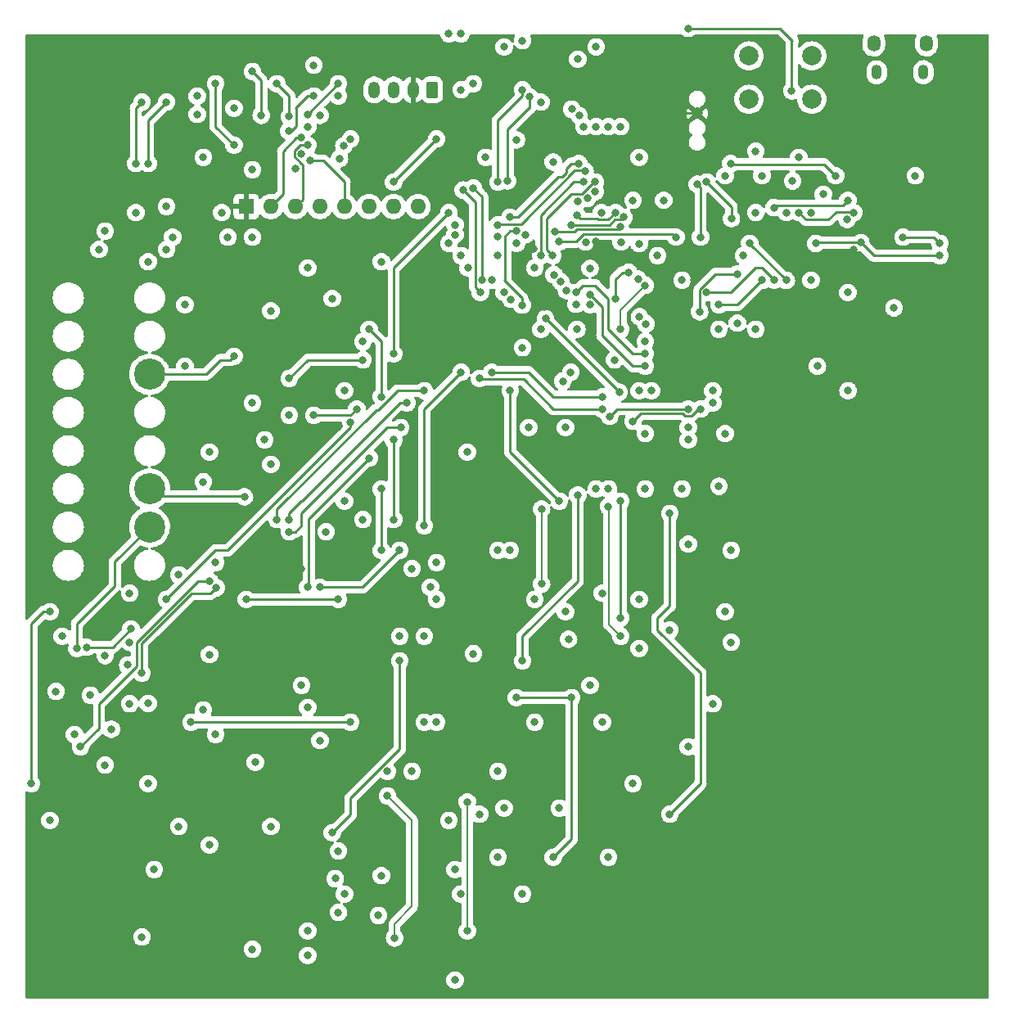
<source format=gbr>
%TF.GenerationSoftware,KiCad,Pcbnew,(6.0.10)*%
%TF.CreationDate,2023-01-27T04:18:18-05:00*%
%TF.ProjectId,vehicle-can-collector,76656869-636c-4652-9d63-616e2d636f6c,rev?*%
%TF.SameCoordinates,Original*%
%TF.FileFunction,Copper,L3,Inr*%
%TF.FilePolarity,Positive*%
%FSLAX46Y46*%
G04 Gerber Fmt 4.6, Leading zero omitted, Abs format (unit mm)*
G04 Created by KiCad (PCBNEW (6.0.10)) date 2023-01-27 04:18:18*
%MOMM*%
%LPD*%
G01*
G04 APERTURE LIST*
G04 Aperture macros list*
%AMRoundRect*
0 Rectangle with rounded corners*
0 $1 Rounding radius*
0 $2 $3 $4 $5 $6 $7 $8 $9 X,Y pos of 4 corners*
0 Add a 4 corners polygon primitive as box body*
4,1,4,$2,$3,$4,$5,$6,$7,$8,$9,$2,$3,0*
0 Add four circle primitives for the rounded corners*
1,1,$1+$1,$2,$3*
1,1,$1+$1,$4,$5*
1,1,$1+$1,$6,$7*
1,1,$1+$1,$8,$9*
0 Add four rect primitives between the rounded corners*
20,1,$1+$1,$2,$3,$4,$5,0*
20,1,$1+$1,$4,$5,$6,$7,0*
20,1,$1+$1,$6,$7,$8,$9,0*
20,1,$1+$1,$8,$9,$2,$3,0*%
G04 Aperture macros list end*
%TA.AperFunction,ComponentPad*%
%ADD10RoundRect,0.250000X0.350000X0.625000X-0.350000X0.625000X-0.350000X-0.625000X0.350000X-0.625000X0*%
%TD*%
%TA.AperFunction,ComponentPad*%
%ADD11O,1.200000X1.750000*%
%TD*%
%TA.AperFunction,ComponentPad*%
%ADD12O,1.350000X1.700000*%
%TD*%
%TA.AperFunction,ComponentPad*%
%ADD13O,1.100000X1.500000*%
%TD*%
%TA.AperFunction,ComponentPad*%
%ADD14C,3.215640*%
%TD*%
%TA.AperFunction,ComponentPad*%
%ADD15C,2.000000*%
%TD*%
%TA.AperFunction,ComponentPad*%
%ADD16C,1.206500*%
%TD*%
%TA.AperFunction,ComponentPad*%
%ADD17R,1.600000X1.600000*%
%TD*%
%TA.AperFunction,ComponentPad*%
%ADD18O,1.600000X1.600000*%
%TD*%
%TA.AperFunction,ViaPad*%
%ADD19C,0.800000*%
%TD*%
%TA.AperFunction,Conductor*%
%ADD20C,0.250000*%
%TD*%
%TA.AperFunction,Conductor*%
%ADD21C,0.200000*%
%TD*%
G04 APERTURE END LIST*
D10*
%TO.N,GND*%
%TO.C,J303*%
X114490000Y-46990000D03*
D11*
%TO.N,+3V3*%
X112490000Y-46990000D03*
%TO.N,SDA*%
X110490000Y-46990000D03*
%TO.N,SCL*%
X108490000Y-46990000D03*
%TD*%
D12*
%TO.N,GND*%
%TO.C,J302*%
X160155000Y-42180000D03*
D13*
X165305000Y-45180000D03*
X160465000Y-45180000D03*
D12*
X165615000Y-42180000D03*
%TD*%
D14*
%TO.N,MS_CAN_HI*%
%TO.C,J401*%
X85234780Y-76418440D03*
%TO.N,HS_CAN_HI*%
X85234780Y-88265000D03*
%TO.N,K_LINE*%
X85234780Y-92214700D03*
%TD*%
D15*
%TO.N,GND*%
%TO.C,SW201*%
X147245000Y-43470000D03*
X153745000Y-43470000D03*
%TO.N,Net-(R201-Pad2)*%
X147245000Y-47970000D03*
X153745000Y-47970000D03*
%TD*%
D16*
%TO.N,+3V3*%
%TO.C,J304*%
X141889480Y-49413160D03*
%TD*%
D17*
%TO.N,+3V3*%
%TO.C,RN701*%
X95240000Y-59055000D03*
D18*
%TO.N,~{SW_CAN_STATUS_INT}*%
X97780000Y-59055000D03*
%TO.N,~{SW_CAN_RX0BF}*%
X100320000Y-59055000D03*
%TO.N,~{SW_CAN_RX1BF}*%
X102860000Y-59055000D03*
%TO.N,~{SW_CAN_TX0RTS}*%
X105400000Y-59055000D03*
%TO.N,~{SW_CAN_TX1RTS}*%
X107940000Y-59055000D03*
%TO.N,~{SW_CAN_TX2RTS}*%
X110480000Y-59055000D03*
%TO.N,~{SW_CAN_RESET}*%
X113020000Y-59055000D03*
%TD*%
D19*
%TO.N,GND*%
X101600000Y-110871000D03*
%TO.N,ISO_K*%
X83312359Y-102743359D03*
%TO.N,MS_CAN_HI*%
X93980000Y-74549000D03*
%TO.N,K_LINE*%
X77724000Y-104775000D03*
%TO.N,HS_CAN_HI*%
X95059500Y-89090500D03*
%TO.N,J1850_TX+*%
X125794511Y-90359489D03*
X125794511Y-98106489D03*
%TO.N,J1850_RX*%
X113665000Y-92075000D03*
%TO.N,Net-(C201-Pad1)*%
X130805775Y-65456676D03*
%TO.N,GND*%
X104886289Y-54109113D03*
X135255000Y-118745000D03*
X144780000Y-55880000D03*
X86995000Y-59055000D03*
X86995000Y-63500000D03*
X145415000Y-104140000D03*
X101600000Y-50800000D03*
X124123599Y-61961489D03*
X137160000Y-78105000D03*
X83185000Y-104140000D03*
X146685000Y-64135000D03*
X90805000Y-111125000D03*
X77470000Y-113665000D03*
X95885000Y-135890000D03*
X112395000Y-96520000D03*
X97790000Y-85725000D03*
X116840000Y-127635000D03*
X130354011Y-62732101D03*
X116840000Y-139065000D03*
X153670000Y-66675000D03*
X129540000Y-43815000D03*
X146050000Y-71120000D03*
X151130000Y-59690000D03*
X91440000Y-105410000D03*
X85725000Y-127635000D03*
X154940000Y-57785000D03*
X162247500Y-69537500D03*
X125095000Y-99695000D03*
X130810000Y-108585000D03*
X140970000Y-81915000D03*
X131445000Y-42545000D03*
X118745000Y-105320500D03*
X143510000Y-110490000D03*
X114935000Y-112395000D03*
X135915000Y-70460000D03*
X85090537Y-110460642D03*
X107315000Y-91440000D03*
X127975000Y-77130000D03*
X145415000Y-94615000D03*
X80645000Y-116840000D03*
X154325000Y-75565000D03*
X135255000Y-58420000D03*
X88900000Y-75565000D03*
X102235000Y-44450000D03*
X152400000Y-53975000D03*
X121285000Y-117475000D03*
X124460000Y-81915000D03*
X132080000Y-112395000D03*
X104140000Y-68580000D03*
X121285000Y-126365000D03*
X140970000Y-114935000D03*
X157500000Y-78105000D03*
X108917500Y-132382500D03*
X118110000Y-84455000D03*
X87630000Y-62230000D03*
X132715000Y-50800000D03*
X121285000Y-94615000D03*
X88900000Y-69215000D03*
X90805000Y-53975000D03*
X109220000Y-128270000D03*
X147955000Y-59690000D03*
X128270000Y-100965000D03*
X127000000Y-54445499D03*
X139065000Y-102870000D03*
X97790000Y-69850000D03*
X114935000Y-95885000D03*
X116205000Y-122555000D03*
X90805000Y-87540500D03*
X97790000Y-123190000D03*
X91440000Y-84455000D03*
X109855000Y-117475000D03*
X132080000Y-99060000D03*
X91440000Y-125095000D03*
X132715000Y-126365000D03*
X96180000Y-116545000D03*
X81280000Y-113119500D03*
X121920000Y-121285000D03*
X101600000Y-136525000D03*
X100965000Y-108585000D03*
X112395000Y-117475000D03*
%TO.N,+1V8*%
X147955000Y-71755000D03*
X157408245Y-60396755D03*
X157480000Y-67945000D03*
X148590000Y-55880000D03*
%TO.N,+5V*%
X105410000Y-89535000D03*
X97155000Y-83185000D03*
X135890000Y-104775000D03*
X135890000Y-99695000D03*
X125095000Y-112395000D03*
X101600000Y-65405000D03*
X105410000Y-78105000D03*
X140970000Y-93980000D03*
X92075000Y-95885000D03*
X99695000Y-80645000D03*
%TO.N,+12V_SW*%
X113665000Y-112395000D03*
X106045000Y-112395000D03*
X80645000Y-61595000D03*
X89535000Y-112395000D03*
%TO.N,V_J1850*%
X123825000Y-130175000D03*
X127635000Y-121285000D03*
%TO.N,Net-(C510-Pad1)*%
X122555000Y-94615000D03*
%TO.N,+3V3*%
X97155000Y-96520000D03*
X126030219Y-69450321D03*
X104775000Y-81915000D03*
X142240000Y-83820000D03*
X128905000Y-83185000D03*
X118745000Y-102870000D03*
X150495000Y-71755000D03*
X140970000Y-45720000D03*
X96520000Y-131445000D03*
X163195000Y-56515000D03*
X109855000Y-125095000D03*
X84455000Y-113119500D03*
X156845000Y-50800000D03*
X100965000Y-96520000D03*
X139065000Y-116840000D03*
X146050000Y-83185000D03*
X81190500Y-106680000D03*
X133985000Y-54610000D03*
X146700000Y-60325000D03*
X134709500Y-83185000D03*
X147904200Y-50850800D03*
X106680000Y-76200000D03*
X157500000Y-80010000D03*
X141605000Y-66675000D03*
X128572500Y-105712500D03*
X98425000Y-114935000D03*
X158115000Y-66675000D03*
X95250000Y-96520000D03*
X163195000Y-59690000D03*
X80601218Y-103512022D03*
X105410000Y-96520000D03*
X123825000Y-43180000D03*
X123914500Y-54610000D03*
X100965000Y-64135000D03*
X131406926Y-62715950D03*
X109220000Y-48895000D03*
X147320000Y-80010000D03*
X165735000Y-71120000D03*
X140335000Y-76200000D03*
X88900000Y-44450000D03*
X80010000Y-55245000D03*
X99060000Y-127635000D03*
X136525000Y-108585000D03*
X163195000Y-53340000D03*
X158115000Y-63500000D03*
X138430000Y-83820000D03*
X125005500Y-63410500D03*
X92345000Y-77105000D03*
%TO.N,+3.3VA*%
X138430000Y-58420000D03*
%TO.N,BAT_LEVEL*%
X92075000Y-113665000D03*
X135890000Y-53975000D03*
X125730000Y-48260000D03*
X101600000Y-98425000D03*
X109220000Y-64770000D03*
X120015000Y-53975000D03*
X107950000Y-85090000D03*
%TO.N,SAE_LEVEL*%
X134797122Y-65862878D03*
X129450500Y-71755000D03*
X102870000Y-114300000D03*
X111125000Y-94615000D03*
X133439500Y-68580000D03*
X102870000Y-98425000D03*
%TO.N,+5V_SW*%
X111125000Y-103505000D03*
X109220000Y-88265000D03*
X109220000Y-94615000D03*
X107950000Y-71755000D03*
X109220000Y-78740000D03*
X127000000Y-126365000D03*
X88265000Y-123190000D03*
X123190000Y-109855000D03*
X128905000Y-109855000D03*
%TO.N,+3V3_SW*%
X133822650Y-78267350D03*
X133985000Y-89535000D03*
X104775000Y-47625000D03*
X133985000Y-101600000D03*
X128587500Y-103822500D03*
X126202650Y-70647350D03*
%TO.N,SW_CAN*%
X85090000Y-64770000D03*
%TO.N,VPLL*%
X157480000Y-58420000D03*
X149834500Y-59169011D03*
%TO.N,VPHY*%
X152400000Y-59690000D03*
X158115000Y-59690000D03*
%TO.N,J1850_BUS+*%
X109855000Y-120015000D03*
X110585000Y-134715000D03*
X84455000Y-134620000D03*
%TO.N,J1850_BUS-*%
X117410500Y-130175000D03*
X74930000Y-122555000D03*
X101600000Y-133985000D03*
%TO.N,VBUS*%
X144780000Y-100965000D03*
X164465000Y-55880000D03*
%TO.N,Net-(D901-Pad3)*%
X82990201Y-106485201D03*
%TO.N,Net-(D1101-Pad1)*%
X131445000Y-88265000D03*
%TO.N,Net-(D1102-Pad1)*%
X132715000Y-88265000D03*
%TO.N,Net-(D1111-Pad1)*%
X136525000Y-88265000D03*
%TO.N,Net-(D1112-Pad1)*%
X144145000Y-87995000D03*
%TO.N,Net-(D1113-Pad1)*%
X140335000Y-88265000D03*
%TO.N,VBAT*%
X85090000Y-118745000D03*
X74930000Y-100965000D03*
X73025000Y-118745000D03*
%TO.N,~{SDCARD_CS}*%
X129450500Y-59958511D03*
X133439500Y-59690000D03*
X136525000Y-73025000D03*
%TO.N,SDCARD_MOSI*%
X129540000Y-58509500D03*
X136525000Y-74295000D03*
X129348158Y-67945000D03*
%TO.N,SDCARD_SCK*%
X136525000Y-75565000D03*
X131990500Y-59690000D03*
X130797169Y-68203232D03*
%TO.N,SDCARD_MISO*%
X135890000Y-78105000D03*
X128815500Y-76200000D03*
X123190000Y-61604561D03*
X123785351Y-69254649D03*
%TO.N,~{SDCARD_DETECT}*%
X130810000Y-69215000D03*
X133985000Y-50800000D03*
%TO.N,SDA*%
X119650497Y-66675000D03*
X118745000Y-57150000D03*
X119380000Y-76835000D03*
X132080000Y-80010000D03*
X143510000Y-79375000D03*
%TO.N,SCL*%
X120650000Y-76200000D03*
X119469500Y-67945000D03*
X117669799Y-57344799D03*
X143510000Y-78105000D03*
X132080000Y-78740000D03*
%TO.N,~{PWR_CTRL}*%
X113665000Y-103505000D03*
X123825000Y-106045000D03*
X131445000Y-50800000D03*
X129540000Y-88900000D03*
%TO.N,+12V_ISO*%
X95250000Y-99695000D03*
X88265000Y-97155000D03*
X79121000Y-109601000D03*
X104775000Y-99695000D03*
X83185000Y-99060000D03*
X114935000Y-99695000D03*
%TO.N,SAE_PWM*%
X128369365Y-67742586D03*
X122555000Y-78105000D03*
X104775000Y-132080000D03*
X125730000Y-71755000D03*
X139065000Y-90805000D03*
X127635000Y-89535000D03*
X139065000Y-121920000D03*
%TO.N,HS_CAN_TX*%
X127071755Y-66111755D03*
X110490000Y-91440000D03*
X125095000Y-65405000D03*
X103505000Y-92710000D03*
X110490000Y-83185000D03*
X118199500Y-65405000D03*
%TO.N,MS_CAN_TX*%
X121285000Y-60960000D03*
X107315000Y-73025000D03*
X130280803Y-55368162D03*
X116840000Y-61959503D03*
%TO.N,HS_CAN_RX*%
X102235000Y-80645000D03*
X106680000Y-80010000D03*
X117475000Y-64135000D03*
X121285000Y-64135000D03*
X127778510Y-66818510D03*
%TO.N,MS_CAN_RX*%
X129629500Y-54610000D03*
X95885000Y-62230000D03*
X122527194Y-60155550D03*
X116840000Y-60960000D03*
%TO.N,~{HS_CAN_EN}*%
X120650000Y-66675000D03*
X130175000Y-50800000D03*
X99695000Y-92710000D03*
X126955798Y-64135000D03*
X111214500Y-81915000D03*
X131355500Y-56515000D03*
%TO.N,~{MS_CAN_EN}*%
X107315000Y-74930000D03*
X95885000Y-79375000D03*
X99695000Y-76835000D03*
X125730000Y-64135000D03*
X116205000Y-62865000D03*
X130175000Y-56515000D03*
%TO.N,SW_CAN_LOAD*%
X110490000Y-56515000D03*
X114935000Y-52070000D03*
X123190000Y-52159500D03*
X92710000Y-59690000D03*
%TO.N,Net-(Q707-Pad3)*%
X93345000Y-62230000D03*
%TO.N,SAE_VPW*%
X105410000Y-130175000D03*
X104775000Y-125730000D03*
%TO.N,J1850_RX*%
X117475000Y-76200000D03*
X114300000Y-98425000D03*
X123825000Y-73660000D03*
X104451250Y-128581250D03*
X111125000Y-106045000D03*
X129360989Y-69165878D03*
X104140000Y-123825000D03*
%TO.N,J1850_TX+*%
X133985000Y-71755000D03*
X118110000Y-133985000D03*
X128270000Y-81915000D03*
X136525000Y-67220500D03*
X118110000Y-120650000D03*
%TO.N,J1850_TX-*%
X132715000Y-90080500D03*
X136593404Y-71194011D03*
X135766838Y-66569197D03*
X119380000Y-121920000D03*
X133350000Y-74930000D03*
X133985000Y-103505000D03*
%TO.N,ISO_K*%
X110490000Y-74295000D03*
X106045000Y-81369500D03*
X78740000Y-104648000D03*
X86995000Y-99695000D03*
X116205000Y-59690000D03*
%TO.N,ISO_L*%
X76200000Y-103505000D03*
%TO.N,ISO_LINE*%
X80645000Y-105499500D03*
X75565000Y-109220000D03*
%TO.N,~{RESET}*%
X147320000Y-62865000D03*
X127635000Y-62697298D03*
X147955000Y-53340000D03*
X139700000Y-62230000D03*
X151110000Y-66695000D03*
%TO.N,Net-(R302-Pad2)*%
X145360500Y-54610000D03*
X156210000Y-55880000D03*
%TO.N,Net-(R303-Pad1)*%
X151765000Y-56419020D03*
%TO.N,SWDIO*%
X144145000Y-71755000D03*
X142875000Y-67945000D03*
X149860000Y-66675000D03*
%TO.N,Net-(R306-Pad2)*%
X167005000Y-62865000D03*
X163195000Y-62230000D03*
%TO.N,Net-(R307-Pad2)*%
X167005000Y-64135000D03*
X158821755Y-62793245D03*
X154162412Y-62875761D03*
%TO.N,SW_CAN_MODE0*%
X86995000Y-48260000D03*
X117475000Y-46990000D03*
X116205000Y-41185500D03*
X85090000Y-54610000D03*
X130521074Y-58218139D03*
%TO.N,SW_CAN_MODE1*%
X84455000Y-48260000D03*
X118745000Y-46355000D03*
X83820000Y-54610000D03*
X131355500Y-57514503D03*
X117475000Y-41185500D03*
%TO.N,Net-(R720-Pad2)*%
X83820000Y-59690000D03*
X80010000Y-63500000D03*
%TO.N,Net-(R905-Pad2)*%
X83185000Y-110490000D03*
%TO.N,~{ISO_RX}*%
X99695000Y-91440000D03*
X134317567Y-60167497D03*
X128905000Y-60960000D03*
X121920000Y-67945000D03*
X84455000Y-107315000D03*
X92146755Y-98496755D03*
X121285000Y-62140500D03*
X111849500Y-79375000D03*
%TO.N,~{ISO_TX}*%
X98425000Y-91440000D03*
X127167702Y-61640174D03*
X78105000Y-114935000D03*
X122626755Y-68651755D03*
X133923597Y-61139011D03*
X123190000Y-62865000D03*
X113665000Y-78105000D03*
X91440000Y-97790000D03*
%TO.N,~{LED_UART_RX}*%
X140335000Y-66675000D03*
X140970000Y-80010000D03*
X132837693Y-80767693D03*
%TO.N,~{LED_UART_TX}*%
X135255000Y-81280000D03*
X142150500Y-69939500D03*
X142240000Y-80010000D03*
X146050000Y-66040000D03*
%TO.N,~{LED_OBD_ACT}*%
X144780000Y-82550000D03*
X137795000Y-64135000D03*
%TO.N,~{LED_HOST_ACT}*%
X135890000Y-62894500D03*
X140970000Y-83185000D03*
%TO.N,~{LED_STATUS}*%
X136525000Y-82550000D03*
X134026624Y-62728482D03*
%TO.N,~{SW_CAN_STATUS_INT}*%
X100941199Y-51953344D03*
%TO.N,~{SW_CAN_RX0BF}*%
X101600000Y-52705000D03*
%TO.N,~{SW_CAN_RX1BF}*%
X100965000Y-53605500D03*
%TO.N,~{SW_CAN_TX0RTS}*%
X101880000Y-54330000D03*
%TO.N,~{SW_CAN_TX2RTS}*%
X100330000Y-55155500D03*
X95885000Y-55245000D03*
%TO.N,~{SW_CAN_RESET}*%
X105338245Y-52776755D03*
X102870000Y-49619500D03*
%TO.N,SW_CAN_SOF*%
X93980000Y-48895000D03*
X106045000Y-52070000D03*
%TO.N,~{OUTPUT_RTS}*%
X142240000Y-62230000D03*
X141901950Y-56743428D03*
%TO.N,~{OUTPUT_CTS}*%
X145447847Y-60303309D03*
X142875000Y-56515000D03*
%TO.N,SW_CAN_CS*%
X96783501Y-49619500D03*
X95885000Y-45085000D03*
X124545795Y-47698180D03*
X122278593Y-56406470D03*
%TO.N,SW_CAN_MISO*%
X123825000Y-46990000D03*
X99695000Y-49750500D03*
X121285000Y-56515000D03*
X98425000Y-46355000D03*
%TO.N,SW_CAN_MOSI*%
X101600000Y-49530000D03*
X129672870Y-49645845D03*
X104775000Y-46355000D03*
%TO.N,SW_CAN_SCK*%
X128919499Y-48989006D03*
X99652582Y-51246522D03*
X102235000Y-47625000D03*
%TO.N,SWCLK*%
X144145000Y-69215000D03*
X148610000Y-66695000D03*
%TO.N,CLK_USB*%
X153670000Y-59690000D03*
X151675489Y-47079511D03*
X123825000Y-41910000D03*
X140970000Y-40640000D03*
%TO.N,CLK_CAN*%
X92075000Y-46355000D03*
X121920000Y-42545000D03*
X93980000Y-52705000D03*
%TO.N,SW_CAN_TX*%
X90170000Y-49530000D03*
X90170000Y-47625000D03*
%TD*%
D20*
%TO.N,ISO_K*%
X81407718Y-104648000D02*
X83312359Y-102743359D01*
X78740000Y-104648000D02*
X81407718Y-104648000D01*
%TO.N,MS_CAN_HI*%
X91094560Y-76418440D02*
X85234780Y-76418440D01*
X92583000Y-74930000D02*
X91094560Y-76418440D01*
X93599000Y-74930000D02*
X92583000Y-74930000D01*
X93980000Y-74549000D02*
X93599000Y-74930000D01*
%TO.N,HS_CAN_HI*%
X85996780Y-89027000D02*
X94996000Y-89027000D01*
X94996000Y-89027000D02*
X95059500Y-89090500D01*
X85234780Y-88265000D02*
X85996780Y-89027000D01*
%TO.N,K_LINE*%
X81661000Y-95788480D02*
X85234780Y-92214700D01*
X81661000Y-98298000D02*
X81661000Y-95788480D01*
X77724000Y-102235000D02*
X81661000Y-98298000D01*
X77724000Y-104775000D02*
X77724000Y-102235000D01*
D21*
%TO.N,J1850_TX+*%
X125794511Y-98106489D02*
X125794511Y-90359489D01*
D20*
%TO.N,J1850_RX*%
X113665000Y-80010000D02*
X117475000Y-76200000D01*
X113665000Y-92075000D02*
X113665000Y-80010000D01*
%TO.N,HS_CAN_TX*%
X110490000Y-91440000D02*
X110490000Y-83185000D01*
%TO.N,+12V_SW*%
X89535000Y-112395000D02*
X106045000Y-112395000D01*
%TO.N,+3V3*%
X141889480Y-49413160D02*
X139816840Y-49413160D01*
X139816840Y-49413160D02*
X139700000Y-49530000D01*
%TO.N,BAT_LEVEL*%
X101689511Y-91350489D02*
X107950000Y-85090000D01*
X101600000Y-98425000D02*
X101689511Y-98335489D01*
X101689511Y-98335489D02*
X101689511Y-91350489D01*
%TO.N,SAE_LEVEL*%
X107315000Y-98425000D02*
X111125000Y-94615000D01*
X133439500Y-66585500D02*
X133439500Y-68580000D01*
X102870000Y-98425000D02*
X107315000Y-98425000D01*
X134797122Y-65862878D02*
X134162122Y-65862878D01*
X134162122Y-65862878D02*
X133439500Y-66585500D01*
%TO.N,+5V_SW*%
X127000000Y-126365000D02*
X128905000Y-124460000D01*
X128905000Y-124460000D02*
X128905000Y-109855000D01*
X109220000Y-78740000D02*
X109220000Y-73025000D01*
X128905000Y-109855000D02*
X123190000Y-109855000D01*
X109220000Y-94615000D02*
X109220000Y-88265000D01*
X109220000Y-73025000D02*
X107950000Y-71755000D01*
%TO.N,+3V3_SW*%
X133985000Y-101600000D02*
X133985000Y-89535000D01*
X133822650Y-78267350D02*
X126202650Y-70647350D01*
%TO.N,VPLL*%
X150038022Y-58965489D02*
X149834500Y-59169011D01*
X156934511Y-58965489D02*
X150038022Y-58965489D01*
X157480000Y-58420000D02*
X156934511Y-58965489D01*
%TO.N,VPHY*%
X153124511Y-60414511D02*
X152400000Y-59690000D01*
X158115000Y-59690000D02*
X158025489Y-59600489D01*
X158025489Y-59600489D02*
X156299511Y-59600489D01*
X156299511Y-59600489D02*
X155485489Y-60414511D01*
X155485489Y-60414511D02*
X153124511Y-60414511D01*
D21*
%TO.N,J1850_BUS+*%
X112395000Y-122555000D02*
X109855000Y-120015000D01*
X110585000Y-133255000D02*
X112395000Y-131445000D01*
X110585000Y-134715000D02*
X110585000Y-133255000D01*
X112395000Y-131445000D02*
X112395000Y-122555000D01*
D20*
%TO.N,VBAT*%
X73025000Y-118745000D02*
X73025000Y-102235000D01*
X73025000Y-102235000D02*
X74295000Y-100965000D01*
X74295000Y-100965000D02*
X74930000Y-100965000D01*
%TO.N,~{SDCARD_CS}*%
X131600886Y-60325000D02*
X129816989Y-60325000D01*
X132714989Y-60414511D02*
X131690397Y-60414511D01*
X133439500Y-59690000D02*
X132714989Y-60414511D01*
X129816989Y-60325000D02*
X129450500Y-59958511D01*
X131690397Y-60414511D02*
X131600886Y-60325000D01*
%TO.N,SDCARD_MOSI*%
X130072669Y-67220489D02*
X131355489Y-67220489D01*
X135255000Y-74295000D02*
X136525000Y-74295000D01*
X132715000Y-71755000D02*
X135255000Y-74295000D01*
X129348158Y-67945000D02*
X130072669Y-67220489D01*
X132715000Y-68580000D02*
X132715000Y-71755000D01*
X131355489Y-67220489D02*
X132715000Y-68580000D01*
%TO.N,SDCARD_SCK*%
X132080000Y-72390000D02*
X135255000Y-75565000D01*
X135255000Y-75565000D02*
X136525000Y-75565000D01*
X130797169Y-68203232D02*
X130822846Y-68203232D01*
X130822846Y-68203232D02*
X132080000Y-69460386D01*
X132080000Y-69460386D02*
X132080000Y-72390000D01*
%TO.N,SDCARD_MISO*%
X123190000Y-61604561D02*
X123180439Y-61595000D01*
X123180439Y-61595000D02*
X122555000Y-61595000D01*
X122555000Y-61595000D02*
X122009511Y-62140489D01*
X121920000Y-66675000D02*
X123785351Y-68540351D01*
X122009511Y-62140489D02*
X122009511Y-66585489D01*
X123785351Y-68540351D02*
X123785351Y-69254649D01*
X122009511Y-66585489D02*
X121920000Y-66675000D01*
%TO.N,SDA*%
X132080000Y-80010000D02*
X127000000Y-80010000D01*
X119650497Y-66675000D02*
X119650497Y-58055497D01*
X119469511Y-76924511D02*
X119380000Y-76835000D01*
X119650497Y-58055497D02*
X118745000Y-57150000D01*
X127000000Y-80010000D02*
X123914511Y-76924511D01*
X123914511Y-76924511D02*
X119469511Y-76924511D01*
%TO.N,SCL*%
X127000000Y-78740000D02*
X124460000Y-76200000D01*
X124460000Y-76200000D02*
X120650000Y-76200000D01*
X132080000Y-78740000D02*
X127000000Y-78740000D01*
X117669799Y-57344799D02*
X118924011Y-58599011D01*
X118924011Y-58599011D02*
X118924011Y-67399511D01*
X118924011Y-67399511D02*
X119469500Y-67945000D01*
%TO.N,~{PWR_CTRL}*%
X129540000Y-97790000D02*
X129540000Y-88900000D01*
X123825000Y-103505000D02*
X129540000Y-97790000D01*
X123825000Y-106045000D02*
X123825000Y-103505000D01*
%TO.N,+12V_ISO*%
X104775000Y-99695000D02*
X95250000Y-99695000D01*
%TO.N,SAE_PWM*%
X142240000Y-107315000D02*
X142240000Y-118745000D01*
X142240000Y-118745000D02*
X139065000Y-121920000D01*
X137795000Y-101600000D02*
X137795000Y-102870000D01*
X122555000Y-84455000D02*
X127635000Y-89535000D01*
X139065000Y-100330000D02*
X137795000Y-101600000D01*
X122555000Y-78105000D02*
X122555000Y-84455000D01*
X137795000Y-102870000D02*
X142240000Y-107315000D01*
X139065000Y-90805000D02*
X139065000Y-100330000D01*
%TO.N,MS_CAN_TX*%
X130280803Y-55368162D02*
X130247152Y-55334511D01*
X130247152Y-55334511D02*
X129205820Y-55334511D01*
X129205820Y-55334511D02*
X123660270Y-60880061D01*
X121364939Y-60880061D02*
X121285000Y-60960000D01*
X123660270Y-60880061D02*
X121364939Y-60880061D01*
%TO.N,HS_CAN_RX*%
X106045000Y-80645000D02*
X106680000Y-80010000D01*
X102235000Y-80645000D02*
X106045000Y-80645000D01*
%TO.N,MS_CAN_RX*%
X128359511Y-55155489D02*
X128905000Y-54610000D01*
X127545489Y-55969511D02*
X127935103Y-55969511D01*
X123359450Y-60155550D02*
X127545489Y-55969511D01*
X128359511Y-55545103D02*
X128359511Y-55155489D01*
X128905000Y-54610000D02*
X129629500Y-54610000D01*
X127935103Y-55969511D02*
X128359511Y-55545103D01*
X122527194Y-60155550D02*
X123359450Y-60155550D01*
%TO.N,~{HS_CAN_EN}*%
X100330000Y-92710000D02*
X99695000Y-92710000D01*
X126365000Y-63544202D02*
X126955798Y-64135000D01*
X111214500Y-81915000D02*
X109855000Y-81915000D01*
X109855000Y-81915000D02*
X100965000Y-90805000D01*
X131355500Y-56515000D02*
X131199614Y-56515000D01*
X100965000Y-90805000D02*
X100965000Y-92075000D01*
X128905000Y-57785000D02*
X126365000Y-60325000D01*
X131199614Y-56515000D02*
X129929614Y-57785000D01*
X100965000Y-92075000D02*
X100330000Y-92710000D01*
X129929614Y-57785000D02*
X128905000Y-57785000D01*
X126365000Y-60325000D02*
X126365000Y-63544202D01*
%TO.N,~{MS_CAN_EN}*%
X129150386Y-56515000D02*
X125730000Y-59935386D01*
X99695000Y-76835000D02*
X101600000Y-74930000D01*
X130175000Y-56515000D02*
X129150386Y-56515000D01*
X101600000Y-74930000D02*
X107315000Y-74930000D01*
X125730000Y-59935386D02*
X125730000Y-64135000D01*
%TO.N,SW_CAN_LOAD*%
X110490000Y-56515000D02*
X114935000Y-52070000D01*
%TO.N,J1850_RX*%
X104140000Y-123825000D02*
X106045000Y-121920000D01*
X106045000Y-120260386D02*
X111125000Y-115180386D01*
X111125000Y-115180386D02*
X111125000Y-106045000D01*
X106045000Y-121920000D02*
X106045000Y-120260386D01*
D21*
%TO.N,J1850_TX+*%
X118110000Y-133985000D02*
X118110000Y-120650000D01*
X133985000Y-71755000D02*
X133985000Y-69760500D01*
X133985000Y-69760500D02*
X136525000Y-67220500D01*
%TO.N,J1850_TX-*%
X132779511Y-102299511D02*
X133985000Y-103505000D01*
X132779511Y-90145011D02*
X132779511Y-102299511D01*
X132715000Y-90080500D02*
X132779511Y-90145011D01*
D20*
%TO.N,ISO_K*%
X106045000Y-81915000D02*
X106045000Y-81369500D01*
X110490000Y-74295000D02*
X110490000Y-65405000D01*
X86995000Y-99695000D02*
X92075000Y-94615000D01*
X92075000Y-94615000D02*
X93345000Y-94615000D01*
X93345000Y-94615000D02*
X106045000Y-81915000D01*
X110490000Y-65405000D02*
X116205000Y-59690000D01*
%TO.N,~{RESET}*%
X130146998Y-61914500D02*
X139384500Y-61914500D01*
X147320000Y-62905000D02*
X147320000Y-62865000D01*
X139384500Y-61914500D02*
X139700000Y-62230000D01*
X129364200Y-62697298D02*
X130146998Y-61914500D01*
X151110000Y-66695000D02*
X147320000Y-62905000D01*
X127635000Y-62697298D02*
X129364200Y-62697298D01*
%TO.N,Net-(R302-Pad2)*%
X145360500Y-54610000D02*
X145450011Y-54699511D01*
X155029511Y-54699511D02*
X156210000Y-55880000D01*
X145450011Y-54699511D02*
X155029511Y-54699511D01*
%TO.N,SWDIO*%
X148590000Y-65405000D02*
X147955000Y-65405000D01*
X147955000Y-65405000D02*
X145415000Y-67945000D01*
X149860000Y-66675000D02*
X148590000Y-65405000D01*
X145415000Y-67945000D02*
X142875000Y-67945000D01*
%TO.N,Net-(R306-Pad2)*%
X166370000Y-62230000D02*
X167005000Y-62865000D01*
X163195000Y-62230000D02*
X166370000Y-62230000D01*
%TO.N,Net-(R307-Pad2)*%
X160163510Y-64135000D02*
X167005000Y-64135000D01*
X154262684Y-62775489D02*
X158803999Y-62775489D01*
X154162412Y-62875761D02*
X154262684Y-62775489D01*
X158821755Y-62793245D02*
X160163510Y-64135000D01*
X158803999Y-62775489D02*
X158821755Y-62793245D01*
%TO.N,SW_CAN_MODE0*%
X85090000Y-54610000D02*
X85090000Y-50165000D01*
X85090000Y-50165000D02*
X86995000Y-48260000D01*
%TO.N,SW_CAN_MODE1*%
X83820000Y-54610000D02*
X83820000Y-48895000D01*
X83820000Y-48895000D02*
X84455000Y-48260000D01*
%TO.N,~{ISO_RX}*%
X132805218Y-60960000D02*
X128905000Y-60960000D01*
X100965718Y-89535000D02*
X111125718Y-79375000D01*
X111125718Y-79375000D02*
X111760000Y-79375000D01*
X100965000Y-89535000D02*
X100965718Y-89535000D01*
X134317567Y-60167497D02*
X134070553Y-60414511D01*
X134070553Y-60414511D02*
X133350707Y-60414511D01*
X99695000Y-91440000D02*
X99695000Y-90805000D01*
X84455000Y-107315000D02*
X84455000Y-104230229D01*
X133350707Y-60414511D02*
X132805218Y-60960000D01*
X99695000Y-90805000D02*
X100965000Y-89535000D01*
X111760000Y-79375000D02*
X111849500Y-79375000D01*
X89580115Y-99105114D02*
X91538396Y-99105114D01*
X84455000Y-104230229D02*
X89580115Y-99105114D01*
X91538396Y-99105114D02*
X92146755Y-98496755D01*
%TO.N,~{ISO_TX}*%
X108885103Y-80099511D02*
X110879614Y-78105000D01*
X98425000Y-91440000D02*
X98425000Y-90349022D01*
X83909511Y-106590489D02*
X83909511Y-104140000D01*
X127212039Y-61684511D02*
X127167702Y-61640174D01*
X98425000Y-90349022D02*
X108674511Y-80099511D01*
X129205103Y-61684511D02*
X127212039Y-61684511D01*
X133653088Y-61409520D02*
X129480094Y-61409520D01*
X83909511Y-104140000D02*
X90259511Y-97790000D01*
X110879614Y-78105000D02*
X113665000Y-78105000D01*
X108674511Y-80099511D02*
X108885103Y-80099511D01*
X80010000Y-113030000D02*
X80010000Y-110490000D01*
X90259511Y-97790000D02*
X91440000Y-97790000D01*
X78105000Y-114935000D02*
X80010000Y-113030000D01*
X80010000Y-110490000D02*
X83909511Y-106590489D01*
X133923597Y-61139011D02*
X133653088Y-61409520D01*
X129480094Y-61409520D02*
X129205103Y-61684511D01*
%TO.N,~{LED_UART_RX}*%
X132837693Y-80767693D02*
X133595386Y-80010000D01*
X133595386Y-80010000D02*
X140970000Y-80010000D01*
%TO.N,~{LED_UART_TX}*%
X140669897Y-80734511D02*
X141270103Y-80734511D01*
X141994614Y-80010000D02*
X142240000Y-80010000D01*
X141270103Y-80734511D02*
X141994614Y-80010000D01*
X146050000Y-66040000D02*
X143755386Y-66040000D01*
X143755386Y-66040000D02*
X142150500Y-67644886D01*
X135255000Y-81280000D02*
X136075480Y-80459520D01*
X142150500Y-67644886D02*
X142150500Y-69939500D01*
X140394906Y-80459520D02*
X140669897Y-80734511D01*
X136075480Y-80459520D02*
X140394906Y-80459520D01*
%TO.N,~{SW_CAN_STATUS_INT}*%
X100941199Y-51953344D02*
X100446656Y-51953344D01*
X99060000Y-57775000D02*
X97780000Y-59055000D01*
X99060000Y-53340000D02*
X99060000Y-57775000D01*
X100446656Y-51953344D02*
X99060000Y-53340000D01*
%TO.N,~{SW_CAN_RX0BF}*%
X101054511Y-58320489D02*
X100320000Y-59055000D01*
X100240489Y-53305397D02*
X100240489Y-53905603D01*
X100965000Y-54610000D02*
X101054511Y-54699511D01*
X100944886Y-54610000D02*
X100965000Y-54610000D01*
X101054511Y-54699511D02*
X101054511Y-58320489D01*
X100840886Y-52705000D02*
X100240489Y-53305397D01*
X101600000Y-52705000D02*
X100840886Y-52705000D01*
X100240489Y-53905603D02*
X100944886Y-54610000D01*
%TO.N,~{SW_CAN_TX0RTS}*%
X101880000Y-54330000D02*
X103225000Y-54330000D01*
X105410000Y-56515000D02*
X105400000Y-56525000D01*
X103225000Y-54330000D02*
X105410000Y-56515000D01*
X105400000Y-56525000D02*
X105400000Y-59055000D01*
%TO.N,~{OUTPUT_RTS}*%
X142240000Y-62230000D02*
X142240000Y-57081478D01*
X142240000Y-57081478D02*
X141901950Y-56743428D01*
%TO.N,~{OUTPUT_CTS}*%
X145447847Y-60303309D02*
X145447847Y-59087847D01*
X145447847Y-59087847D02*
X142875000Y-56515000D01*
%TO.N,SW_CAN_CS*%
X96783501Y-49619500D02*
X96783501Y-45983501D01*
X124460000Y-48895000D02*
X122278593Y-51076407D01*
X124545795Y-48895000D02*
X124460000Y-48895000D01*
X124545795Y-47698180D02*
X124545795Y-48895000D01*
X122278593Y-51076407D02*
X122278593Y-56406470D01*
X96783501Y-45983501D02*
X95885000Y-45085000D01*
%TO.N,SW_CAN_MISO*%
X123825000Y-47625000D02*
X121285000Y-50165000D01*
X123825000Y-46990000D02*
X123825000Y-47625000D01*
X99695000Y-47625000D02*
X98425000Y-46355000D01*
X121285000Y-50165000D02*
X121285000Y-56515000D01*
X99695000Y-49750500D02*
X99695000Y-47625000D01*
%TO.N,SW_CAN_MOSI*%
X101600000Y-49530000D02*
X104775000Y-46355000D01*
%TO.N,SW_CAN_SCK*%
X100419511Y-48984511D02*
X100330000Y-48895000D01*
X100419511Y-50710489D02*
X100419511Y-48984511D01*
X99652582Y-51246522D02*
X99883478Y-51246522D01*
X100330000Y-48895000D02*
X101600000Y-47625000D01*
X101600000Y-47625000D02*
X102235000Y-47625000D01*
X99883478Y-51246522D02*
X100419511Y-50710489D01*
%TO.N,SWCLK*%
X148610000Y-66695000D02*
X146090000Y-69215000D01*
X146090000Y-69215000D02*
X144145000Y-69215000D01*
%TO.N,CLK_USB*%
X151675489Y-41999511D02*
X151675489Y-47079511D01*
X140970000Y-40640000D02*
X150495000Y-40640000D01*
X150495000Y-40640000D02*
X151765000Y-41910000D01*
%TO.N,CLK_CAN*%
X92075000Y-50800000D02*
X92075000Y-46355000D01*
X93980000Y-52705000D02*
X92075000Y-50800000D01*
%TD*%
%TA.AperFunction,Conductor*%
%TO.N,+3V3*%
G36*
X115256905Y-41295002D02*
G01*
X115303398Y-41348658D01*
X115311094Y-41371966D01*
X115311458Y-41375428D01*
X115370473Y-41557056D01*
X115373776Y-41562778D01*
X115373777Y-41562779D01*
X115407686Y-41621510D01*
X115465960Y-41722444D01*
X115470378Y-41727351D01*
X115470379Y-41727352D01*
X115538038Y-41802495D01*
X115593747Y-41864366D01*
X115748248Y-41976618D01*
X115754276Y-41979302D01*
X115754278Y-41979303D01*
X115901316Y-42044768D01*
X115922712Y-42054294D01*
X116016112Y-42074147D01*
X116103056Y-42092628D01*
X116103061Y-42092628D01*
X116109513Y-42094000D01*
X116300487Y-42094000D01*
X116306939Y-42092628D01*
X116306944Y-42092628D01*
X116393887Y-42074147D01*
X116487288Y-42054294D01*
X116508684Y-42044768D01*
X116655722Y-41979303D01*
X116655724Y-41979302D01*
X116661752Y-41976618D01*
X116765940Y-41900921D01*
X116832806Y-41877063D01*
X116901958Y-41893143D01*
X116914056Y-41900918D01*
X117018248Y-41976618D01*
X117024276Y-41979302D01*
X117024278Y-41979303D01*
X117171316Y-42044768D01*
X117192712Y-42054294D01*
X117286112Y-42074147D01*
X117373056Y-42092628D01*
X117373061Y-42092628D01*
X117379513Y-42094000D01*
X117570487Y-42094000D01*
X117576939Y-42092628D01*
X117576944Y-42092628D01*
X117663887Y-42074147D01*
X117757288Y-42054294D01*
X117778684Y-42044768D01*
X117925722Y-41979303D01*
X117925724Y-41979302D01*
X117931752Y-41976618D01*
X118086253Y-41864366D01*
X118141962Y-41802495D01*
X118209621Y-41727352D01*
X118209622Y-41727351D01*
X118214040Y-41722444D01*
X118272314Y-41621510D01*
X118306223Y-41562779D01*
X118306224Y-41562778D01*
X118309527Y-41557056D01*
X118368542Y-41375428D01*
X118368762Y-41373333D01*
X118401700Y-41312327D01*
X118463850Y-41278008D01*
X118491216Y-41275000D01*
X122924334Y-41275000D01*
X122992455Y-41295002D01*
X123038948Y-41348658D01*
X123049052Y-41418932D01*
X123033453Y-41464000D01*
X122997971Y-41525457D01*
X122990473Y-41538444D01*
X122931458Y-41720072D01*
X122930768Y-41726633D01*
X122930768Y-41726635D01*
X122923671Y-41794157D01*
X122911496Y-41910000D01*
X122912186Y-41916565D01*
X122918320Y-41974930D01*
X122905547Y-42044768D01*
X122857045Y-42096615D01*
X122788212Y-42114009D01*
X122720903Y-42091427D01*
X122683893Y-42051102D01*
X122659040Y-42008056D01*
X122612921Y-41956835D01*
X122535675Y-41871045D01*
X122535674Y-41871044D01*
X122531253Y-41866134D01*
X122376752Y-41753882D01*
X122370724Y-41751198D01*
X122370722Y-41751197D01*
X122208319Y-41678891D01*
X122208318Y-41678891D01*
X122202288Y-41676206D01*
X122108888Y-41656353D01*
X122021944Y-41637872D01*
X122021939Y-41637872D01*
X122015487Y-41636500D01*
X121824513Y-41636500D01*
X121818061Y-41637872D01*
X121818056Y-41637872D01*
X121731113Y-41656353D01*
X121637712Y-41676206D01*
X121631682Y-41678891D01*
X121631681Y-41678891D01*
X121469278Y-41751197D01*
X121469276Y-41751198D01*
X121463248Y-41753882D01*
X121308747Y-41866134D01*
X121304326Y-41871044D01*
X121304325Y-41871045D01*
X121227080Y-41956835D01*
X121180960Y-42008056D01*
X121085473Y-42173444D01*
X121026458Y-42355072D01*
X121025768Y-42361633D01*
X121025768Y-42361635D01*
X121019445Y-42421794D01*
X121006496Y-42545000D01*
X121007186Y-42551565D01*
X121023187Y-42703803D01*
X121026458Y-42734928D01*
X121085473Y-42916556D01*
X121180960Y-43081944D01*
X121185378Y-43086851D01*
X121185379Y-43086852D01*
X121263089Y-43173158D01*
X121308747Y-43223866D01*
X121321717Y-43233289D01*
X121440413Y-43319527D01*
X121463248Y-43336118D01*
X121469276Y-43338802D01*
X121469278Y-43338803D01*
X121631681Y-43411109D01*
X121637712Y-43413794D01*
X121731113Y-43433647D01*
X121818056Y-43452128D01*
X121818061Y-43452128D01*
X121824513Y-43453500D01*
X122015487Y-43453500D01*
X122021939Y-43452128D01*
X122021944Y-43452128D01*
X122108888Y-43433647D01*
X122202288Y-43413794D01*
X122208319Y-43411109D01*
X122370722Y-43338803D01*
X122370724Y-43338802D01*
X122376752Y-43336118D01*
X122399588Y-43319527D01*
X122518283Y-43233289D01*
X122531253Y-43223866D01*
X122576911Y-43173158D01*
X122654621Y-43086852D01*
X122654622Y-43086851D01*
X122659040Y-43081944D01*
X122754527Y-42916556D01*
X122813542Y-42734928D01*
X122816814Y-42703803D01*
X122832814Y-42551565D01*
X122833504Y-42545000D01*
X122826680Y-42480070D01*
X122839453Y-42410232D01*
X122887955Y-42358385D01*
X122956788Y-42340991D01*
X123024097Y-42363573D01*
X123061107Y-42403898D01*
X123085960Y-42446944D01*
X123213747Y-42588866D01*
X123368248Y-42701118D01*
X123374276Y-42703802D01*
X123374278Y-42703803D01*
X123535046Y-42775381D01*
X123542712Y-42778794D01*
X123636113Y-42798647D01*
X123723056Y-42817128D01*
X123723061Y-42817128D01*
X123729513Y-42818500D01*
X123920487Y-42818500D01*
X123926939Y-42817128D01*
X123926944Y-42817128D01*
X124013887Y-42798647D01*
X124107288Y-42778794D01*
X124114954Y-42775381D01*
X124275722Y-42703803D01*
X124275724Y-42703802D01*
X124281752Y-42701118D01*
X124436253Y-42588866D01*
X124475750Y-42545000D01*
X130531496Y-42545000D01*
X130532186Y-42551565D01*
X130548187Y-42703803D01*
X130551458Y-42734928D01*
X130610473Y-42916556D01*
X130705960Y-43081944D01*
X130710378Y-43086851D01*
X130710379Y-43086852D01*
X130788089Y-43173158D01*
X130833747Y-43223866D01*
X130846717Y-43233289D01*
X130965413Y-43319527D01*
X130988248Y-43336118D01*
X130994276Y-43338802D01*
X130994278Y-43338803D01*
X131156681Y-43411109D01*
X131162712Y-43413794D01*
X131256113Y-43433647D01*
X131343056Y-43452128D01*
X131343061Y-43452128D01*
X131349513Y-43453500D01*
X131540487Y-43453500D01*
X131546939Y-43452128D01*
X131546944Y-43452128D01*
X131633888Y-43433647D01*
X131727288Y-43413794D01*
X131733319Y-43411109D01*
X131895722Y-43338803D01*
X131895724Y-43338802D01*
X131901752Y-43336118D01*
X131924588Y-43319527D01*
X132043283Y-43233289D01*
X132056253Y-43223866D01*
X132101911Y-43173158D01*
X132179621Y-43086852D01*
X132179622Y-43086851D01*
X132184040Y-43081944D01*
X132279527Y-42916556D01*
X132338542Y-42734928D01*
X132341814Y-42703803D01*
X132357814Y-42551565D01*
X132358504Y-42545000D01*
X132345555Y-42421794D01*
X132339232Y-42361635D01*
X132339232Y-42361633D01*
X132338542Y-42355072D01*
X132279527Y-42173444D01*
X132184040Y-42008056D01*
X132137921Y-41956835D01*
X132060675Y-41871045D01*
X132060674Y-41871044D01*
X132056253Y-41866134D01*
X131901752Y-41753882D01*
X131895724Y-41751198D01*
X131895722Y-41751197D01*
X131733319Y-41678891D01*
X131733318Y-41678891D01*
X131727288Y-41676206D01*
X131633888Y-41656353D01*
X131546944Y-41637872D01*
X131546939Y-41637872D01*
X131540487Y-41636500D01*
X131349513Y-41636500D01*
X131343061Y-41637872D01*
X131343056Y-41637872D01*
X131256113Y-41656353D01*
X131162712Y-41676206D01*
X131156682Y-41678891D01*
X131156681Y-41678891D01*
X130994278Y-41751197D01*
X130994276Y-41751198D01*
X130988248Y-41753882D01*
X130833747Y-41866134D01*
X130829326Y-41871044D01*
X130829325Y-41871045D01*
X130752080Y-41956835D01*
X130705960Y-42008056D01*
X130610473Y-42173444D01*
X130551458Y-42355072D01*
X130550768Y-42361633D01*
X130550768Y-42361635D01*
X130544445Y-42421794D01*
X130531496Y-42545000D01*
X124475750Y-42545000D01*
X124564040Y-42446944D01*
X124659527Y-42281556D01*
X124718542Y-42099928D01*
X124719436Y-42091427D01*
X124737814Y-41916565D01*
X124738504Y-41910000D01*
X124726329Y-41794157D01*
X124719232Y-41726635D01*
X124719232Y-41726633D01*
X124718542Y-41720072D01*
X124659527Y-41538444D01*
X124652029Y-41525457D01*
X124616547Y-41464000D01*
X124599809Y-41395004D01*
X124623030Y-41327913D01*
X124678837Y-41284026D01*
X124725666Y-41275000D01*
X140263152Y-41275000D01*
X140331273Y-41295002D01*
X140348969Y-41310045D01*
X140349423Y-41309541D01*
X140354325Y-41313954D01*
X140358747Y-41318866D01*
X140513248Y-41431118D01*
X140519276Y-41433802D01*
X140519278Y-41433803D01*
X140645713Y-41490095D01*
X140687712Y-41508794D01*
X140766105Y-41525457D01*
X140868056Y-41547128D01*
X140868061Y-41547128D01*
X140874513Y-41548500D01*
X141065487Y-41548500D01*
X141071939Y-41547128D01*
X141071944Y-41547128D01*
X141173895Y-41525457D01*
X141252288Y-41508794D01*
X141294287Y-41490095D01*
X141420722Y-41433803D01*
X141420724Y-41433802D01*
X141426752Y-41431118D01*
X141581253Y-41318866D01*
X141585675Y-41313954D01*
X141590577Y-41309541D01*
X141592090Y-41311222D01*
X141643649Y-41279452D01*
X141676848Y-41275000D01*
X150181906Y-41275000D01*
X150250027Y-41295002D01*
X150271001Y-41311905D01*
X151005084Y-42045988D01*
X151039110Y-42108300D01*
X151041989Y-42135083D01*
X151041989Y-46376987D01*
X151021987Y-46445108D01*
X151009631Y-46461290D01*
X150936449Y-46542567D01*
X150840962Y-46707955D01*
X150781947Y-46889583D01*
X150781257Y-46896144D01*
X150781257Y-46896146D01*
X150775095Y-46954777D01*
X150761985Y-47079511D01*
X150762675Y-47086076D01*
X150781179Y-47262128D01*
X150781947Y-47269439D01*
X150840962Y-47451067D01*
X150844265Y-47456789D01*
X150844266Y-47456790D01*
X150858430Y-47481323D01*
X150936449Y-47616455D01*
X150940867Y-47621362D01*
X150940868Y-47621363D01*
X151028014Y-47718148D01*
X151064236Y-47758377D01*
X151147342Y-47818757D01*
X151213064Y-47866507D01*
X151218737Y-47870629D01*
X151224765Y-47873313D01*
X151224767Y-47873314D01*
X151383460Y-47943968D01*
X151393201Y-47948305D01*
X151472074Y-47965070D01*
X151573545Y-47986639D01*
X151573550Y-47986639D01*
X151580002Y-47988011D01*
X151770976Y-47988011D01*
X151777428Y-47986639D01*
X151777433Y-47986639D01*
X151878904Y-47965070D01*
X151957777Y-47948305D01*
X151963804Y-47945622D01*
X151963812Y-47945619D01*
X152058036Y-47903668D01*
X152128403Y-47894234D01*
X152192700Y-47924341D01*
X152230513Y-47984430D01*
X152234895Y-48008886D01*
X152250465Y-48206711D01*
X152251619Y-48211518D01*
X152251620Y-48211524D01*
X152282209Y-48338933D01*
X152305895Y-48437594D01*
X152307788Y-48442165D01*
X152307789Y-48442167D01*
X152392479Y-48646627D01*
X152396760Y-48656963D01*
X152399346Y-48661183D01*
X152518241Y-48855202D01*
X152518245Y-48855208D01*
X152520824Y-48859416D01*
X152639847Y-48998774D01*
X152669304Y-49033263D01*
X152675031Y-49039969D01*
X152678787Y-49043177D01*
X152692197Y-49054630D01*
X152855584Y-49194176D01*
X152859792Y-49196755D01*
X152859798Y-49196759D01*
X152989274Y-49276102D01*
X153058037Y-49318240D01*
X153062607Y-49320133D01*
X153062611Y-49320135D01*
X153264067Y-49403580D01*
X153277406Y-49409105D01*
X153319534Y-49419219D01*
X153503476Y-49463380D01*
X153503482Y-49463381D01*
X153508289Y-49464535D01*
X153745000Y-49483165D01*
X153981711Y-49464535D01*
X153986518Y-49463381D01*
X153986524Y-49463380D01*
X154170466Y-49419219D01*
X154212594Y-49409105D01*
X154225933Y-49403580D01*
X154427389Y-49320135D01*
X154427393Y-49320133D01*
X154431963Y-49318240D01*
X154500726Y-49276102D01*
X154630202Y-49196759D01*
X154630208Y-49196755D01*
X154634416Y-49194176D01*
X154797803Y-49054630D01*
X154811213Y-49043177D01*
X154814969Y-49039969D01*
X154820697Y-49033263D01*
X154850153Y-48998774D01*
X154969176Y-48859416D01*
X154971755Y-48855208D01*
X154971759Y-48855202D01*
X155090654Y-48661183D01*
X155093240Y-48656963D01*
X155097522Y-48646627D01*
X155182211Y-48442167D01*
X155182212Y-48442165D01*
X155184105Y-48437594D01*
X155207791Y-48338933D01*
X155238380Y-48211524D01*
X155238381Y-48211518D01*
X155239535Y-48206711D01*
X155258165Y-47970000D01*
X155239535Y-47733289D01*
X155237079Y-47723056D01*
X155187729Y-47517500D01*
X155184105Y-47502406D01*
X155181509Y-47496137D01*
X155095135Y-47287611D01*
X155095133Y-47287607D01*
X155093240Y-47283037D01*
X155075105Y-47253444D01*
X154971759Y-47084798D01*
X154971755Y-47084792D01*
X154969176Y-47080584D01*
X154814969Y-46900031D01*
X154634416Y-46745824D01*
X154630208Y-46743245D01*
X154630202Y-46743241D01*
X154436183Y-46624346D01*
X154431963Y-46621760D01*
X154427393Y-46619867D01*
X154427389Y-46619865D01*
X154217167Y-46532789D01*
X154217165Y-46532788D01*
X154212594Y-46530895D01*
X154102376Y-46504434D01*
X153986524Y-46476620D01*
X153986518Y-46476619D01*
X153981711Y-46475465D01*
X153745000Y-46456835D01*
X153508289Y-46475465D01*
X153503482Y-46476619D01*
X153503476Y-46476620D01*
X153387624Y-46504434D01*
X153277406Y-46530895D01*
X153272835Y-46532788D01*
X153272833Y-46532789D01*
X153062611Y-46619865D01*
X153062607Y-46619867D01*
X153058037Y-46621760D01*
X153053817Y-46624346D01*
X152859798Y-46743241D01*
X152859792Y-46743245D01*
X152855584Y-46745824D01*
X152738106Y-46846160D01*
X152673316Y-46875191D01*
X152603116Y-46864586D01*
X152549793Y-46817711D01*
X152536442Y-46789286D01*
X152519572Y-46737364D01*
X152510016Y-46707955D01*
X152414529Y-46542567D01*
X152341352Y-46461296D01*
X152310636Y-46397290D01*
X152308989Y-46376987D01*
X152308989Y-45432237D01*
X159406500Y-45432237D01*
X159406800Y-45435293D01*
X159406800Y-45435300D01*
X159420774Y-45577814D01*
X159421635Y-45586592D01*
X159454280Y-45694719D01*
X159477523Y-45771704D01*
X159481632Y-45785315D01*
X159484527Y-45790760D01*
X159484528Y-45790762D01*
X159570338Y-45952144D01*
X159579087Y-45968599D01*
X159596317Y-45989725D01*
X159706390Y-46124689D01*
X159706393Y-46124692D01*
X159710285Y-46129464D01*
X159715033Y-46133392D01*
X159715034Y-46133393D01*
X159790951Y-46196197D01*
X159870230Y-46261783D01*
X159875647Y-46264712D01*
X159875650Y-46264714D01*
X160047410Y-46357584D01*
X160047415Y-46357586D01*
X160052830Y-46360514D01*
X160251129Y-46421898D01*
X160257254Y-46422542D01*
X160257255Y-46422542D01*
X160451446Y-46442952D01*
X160451448Y-46442952D01*
X160457575Y-46443596D01*
X160543485Y-46435777D01*
X160658164Y-46425341D01*
X160658167Y-46425340D01*
X160664303Y-46424782D01*
X160670209Y-46423044D01*
X160670213Y-46423043D01*
X160826697Y-46376987D01*
X160863440Y-46366173D01*
X161047400Y-46270001D01*
X161209177Y-46139929D01*
X161214662Y-46133393D01*
X161315262Y-46013502D01*
X161342609Y-45980911D01*
X161345573Y-45975519D01*
X161345576Y-45975515D01*
X161439646Y-45804402D01*
X161442613Y-45799005D01*
X161505379Y-45601139D01*
X161506350Y-45592489D01*
X161515577Y-45510223D01*
X161523500Y-45439587D01*
X161523500Y-45432237D01*
X164246500Y-45432237D01*
X164246800Y-45435293D01*
X164246800Y-45435300D01*
X164260774Y-45577814D01*
X164261635Y-45586592D01*
X164294280Y-45694719D01*
X164317523Y-45771704D01*
X164321632Y-45785315D01*
X164324527Y-45790760D01*
X164324528Y-45790762D01*
X164410338Y-45952144D01*
X164419087Y-45968599D01*
X164436317Y-45989725D01*
X164546390Y-46124689D01*
X164546393Y-46124692D01*
X164550285Y-46129464D01*
X164555033Y-46133392D01*
X164555034Y-46133393D01*
X164630951Y-46196197D01*
X164710230Y-46261783D01*
X164715647Y-46264712D01*
X164715650Y-46264714D01*
X164887410Y-46357584D01*
X164887415Y-46357586D01*
X164892830Y-46360514D01*
X165091129Y-46421898D01*
X165097254Y-46422542D01*
X165097255Y-46422542D01*
X165291446Y-46442952D01*
X165291448Y-46442952D01*
X165297575Y-46443596D01*
X165383485Y-46435777D01*
X165498164Y-46425341D01*
X165498167Y-46425340D01*
X165504303Y-46424782D01*
X165510209Y-46423044D01*
X165510213Y-46423043D01*
X165666697Y-46376987D01*
X165703440Y-46366173D01*
X165887400Y-46270001D01*
X166049177Y-46139929D01*
X166054662Y-46133393D01*
X166155262Y-46013502D01*
X166182609Y-45980911D01*
X166185573Y-45975519D01*
X166185576Y-45975515D01*
X166279646Y-45804402D01*
X166282613Y-45799005D01*
X166345379Y-45601139D01*
X166346350Y-45592489D01*
X166355577Y-45510223D01*
X166363500Y-45439587D01*
X166363500Y-44927763D01*
X166362780Y-44920413D01*
X166348966Y-44779534D01*
X166348965Y-44779531D01*
X166348365Y-44773408D01*
X166288368Y-44574685D01*
X166278219Y-44555598D01*
X166193809Y-44396847D01*
X166193808Y-44396845D01*
X166190913Y-44391401D01*
X166078684Y-44253794D01*
X166063610Y-44235311D01*
X166063607Y-44235308D01*
X166059715Y-44230536D01*
X166052770Y-44224790D01*
X165904518Y-44102145D01*
X165904519Y-44102145D01*
X165899770Y-44098217D01*
X165894353Y-44095288D01*
X165894350Y-44095286D01*
X165722590Y-44002416D01*
X165722585Y-44002414D01*
X165717170Y-43999486D01*
X165518871Y-43938102D01*
X165512746Y-43937458D01*
X165512745Y-43937458D01*
X165318554Y-43917048D01*
X165318552Y-43917048D01*
X165312425Y-43916404D01*
X165226515Y-43924223D01*
X165111836Y-43934659D01*
X165111833Y-43934660D01*
X165105697Y-43935218D01*
X165099791Y-43936956D01*
X165099787Y-43936957D01*
X164951932Y-43980473D01*
X164906560Y-43993827D01*
X164722600Y-44089999D01*
X164560823Y-44220071D01*
X164556865Y-44224788D01*
X164556863Y-44224790D01*
X164552042Y-44230536D01*
X164427391Y-44379089D01*
X164424427Y-44384481D01*
X164424424Y-44384485D01*
X164334500Y-44548056D01*
X164327387Y-44560995D01*
X164264621Y-44758861D01*
X164263935Y-44764978D01*
X164263934Y-44764982D01*
X164257748Y-44820135D01*
X164246500Y-44920413D01*
X164246500Y-45432237D01*
X161523500Y-45432237D01*
X161523500Y-44927763D01*
X161522780Y-44920413D01*
X161508966Y-44779534D01*
X161508965Y-44779531D01*
X161508365Y-44773408D01*
X161448368Y-44574685D01*
X161438219Y-44555598D01*
X161353809Y-44396847D01*
X161353808Y-44396845D01*
X161350913Y-44391401D01*
X161238684Y-44253794D01*
X161223610Y-44235311D01*
X161223607Y-44235308D01*
X161219715Y-44230536D01*
X161212770Y-44224790D01*
X161064518Y-44102145D01*
X161064519Y-44102145D01*
X161059770Y-44098217D01*
X161054353Y-44095288D01*
X161054350Y-44095286D01*
X160882590Y-44002416D01*
X160882585Y-44002414D01*
X160877170Y-43999486D01*
X160678871Y-43938102D01*
X160672746Y-43937458D01*
X160672745Y-43937458D01*
X160478554Y-43917048D01*
X160478552Y-43917048D01*
X160472425Y-43916404D01*
X160386515Y-43924223D01*
X160271836Y-43934659D01*
X160271833Y-43934660D01*
X160265697Y-43935218D01*
X160259791Y-43936956D01*
X160259787Y-43936957D01*
X160111932Y-43980473D01*
X160066560Y-43993827D01*
X159882600Y-44089999D01*
X159720823Y-44220071D01*
X159716865Y-44224788D01*
X159716863Y-44224790D01*
X159712042Y-44230536D01*
X159587391Y-44379089D01*
X159584427Y-44384481D01*
X159584424Y-44384485D01*
X159494500Y-44548056D01*
X159487387Y-44560995D01*
X159424621Y-44758861D01*
X159423935Y-44764978D01*
X159423934Y-44764982D01*
X159417748Y-44820135D01*
X159406500Y-44920413D01*
X159406500Y-45432237D01*
X152308989Y-45432237D01*
X152308989Y-44452927D01*
X152328991Y-44384806D01*
X152382647Y-44338313D01*
X152452921Y-44328209D01*
X152517501Y-44357703D01*
X152530800Y-44371097D01*
X152671818Y-44536208D01*
X152671823Y-44536213D01*
X152675031Y-44539969D01*
X152855584Y-44694176D01*
X152859792Y-44696755D01*
X152859798Y-44696759D01*
X152971128Y-44764982D01*
X153058037Y-44818240D01*
X153062607Y-44820133D01*
X153062611Y-44820135D01*
X153272833Y-44907211D01*
X153277406Y-44909105D01*
X153339186Y-44923937D01*
X153503476Y-44963380D01*
X153503482Y-44963381D01*
X153508289Y-44964535D01*
X153745000Y-44983165D01*
X153981711Y-44964535D01*
X153986518Y-44963381D01*
X153986524Y-44963380D01*
X154150814Y-44923937D01*
X154212594Y-44909105D01*
X154217167Y-44907211D01*
X154427389Y-44820135D01*
X154427393Y-44820133D01*
X154431963Y-44818240D01*
X154518872Y-44764982D01*
X154630202Y-44696759D01*
X154630208Y-44696755D01*
X154634416Y-44694176D01*
X154814969Y-44539969D01*
X154969176Y-44359416D01*
X154971755Y-44355208D01*
X154971759Y-44355202D01*
X155090654Y-44161183D01*
X155093240Y-44156963D01*
X155115947Y-44102145D01*
X155182211Y-43942167D01*
X155182212Y-43942165D01*
X155184105Y-43937594D01*
X155215113Y-43808435D01*
X155238380Y-43711524D01*
X155238381Y-43711518D01*
X155239535Y-43706711D01*
X155258165Y-43470000D01*
X155239535Y-43233289D01*
X155226013Y-43176963D01*
X155201828Y-43076226D01*
X155184105Y-43002406D01*
X155161939Y-42948891D01*
X155095135Y-42787611D01*
X155095133Y-42787607D01*
X155093240Y-42783037D01*
X155090640Y-42778794D01*
X154971759Y-42584798D01*
X154971755Y-42584792D01*
X154969176Y-42580584D01*
X154826103Y-42413067D01*
X154818177Y-42403787D01*
X154814969Y-42400031D01*
X154634416Y-42245824D01*
X154630208Y-42243245D01*
X154630202Y-42243241D01*
X154436183Y-42124346D01*
X154431963Y-42121760D01*
X154427393Y-42119867D01*
X154427389Y-42119865D01*
X154217167Y-42032789D01*
X154217165Y-42032788D01*
X154212594Y-42030895D01*
X154117463Y-42008056D01*
X153986524Y-41976620D01*
X153986518Y-41976619D01*
X153981711Y-41975465D01*
X153745000Y-41956835D01*
X153508289Y-41975465D01*
X153503482Y-41976619D01*
X153503476Y-41976620D01*
X153372537Y-42008056D01*
X153277406Y-42030895D01*
X153272835Y-42032788D01*
X153272833Y-42032789D01*
X153062611Y-42119865D01*
X153062607Y-42119867D01*
X153058037Y-42121760D01*
X153053817Y-42124346D01*
X152859798Y-42243241D01*
X152859792Y-42243245D01*
X152855584Y-42245824D01*
X152675031Y-42400031D01*
X152671823Y-42403787D01*
X152671818Y-42403792D01*
X152530800Y-42568903D01*
X152471350Y-42607713D01*
X152400355Y-42608220D01*
X152340356Y-42570263D01*
X152310403Y-42505895D01*
X152308989Y-42487073D01*
X152308989Y-42268015D01*
X152322722Y-42210812D01*
X152365785Y-42126296D01*
X152371680Y-42099928D01*
X152398972Y-41977832D01*
X152398972Y-41977829D01*
X152400702Y-41970091D01*
X152400298Y-41957223D01*
X152395922Y-41818035D01*
X152395673Y-41810110D01*
X152391039Y-41794157D01*
X152353230Y-41664020D01*
X152353229Y-41664019D01*
X152351018Y-41656407D01*
X152339245Y-41636500D01*
X152273576Y-41525457D01*
X152273573Y-41525453D01*
X152269542Y-41518637D01*
X152241000Y-41490095D01*
X152206974Y-41427783D01*
X152212039Y-41356968D01*
X152254586Y-41300132D01*
X152321106Y-41275321D01*
X152330095Y-41275000D01*
X158993003Y-41275000D01*
X159061124Y-41295002D01*
X159107617Y-41348658D01*
X159117721Y-41418932D01*
X159104512Y-41459667D01*
X159056905Y-41550154D01*
X159055192Y-41555671D01*
X158994479Y-41751197D01*
X158992403Y-41757882D01*
X158991724Y-41763619D01*
X158973622Y-41916565D01*
X158971500Y-41934490D01*
X158971500Y-42410176D01*
X158986333Y-42571600D01*
X158987902Y-42577162D01*
X158987902Y-42577164D01*
X158993322Y-42596381D01*
X159045374Y-42780945D01*
X159141577Y-42976026D01*
X159145031Y-42980652D01*
X159145032Y-42980653D01*
X159258235Y-43132251D01*
X159271720Y-43150309D01*
X159275954Y-43154223D01*
X159275956Y-43154225D01*
X159404607Y-43273148D01*
X159431444Y-43297956D01*
X159615401Y-43414024D01*
X159817428Y-43494624D01*
X160030761Y-43537059D01*
X160036536Y-43537135D01*
X160036540Y-43537135D01*
X160145581Y-43538562D01*
X160248254Y-43539906D01*
X160253951Y-43538927D01*
X160253952Y-43538927D01*
X160456935Y-43504048D01*
X160456938Y-43504047D01*
X160462625Y-43503070D01*
X160666693Y-43427786D01*
X160853624Y-43316573D01*
X161017158Y-43173158D01*
X161042474Y-43141045D01*
X161148245Y-43006876D01*
X161148247Y-43006874D01*
X161151819Y-43002342D01*
X161253095Y-42809846D01*
X161286856Y-42701118D01*
X161315883Y-42607639D01*
X161315884Y-42607636D01*
X161317597Y-42602118D01*
X161324357Y-42545000D01*
X161338064Y-42429197D01*
X161338064Y-42429190D01*
X161338500Y-42425510D01*
X161338500Y-41949824D01*
X161323667Y-41788400D01*
X161264626Y-41579055D01*
X161204301Y-41456727D01*
X161192111Y-41386786D01*
X161219670Y-41321357D01*
X161278228Y-41281213D01*
X161317307Y-41275000D01*
X164453003Y-41275000D01*
X164521124Y-41295002D01*
X164567617Y-41348658D01*
X164577721Y-41418932D01*
X164564512Y-41459667D01*
X164516905Y-41550154D01*
X164515192Y-41555671D01*
X164454479Y-41751197D01*
X164452403Y-41757882D01*
X164451724Y-41763619D01*
X164433622Y-41916565D01*
X164431500Y-41934490D01*
X164431500Y-42410176D01*
X164446333Y-42571600D01*
X164447902Y-42577162D01*
X164447902Y-42577164D01*
X164453322Y-42596381D01*
X164505374Y-42780945D01*
X164601577Y-42976026D01*
X164605031Y-42980652D01*
X164605032Y-42980653D01*
X164718235Y-43132251D01*
X164731720Y-43150309D01*
X164735954Y-43154223D01*
X164735956Y-43154225D01*
X164864607Y-43273148D01*
X164891444Y-43297956D01*
X165075401Y-43414024D01*
X165277428Y-43494624D01*
X165490761Y-43537059D01*
X165496536Y-43537135D01*
X165496540Y-43537135D01*
X165605581Y-43538562D01*
X165708254Y-43539906D01*
X165713951Y-43538927D01*
X165713952Y-43538927D01*
X165916935Y-43504048D01*
X165916938Y-43504047D01*
X165922625Y-43503070D01*
X166126693Y-43427786D01*
X166313624Y-43316573D01*
X166477158Y-43173158D01*
X166502474Y-43141045D01*
X166608245Y-43006876D01*
X166608247Y-43006874D01*
X166611819Y-43002342D01*
X166713095Y-42809846D01*
X166746856Y-42701118D01*
X166775883Y-42607639D01*
X166775884Y-42607636D01*
X166777597Y-42602118D01*
X166784357Y-42545000D01*
X166798064Y-42429197D01*
X166798064Y-42429190D01*
X166798500Y-42425510D01*
X166798500Y-41949824D01*
X166783667Y-41788400D01*
X166724626Y-41579055D01*
X166664301Y-41456727D01*
X166652111Y-41386786D01*
X166679670Y-41321357D01*
X166738228Y-41281213D01*
X166777307Y-41275000D01*
X171959000Y-41275000D01*
X172027121Y-41295002D01*
X172073614Y-41348658D01*
X172085000Y-41401000D01*
X172085000Y-140844000D01*
X172064998Y-140912121D01*
X172011342Y-140958614D01*
X171959000Y-140970000D01*
X72516000Y-140970000D01*
X72447879Y-140949998D01*
X72401386Y-140896342D01*
X72390000Y-140844000D01*
X72390000Y-139065000D01*
X115926496Y-139065000D01*
X115946458Y-139254928D01*
X116005473Y-139436556D01*
X116100960Y-139601944D01*
X116228747Y-139743866D01*
X116383248Y-139856118D01*
X116389276Y-139858802D01*
X116389278Y-139858803D01*
X116551681Y-139931109D01*
X116557712Y-139933794D01*
X116651112Y-139953647D01*
X116738056Y-139972128D01*
X116738061Y-139972128D01*
X116744513Y-139973500D01*
X116935487Y-139973500D01*
X116941939Y-139972128D01*
X116941944Y-139972128D01*
X117028888Y-139953647D01*
X117122288Y-139933794D01*
X117128319Y-139931109D01*
X117290722Y-139858803D01*
X117290724Y-139858802D01*
X117296752Y-139856118D01*
X117451253Y-139743866D01*
X117579040Y-139601944D01*
X117674527Y-139436556D01*
X117733542Y-139254928D01*
X117753504Y-139065000D01*
X117733542Y-138875072D01*
X117674527Y-138693444D01*
X117579040Y-138528056D01*
X117451253Y-138386134D01*
X117296752Y-138273882D01*
X117290724Y-138271198D01*
X117290722Y-138271197D01*
X117128319Y-138198891D01*
X117128318Y-138198891D01*
X117122288Y-138196206D01*
X117028887Y-138176353D01*
X116941944Y-138157872D01*
X116941939Y-138157872D01*
X116935487Y-138156500D01*
X116744513Y-138156500D01*
X116738061Y-138157872D01*
X116738056Y-138157872D01*
X116651113Y-138176353D01*
X116557712Y-138196206D01*
X116551682Y-138198891D01*
X116551681Y-138198891D01*
X116389278Y-138271197D01*
X116389276Y-138271198D01*
X116383248Y-138273882D01*
X116228747Y-138386134D01*
X116100960Y-138528056D01*
X116005473Y-138693444D01*
X115946458Y-138875072D01*
X115926496Y-139065000D01*
X72390000Y-139065000D01*
X72390000Y-135890000D01*
X94971496Y-135890000D01*
X94991458Y-136079928D01*
X95050473Y-136261556D01*
X95145960Y-136426944D01*
X95273747Y-136568866D01*
X95428248Y-136681118D01*
X95434276Y-136683802D01*
X95434278Y-136683803D01*
X95596681Y-136756109D01*
X95602712Y-136758794D01*
X95696113Y-136778647D01*
X95783056Y-136797128D01*
X95783061Y-136797128D01*
X95789513Y-136798500D01*
X95980487Y-136798500D01*
X95986939Y-136797128D01*
X95986944Y-136797128D01*
X96073887Y-136778647D01*
X96167288Y-136758794D01*
X96173319Y-136756109D01*
X96335722Y-136683803D01*
X96335724Y-136683802D01*
X96341752Y-136681118D01*
X96496253Y-136568866D01*
X96535750Y-136525000D01*
X100686496Y-136525000D01*
X100687186Y-136531565D01*
X100703187Y-136683803D01*
X100706458Y-136714928D01*
X100765473Y-136896556D01*
X100860960Y-137061944D01*
X100988747Y-137203866D01*
X101143248Y-137316118D01*
X101149276Y-137318802D01*
X101149278Y-137318803D01*
X101311681Y-137391109D01*
X101317712Y-137393794D01*
X101411113Y-137413647D01*
X101498056Y-137432128D01*
X101498061Y-137432128D01*
X101504513Y-137433500D01*
X101695487Y-137433500D01*
X101701939Y-137432128D01*
X101701944Y-137432128D01*
X101788887Y-137413647D01*
X101882288Y-137393794D01*
X101888319Y-137391109D01*
X102050722Y-137318803D01*
X102050724Y-137318802D01*
X102056752Y-137316118D01*
X102211253Y-137203866D01*
X102339040Y-137061944D01*
X102434527Y-136896556D01*
X102493542Y-136714928D01*
X102496814Y-136683803D01*
X102512814Y-136531565D01*
X102513504Y-136525000D01*
X102493542Y-136335072D01*
X102434527Y-136153444D01*
X102339040Y-135988056D01*
X102211253Y-135846134D01*
X102056752Y-135733882D01*
X102050724Y-135731198D01*
X102050722Y-135731197D01*
X101888319Y-135658891D01*
X101888318Y-135658891D01*
X101882288Y-135656206D01*
X101788888Y-135636353D01*
X101701944Y-135617872D01*
X101701939Y-135617872D01*
X101695487Y-135616500D01*
X101504513Y-135616500D01*
X101498061Y-135617872D01*
X101498056Y-135617872D01*
X101411112Y-135636353D01*
X101317712Y-135656206D01*
X101311682Y-135658891D01*
X101311681Y-135658891D01*
X101149278Y-135731197D01*
X101149276Y-135731198D01*
X101143248Y-135733882D01*
X100988747Y-135846134D01*
X100860960Y-135988056D01*
X100765473Y-136153444D01*
X100706458Y-136335072D01*
X100686496Y-136525000D01*
X96535750Y-136525000D01*
X96624040Y-136426944D01*
X96719527Y-136261556D01*
X96778542Y-136079928D01*
X96798504Y-135890000D01*
X96793485Y-135842251D01*
X96779232Y-135706635D01*
X96779232Y-135706633D01*
X96778542Y-135700072D01*
X96719527Y-135518444D01*
X96624040Y-135353056D01*
X96578744Y-135302749D01*
X96500675Y-135216045D01*
X96500674Y-135216044D01*
X96496253Y-135211134D01*
X96341752Y-135098882D01*
X96335724Y-135096198D01*
X96335722Y-135096197D01*
X96173319Y-135023891D01*
X96173318Y-135023891D01*
X96167288Y-135021206D01*
X96054721Y-134997279D01*
X95986944Y-134982872D01*
X95986939Y-134982872D01*
X95980487Y-134981500D01*
X95789513Y-134981500D01*
X95783061Y-134982872D01*
X95783056Y-134982872D01*
X95715279Y-134997279D01*
X95602712Y-135021206D01*
X95596682Y-135023891D01*
X95596681Y-135023891D01*
X95434278Y-135096197D01*
X95434276Y-135096198D01*
X95428248Y-135098882D01*
X95273747Y-135211134D01*
X95269326Y-135216044D01*
X95269325Y-135216045D01*
X95191257Y-135302749D01*
X95145960Y-135353056D01*
X95050473Y-135518444D01*
X94991458Y-135700072D01*
X94990768Y-135706633D01*
X94990768Y-135706635D01*
X94976515Y-135842251D01*
X94971496Y-135890000D01*
X72390000Y-135890000D01*
X72390000Y-134620000D01*
X83541496Y-134620000D01*
X83542186Y-134626565D01*
X83558187Y-134778803D01*
X83561458Y-134809928D01*
X83620473Y-134991556D01*
X83715960Y-135156944D01*
X83720378Y-135161851D01*
X83720379Y-135161852D01*
X83764753Y-135211134D01*
X83843747Y-135298866D01*
X83998248Y-135411118D01*
X84004276Y-135413802D01*
X84004278Y-135413803D01*
X84166681Y-135486109D01*
X84172712Y-135488794D01*
X84254215Y-135506118D01*
X84353056Y-135527128D01*
X84353061Y-135527128D01*
X84359513Y-135528500D01*
X84550487Y-135528500D01*
X84556939Y-135527128D01*
X84556944Y-135527128D01*
X84655785Y-135506118D01*
X84737288Y-135488794D01*
X84743319Y-135486109D01*
X84905722Y-135413803D01*
X84905724Y-135413802D01*
X84911752Y-135411118D01*
X85066253Y-135298866D01*
X85145247Y-135211134D01*
X85189621Y-135161852D01*
X85189622Y-135161851D01*
X85194040Y-135156944D01*
X85289527Y-134991556D01*
X85348542Y-134809928D01*
X85351814Y-134778803D01*
X85367814Y-134626565D01*
X85368504Y-134620000D01*
X85348542Y-134430072D01*
X85289527Y-134248444D01*
X85194040Y-134083056D01*
X85149991Y-134034134D01*
X85105750Y-133985000D01*
X100686496Y-133985000D01*
X100706458Y-134174928D01*
X100765473Y-134356556D01*
X100860960Y-134521944D01*
X100988747Y-134663866D01*
X101143248Y-134776118D01*
X101149276Y-134778802D01*
X101149278Y-134778803D01*
X101311681Y-134851109D01*
X101317712Y-134853794D01*
X101411112Y-134873647D01*
X101498056Y-134892128D01*
X101498061Y-134892128D01*
X101504513Y-134893500D01*
X101695487Y-134893500D01*
X101701939Y-134892128D01*
X101701944Y-134892128D01*
X101788888Y-134873647D01*
X101882288Y-134853794D01*
X101888319Y-134851109D01*
X102050722Y-134778803D01*
X102050724Y-134778802D01*
X102056752Y-134776118D01*
X102211253Y-134663866D01*
X102339040Y-134521944D01*
X102434527Y-134356556D01*
X102493542Y-134174928D01*
X102513504Y-133985000D01*
X102508485Y-133937251D01*
X102494232Y-133801635D01*
X102494232Y-133801633D01*
X102493542Y-133795072D01*
X102434527Y-133613444D01*
X102339040Y-133448056D01*
X102211253Y-133306134D01*
X102112157Y-133234136D01*
X102062094Y-133197763D01*
X102062093Y-133197762D01*
X102056752Y-133193882D01*
X102050724Y-133191198D01*
X102050722Y-133191197D01*
X101888319Y-133118891D01*
X101888318Y-133118891D01*
X101882288Y-133116206D01*
X101769792Y-133092294D01*
X101701944Y-133077872D01*
X101701939Y-133077872D01*
X101695487Y-133076500D01*
X101504513Y-133076500D01*
X101498061Y-133077872D01*
X101498056Y-133077872D01*
X101430208Y-133092294D01*
X101317712Y-133116206D01*
X101311682Y-133118891D01*
X101311681Y-133118891D01*
X101149278Y-133191197D01*
X101149276Y-133191198D01*
X101143248Y-133193882D01*
X101137907Y-133197762D01*
X101137906Y-133197763D01*
X101087843Y-133234136D01*
X100988747Y-133306134D01*
X100860960Y-133448056D01*
X100765473Y-133613444D01*
X100706458Y-133795072D01*
X100705768Y-133801633D01*
X100705768Y-133801635D01*
X100691515Y-133937251D01*
X100686496Y-133985000D01*
X85105750Y-133985000D01*
X85070675Y-133946045D01*
X85070674Y-133946044D01*
X85066253Y-133941134D01*
X84911752Y-133828882D01*
X84905724Y-133826198D01*
X84905722Y-133826197D01*
X84743319Y-133753891D01*
X84743318Y-133753891D01*
X84737288Y-133751206D01*
X84643888Y-133731353D01*
X84556944Y-133712872D01*
X84556939Y-133712872D01*
X84550487Y-133711500D01*
X84359513Y-133711500D01*
X84353061Y-133712872D01*
X84353056Y-133712872D01*
X84266112Y-133731353D01*
X84172712Y-133751206D01*
X84166682Y-133753891D01*
X84166681Y-133753891D01*
X84004278Y-133826197D01*
X84004276Y-133826198D01*
X83998248Y-133828882D01*
X83843747Y-133941134D01*
X83839326Y-133946044D01*
X83839325Y-133946045D01*
X83760010Y-134034134D01*
X83715960Y-134083056D01*
X83620473Y-134248444D01*
X83561458Y-134430072D01*
X83541496Y-134620000D01*
X72390000Y-134620000D01*
X72390000Y-128581250D01*
X103537746Y-128581250D01*
X103557708Y-128771178D01*
X103616723Y-128952806D01*
X103712210Y-129118194D01*
X103716628Y-129123101D01*
X103716629Y-129123102D01*
X103732294Y-129140500D01*
X103839997Y-129260116D01*
X103994498Y-129372368D01*
X104000526Y-129375052D01*
X104000528Y-129375053D01*
X104162931Y-129447359D01*
X104168962Y-129450044D01*
X104262362Y-129469897D01*
X104349306Y-129488378D01*
X104349311Y-129488378D01*
X104355763Y-129489750D01*
X104538346Y-129489750D01*
X104606467Y-129509752D01*
X104652960Y-129563408D01*
X104663064Y-129633682D01*
X104647465Y-129678750D01*
X104575473Y-129803444D01*
X104516458Y-129985072D01*
X104496496Y-130175000D01*
X104516458Y-130364928D01*
X104575473Y-130546556D01*
X104670960Y-130711944D01*
X104798747Y-130853866D01*
X104889009Y-130919446D01*
X104922205Y-130943564D01*
X104965559Y-130999787D01*
X104971634Y-131070523D01*
X104938502Y-131133314D01*
X104876682Y-131168226D01*
X104848144Y-131171500D01*
X104679513Y-131171500D01*
X104673061Y-131172872D01*
X104673056Y-131172872D01*
X104618461Y-131184477D01*
X104492712Y-131211206D01*
X104486682Y-131213891D01*
X104486681Y-131213891D01*
X104324278Y-131286197D01*
X104324276Y-131286198D01*
X104318248Y-131288882D01*
X104163747Y-131401134D01*
X104035960Y-131543056D01*
X103940473Y-131708444D01*
X103881458Y-131890072D01*
X103880768Y-131896633D01*
X103880768Y-131896635D01*
X103869355Y-132005221D01*
X103861496Y-132080000D01*
X103881458Y-132269928D01*
X103940473Y-132451556D01*
X104035960Y-132616944D01*
X104163747Y-132758866D01*
X104222499Y-132801552D01*
X104293208Y-132852925D01*
X104318248Y-132871118D01*
X104324276Y-132873802D01*
X104324278Y-132873803D01*
X104486681Y-132946109D01*
X104492712Y-132948794D01*
X104586113Y-132968647D01*
X104673056Y-132987128D01*
X104673061Y-132987128D01*
X104679513Y-132988500D01*
X104870487Y-132988500D01*
X104876939Y-132987128D01*
X104876944Y-132987128D01*
X104963887Y-132968647D01*
X105057288Y-132948794D01*
X105063319Y-132946109D01*
X105225722Y-132873803D01*
X105225724Y-132873802D01*
X105231752Y-132871118D01*
X105256793Y-132852925D01*
X105327501Y-132801552D01*
X105386253Y-132758866D01*
X105514040Y-132616944D01*
X105609527Y-132451556D01*
X105631965Y-132382500D01*
X108003996Y-132382500D01*
X108023958Y-132572428D01*
X108082973Y-132754056D01*
X108178460Y-132919444D01*
X108182878Y-132924351D01*
X108182879Y-132924352D01*
X108239403Y-132987128D01*
X108306247Y-133061366D01*
X108460748Y-133173618D01*
X108466776Y-133176302D01*
X108466778Y-133176303D01*
X108553952Y-133215115D01*
X108635212Y-133251294D01*
X108728612Y-133271147D01*
X108815556Y-133289628D01*
X108815561Y-133289628D01*
X108822013Y-133291000D01*
X109012987Y-133291000D01*
X109019439Y-133289628D01*
X109019444Y-133289628D01*
X109106388Y-133271147D01*
X109199788Y-133251294D01*
X109281048Y-133215115D01*
X109368222Y-133176303D01*
X109368224Y-133176302D01*
X109374252Y-133173618D01*
X109528753Y-133061366D01*
X109595597Y-132987128D01*
X109652121Y-132924352D01*
X109652122Y-132924351D01*
X109656540Y-132919444D01*
X109752027Y-132754056D01*
X109811042Y-132572428D01*
X109831004Y-132382500D01*
X109811042Y-132192572D01*
X109752027Y-132010944D01*
X109656540Y-131845556D01*
X109528753Y-131703634D01*
X109429657Y-131631636D01*
X109379594Y-131595263D01*
X109379593Y-131595262D01*
X109374252Y-131591382D01*
X109368224Y-131588698D01*
X109368222Y-131588697D01*
X109205819Y-131516391D01*
X109205818Y-131516391D01*
X109199788Y-131513706D01*
X109106387Y-131493853D01*
X109019444Y-131475372D01*
X109019439Y-131475372D01*
X109012987Y-131474000D01*
X108822013Y-131474000D01*
X108815561Y-131475372D01*
X108815556Y-131475372D01*
X108728613Y-131493853D01*
X108635212Y-131513706D01*
X108629182Y-131516391D01*
X108629181Y-131516391D01*
X108466778Y-131588697D01*
X108466776Y-131588698D01*
X108460748Y-131591382D01*
X108455407Y-131595262D01*
X108455406Y-131595263D01*
X108405343Y-131631636D01*
X108306247Y-131703634D01*
X108178460Y-131845556D01*
X108082973Y-132010944D01*
X108023958Y-132192572D01*
X108003996Y-132382500D01*
X105631965Y-132382500D01*
X105668542Y-132269928D01*
X105688504Y-132080000D01*
X105680645Y-132005221D01*
X105669232Y-131896635D01*
X105669232Y-131896633D01*
X105668542Y-131890072D01*
X105609527Y-131708444D01*
X105514040Y-131543056D01*
X105386253Y-131401134D01*
X105262795Y-131311436D01*
X105219441Y-131255213D01*
X105213366Y-131184477D01*
X105246498Y-131121686D01*
X105308318Y-131086774D01*
X105336856Y-131083500D01*
X105505487Y-131083500D01*
X105511939Y-131082128D01*
X105511944Y-131082128D01*
X105598888Y-131063647D01*
X105692288Y-131043794D01*
X105791130Y-130999787D01*
X105860722Y-130968803D01*
X105860724Y-130968802D01*
X105866752Y-130966118D01*
X106021253Y-130853866D01*
X106149040Y-130711944D01*
X106244527Y-130546556D01*
X106303542Y-130364928D01*
X106323504Y-130175000D01*
X106303542Y-129985072D01*
X106244527Y-129803444D01*
X106149040Y-129638056D01*
X106021253Y-129496134D01*
X105866752Y-129383882D01*
X105860724Y-129381198D01*
X105860722Y-129381197D01*
X105698319Y-129308891D01*
X105698318Y-129308891D01*
X105692288Y-129306206D01*
X105598887Y-129286353D01*
X105511944Y-129267872D01*
X105511939Y-129267872D01*
X105505487Y-129266500D01*
X105322904Y-129266500D01*
X105254783Y-129246498D01*
X105208290Y-129192842D01*
X105198186Y-129122568D01*
X105213785Y-129077500D01*
X105282473Y-128958529D01*
X105282474Y-128958528D01*
X105285777Y-128952806D01*
X105344792Y-128771178D01*
X105364754Y-128581250D01*
X105351313Y-128453365D01*
X105345482Y-128397885D01*
X105345482Y-128397883D01*
X105344792Y-128391322D01*
X105305372Y-128270000D01*
X108306496Y-128270000D01*
X108307186Y-128276565D01*
X108323187Y-128428803D01*
X108326458Y-128459928D01*
X108385473Y-128641556D01*
X108480960Y-128806944D01*
X108608747Y-128948866D01*
X108763248Y-129061118D01*
X108769276Y-129063802D01*
X108769278Y-129063803D01*
X108902467Y-129123102D01*
X108937712Y-129138794D01*
X109031113Y-129158647D01*
X109118056Y-129177128D01*
X109118061Y-129177128D01*
X109124513Y-129178500D01*
X109315487Y-129178500D01*
X109321939Y-129177128D01*
X109321944Y-129177128D01*
X109408887Y-129158647D01*
X109502288Y-129138794D01*
X109537533Y-129123102D01*
X109670722Y-129063803D01*
X109670724Y-129063802D01*
X109676752Y-129061118D01*
X109831253Y-128948866D01*
X109959040Y-128806944D01*
X110054527Y-128641556D01*
X110113542Y-128459928D01*
X110116814Y-128428803D01*
X110132814Y-128276565D01*
X110133504Y-128270000D01*
X110113542Y-128080072D01*
X110054527Y-127898444D01*
X109959040Y-127733056D01*
X109939257Y-127711084D01*
X109835675Y-127596045D01*
X109835674Y-127596044D01*
X109831253Y-127591134D01*
X109676752Y-127478882D01*
X109670724Y-127476198D01*
X109670722Y-127476197D01*
X109508319Y-127403891D01*
X109508318Y-127403891D01*
X109502288Y-127401206D01*
X109408887Y-127381353D01*
X109321944Y-127362872D01*
X109321939Y-127362872D01*
X109315487Y-127361500D01*
X109124513Y-127361500D01*
X109118061Y-127362872D01*
X109118056Y-127362872D01*
X109031113Y-127381353D01*
X108937712Y-127401206D01*
X108931682Y-127403891D01*
X108931681Y-127403891D01*
X108769278Y-127476197D01*
X108769276Y-127476198D01*
X108763248Y-127478882D01*
X108608747Y-127591134D01*
X108604326Y-127596044D01*
X108604325Y-127596045D01*
X108500744Y-127711084D01*
X108480960Y-127733056D01*
X108385473Y-127898444D01*
X108326458Y-128080072D01*
X108306496Y-128270000D01*
X105305372Y-128270000D01*
X105285777Y-128209694D01*
X105190290Y-128044306D01*
X105062503Y-127902384D01*
X104908002Y-127790132D01*
X104901974Y-127787448D01*
X104901972Y-127787447D01*
X104739569Y-127715141D01*
X104739568Y-127715141D01*
X104733538Y-127712456D01*
X104640138Y-127692603D01*
X104553194Y-127674122D01*
X104553189Y-127674122D01*
X104546737Y-127672750D01*
X104355763Y-127672750D01*
X104349311Y-127674122D01*
X104349306Y-127674122D01*
X104262362Y-127692603D01*
X104168962Y-127712456D01*
X104162932Y-127715141D01*
X104162931Y-127715141D01*
X104000528Y-127787447D01*
X104000526Y-127787448D01*
X103994498Y-127790132D01*
X103839997Y-127902384D01*
X103712210Y-128044306D01*
X103616723Y-128209694D01*
X103557708Y-128391322D01*
X103557018Y-128397883D01*
X103557018Y-128397885D01*
X103551187Y-128453365D01*
X103537746Y-128581250D01*
X72390000Y-128581250D01*
X72390000Y-127635000D01*
X84811496Y-127635000D01*
X84812186Y-127641565D01*
X84827519Y-127787447D01*
X84831458Y-127824928D01*
X84890473Y-128006556D01*
X84985960Y-128171944D01*
X85113747Y-128313866D01*
X85268248Y-128426118D01*
X85274276Y-128428802D01*
X85274278Y-128428803D01*
X85436681Y-128501109D01*
X85442712Y-128503794D01*
X85536113Y-128523647D01*
X85623056Y-128542128D01*
X85623061Y-128542128D01*
X85629513Y-128543500D01*
X85820487Y-128543500D01*
X85826939Y-128542128D01*
X85826944Y-128542128D01*
X85913887Y-128523647D01*
X86007288Y-128503794D01*
X86013319Y-128501109D01*
X86175722Y-128428803D01*
X86175724Y-128428802D01*
X86181752Y-128426118D01*
X86336253Y-128313866D01*
X86464040Y-128171944D01*
X86559527Y-128006556D01*
X86618542Y-127824928D01*
X86622482Y-127787447D01*
X86637814Y-127641565D01*
X86638504Y-127635000D01*
X86633485Y-127587251D01*
X86619232Y-127451635D01*
X86619232Y-127451633D01*
X86618542Y-127445072D01*
X86559527Y-127263444D01*
X86464040Y-127098056D01*
X86418744Y-127047749D01*
X86340675Y-126961045D01*
X86340674Y-126961044D01*
X86336253Y-126956134D01*
X86191637Y-126851064D01*
X86187094Y-126847763D01*
X86187093Y-126847762D01*
X86181752Y-126843882D01*
X86175724Y-126841198D01*
X86175722Y-126841197D01*
X86013319Y-126768891D01*
X86013318Y-126768891D01*
X86007288Y-126766206D01*
X85913887Y-126746353D01*
X85826944Y-126727872D01*
X85826939Y-126727872D01*
X85820487Y-126726500D01*
X85629513Y-126726500D01*
X85623061Y-126727872D01*
X85623056Y-126727872D01*
X85536113Y-126746353D01*
X85442712Y-126766206D01*
X85436682Y-126768891D01*
X85436681Y-126768891D01*
X85274278Y-126841197D01*
X85274276Y-126841198D01*
X85268248Y-126843882D01*
X85262907Y-126847762D01*
X85262906Y-126847763D01*
X85258363Y-126851064D01*
X85113747Y-126956134D01*
X85109326Y-126961044D01*
X85109325Y-126961045D01*
X85031257Y-127047749D01*
X84985960Y-127098056D01*
X84890473Y-127263444D01*
X84831458Y-127445072D01*
X84830768Y-127451633D01*
X84830768Y-127451635D01*
X84816515Y-127587251D01*
X84811496Y-127635000D01*
X72390000Y-127635000D01*
X72390000Y-125095000D01*
X90526496Y-125095000D01*
X90546458Y-125284928D01*
X90605473Y-125466556D01*
X90700960Y-125631944D01*
X90705378Y-125636851D01*
X90705379Y-125636852D01*
X90749753Y-125686134D01*
X90828747Y-125773866D01*
X90983248Y-125886118D01*
X90989276Y-125888802D01*
X90989278Y-125888803D01*
X91151681Y-125961109D01*
X91157712Y-125963794D01*
X91251112Y-125983647D01*
X91338056Y-126002128D01*
X91338061Y-126002128D01*
X91344513Y-126003500D01*
X91535487Y-126003500D01*
X91541939Y-126002128D01*
X91541944Y-126002128D01*
X91628888Y-125983647D01*
X91722288Y-125963794D01*
X91728319Y-125961109D01*
X91890722Y-125888803D01*
X91890724Y-125888802D01*
X91896752Y-125886118D01*
X92051253Y-125773866D01*
X92130247Y-125686134D01*
X92174621Y-125636852D01*
X92174622Y-125636851D01*
X92179040Y-125631944D01*
X92274527Y-125466556D01*
X92333542Y-125284928D01*
X92353504Y-125095000D01*
X92337867Y-124946223D01*
X92334232Y-124911635D01*
X92334232Y-124911633D01*
X92333542Y-124905072D01*
X92274527Y-124723444D01*
X92258140Y-124695060D01*
X92200067Y-124594476D01*
X92179040Y-124558056D01*
X92169726Y-124547711D01*
X92055675Y-124421045D01*
X92055674Y-124421044D01*
X92051253Y-124416134D01*
X91896752Y-124303882D01*
X91890724Y-124301198D01*
X91890722Y-124301197D01*
X91728319Y-124228891D01*
X91728318Y-124228891D01*
X91722288Y-124226206D01*
X91609721Y-124202279D01*
X91541944Y-124187872D01*
X91541939Y-124187872D01*
X91535487Y-124186500D01*
X91344513Y-124186500D01*
X91338061Y-124187872D01*
X91338056Y-124187872D01*
X91270279Y-124202279D01*
X91157712Y-124226206D01*
X91151682Y-124228891D01*
X91151681Y-124228891D01*
X90989278Y-124301197D01*
X90989276Y-124301198D01*
X90983248Y-124303882D01*
X90828747Y-124416134D01*
X90824326Y-124421044D01*
X90824325Y-124421045D01*
X90710275Y-124547711D01*
X90700960Y-124558056D01*
X90679933Y-124594476D01*
X90621861Y-124695060D01*
X90605473Y-124723444D01*
X90546458Y-124905072D01*
X90545768Y-124911633D01*
X90545768Y-124911635D01*
X90542133Y-124946223D01*
X90526496Y-125095000D01*
X72390000Y-125095000D01*
X72390000Y-122555000D01*
X74016496Y-122555000D01*
X74017186Y-122561565D01*
X74033187Y-122713803D01*
X74036458Y-122744928D01*
X74095473Y-122926556D01*
X74190960Y-123091944D01*
X74195378Y-123096851D01*
X74195379Y-123096852D01*
X74239753Y-123146134D01*
X74318747Y-123233866D01*
X74473248Y-123346118D01*
X74479276Y-123348802D01*
X74479278Y-123348803D01*
X74641681Y-123421109D01*
X74647712Y-123423794D01*
X74741112Y-123443647D01*
X74828056Y-123462128D01*
X74828061Y-123462128D01*
X74834513Y-123463500D01*
X75025487Y-123463500D01*
X75031939Y-123462128D01*
X75031944Y-123462128D01*
X75118888Y-123443647D01*
X75212288Y-123423794D01*
X75218319Y-123421109D01*
X75380722Y-123348803D01*
X75380724Y-123348802D01*
X75386752Y-123346118D01*
X75541253Y-123233866D01*
X75580750Y-123190000D01*
X87351496Y-123190000D01*
X87352186Y-123196565D01*
X87368187Y-123348803D01*
X87371458Y-123379928D01*
X87430473Y-123561556D01*
X87525960Y-123726944D01*
X87653747Y-123868866D01*
X87808248Y-123981118D01*
X87814276Y-123983802D01*
X87814278Y-123983803D01*
X87976681Y-124056109D01*
X87982712Y-124058794D01*
X88076112Y-124078647D01*
X88163056Y-124097128D01*
X88163061Y-124097128D01*
X88169513Y-124098500D01*
X88360487Y-124098500D01*
X88366939Y-124097128D01*
X88366944Y-124097128D01*
X88453888Y-124078647D01*
X88547288Y-124058794D01*
X88553319Y-124056109D01*
X88715722Y-123983803D01*
X88715724Y-123983802D01*
X88721752Y-123981118D01*
X88876253Y-123868866D01*
X89004040Y-123726944D01*
X89099527Y-123561556D01*
X89158542Y-123379928D01*
X89161814Y-123348803D01*
X89177814Y-123196565D01*
X89178504Y-123190000D01*
X96876496Y-123190000D01*
X96877186Y-123196565D01*
X96893187Y-123348803D01*
X96896458Y-123379928D01*
X96955473Y-123561556D01*
X97050960Y-123726944D01*
X97178747Y-123868866D01*
X97333248Y-123981118D01*
X97339276Y-123983802D01*
X97339278Y-123983803D01*
X97501681Y-124056109D01*
X97507712Y-124058794D01*
X97601112Y-124078647D01*
X97688056Y-124097128D01*
X97688061Y-124097128D01*
X97694513Y-124098500D01*
X97885487Y-124098500D01*
X97891939Y-124097128D01*
X97891944Y-124097128D01*
X97978888Y-124078647D01*
X98072288Y-124058794D01*
X98078319Y-124056109D01*
X98240722Y-123983803D01*
X98240724Y-123983802D01*
X98246752Y-123981118D01*
X98401253Y-123868866D01*
X98440750Y-123825000D01*
X103226496Y-123825000D01*
X103227186Y-123831565D01*
X103243187Y-123983803D01*
X103246458Y-124014928D01*
X103305473Y-124196556D01*
X103400960Y-124361944D01*
X103405378Y-124366851D01*
X103405379Y-124366852D01*
X103524325Y-124498955D01*
X103528747Y-124503866D01*
X103683248Y-124616118D01*
X103689276Y-124618802D01*
X103689278Y-124618803D01*
X103851681Y-124691109D01*
X103857712Y-124693794D01*
X103951113Y-124713647D01*
X104038056Y-124732128D01*
X104038061Y-124732128D01*
X104044513Y-124733500D01*
X104213144Y-124733500D01*
X104281265Y-124753502D01*
X104327758Y-124807158D01*
X104337862Y-124877432D01*
X104308368Y-124942012D01*
X104287205Y-124961436D01*
X104163747Y-125051134D01*
X104035960Y-125193056D01*
X103940473Y-125358444D01*
X103881458Y-125540072D01*
X103880768Y-125546633D01*
X103880768Y-125546635D01*
X103872403Y-125626226D01*
X103861496Y-125730000D01*
X103862186Y-125736565D01*
X103878187Y-125888803D01*
X103881458Y-125919928D01*
X103940473Y-126101556D01*
X104035960Y-126266944D01*
X104163747Y-126408866D01*
X104318248Y-126521118D01*
X104324276Y-126523802D01*
X104324278Y-126523803D01*
X104486681Y-126596109D01*
X104492712Y-126598794D01*
X104586113Y-126618647D01*
X104673056Y-126637128D01*
X104673061Y-126637128D01*
X104679513Y-126638500D01*
X104870487Y-126638500D01*
X104876939Y-126637128D01*
X104876944Y-126637128D01*
X104963887Y-126618647D01*
X105057288Y-126598794D01*
X105063319Y-126596109D01*
X105225722Y-126523803D01*
X105225724Y-126523802D01*
X105231752Y-126521118D01*
X105386253Y-126408866D01*
X105514040Y-126266944D01*
X105609527Y-126101556D01*
X105668542Y-125919928D01*
X105671814Y-125888803D01*
X105687814Y-125736565D01*
X105688504Y-125730000D01*
X105677597Y-125626226D01*
X105669232Y-125546635D01*
X105669232Y-125546633D01*
X105668542Y-125540072D01*
X105609527Y-125358444D01*
X105514040Y-125193056D01*
X105386253Y-125051134D01*
X105262795Y-124961436D01*
X105237094Y-124942763D01*
X105237093Y-124942762D01*
X105231752Y-124938882D01*
X105225724Y-124936198D01*
X105225722Y-124936197D01*
X105063319Y-124863891D01*
X105063318Y-124863891D01*
X105057288Y-124861206D01*
X104962697Y-124841100D01*
X104876944Y-124822872D01*
X104876939Y-124822872D01*
X104870487Y-124821500D01*
X104701856Y-124821500D01*
X104633735Y-124801498D01*
X104587242Y-124747842D01*
X104577138Y-124677568D01*
X104606632Y-124612988D01*
X104627795Y-124593564D01*
X104690906Y-124547711D01*
X104751253Y-124503866D01*
X104755675Y-124498955D01*
X104874621Y-124366852D01*
X104874622Y-124366851D01*
X104879040Y-124361944D01*
X104974527Y-124196556D01*
X105033542Y-124014928D01*
X105037504Y-123977237D01*
X105048485Y-123872749D01*
X105050907Y-123849706D01*
X105077920Y-123784050D01*
X105087122Y-123773782D01*
X106437253Y-122423652D01*
X106445539Y-122416112D01*
X106452018Y-122412000D01*
X106498644Y-122362348D01*
X106501398Y-122359507D01*
X106521135Y-122339770D01*
X106523615Y-122336573D01*
X106531320Y-122327551D01*
X106556159Y-122301100D01*
X106561586Y-122295321D01*
X106565405Y-122288375D01*
X106565407Y-122288372D01*
X106571348Y-122277566D01*
X106582199Y-122261047D01*
X106582559Y-122260583D01*
X106594614Y-122245041D01*
X106597759Y-122237772D01*
X106597762Y-122237768D01*
X106612174Y-122204463D01*
X106617391Y-122193813D01*
X106638695Y-122155060D01*
X106643733Y-122135437D01*
X106650137Y-122116734D01*
X106655033Y-122105420D01*
X106655033Y-122105419D01*
X106658181Y-122098145D01*
X106659420Y-122090322D01*
X106659423Y-122090312D01*
X106665099Y-122054476D01*
X106667505Y-122042856D01*
X106676528Y-122007711D01*
X106676528Y-122007710D01*
X106678500Y-122000030D01*
X106678500Y-121979776D01*
X106680051Y-121960065D01*
X106681980Y-121947886D01*
X106683220Y-121940057D01*
X106679059Y-121896038D01*
X106678500Y-121884181D01*
X106678500Y-120574980D01*
X106698502Y-120506859D01*
X106715405Y-120485885D01*
X107186290Y-120015000D01*
X108941496Y-120015000D01*
X108942186Y-120021565D01*
X108949387Y-120090074D01*
X108961458Y-120204928D01*
X109020473Y-120386556D01*
X109023776Y-120392278D01*
X109023777Y-120392279D01*
X109057686Y-120451010D01*
X109115960Y-120551944D01*
X109120378Y-120556851D01*
X109120379Y-120556852D01*
X109164753Y-120606134D01*
X109243747Y-120693866D01*
X109398248Y-120806118D01*
X109404276Y-120808802D01*
X109404278Y-120808803D01*
X109566041Y-120880824D01*
X109572712Y-120883794D01*
X109666112Y-120903647D01*
X109753056Y-120922128D01*
X109753061Y-120922128D01*
X109759513Y-120923500D01*
X109850761Y-120923500D01*
X109918882Y-120943502D01*
X109939856Y-120960405D01*
X111749595Y-122770144D01*
X111783621Y-122832456D01*
X111786500Y-122859239D01*
X111786500Y-131140761D01*
X111766498Y-131208882D01*
X111749595Y-131229856D01*
X110188766Y-132790685D01*
X110176375Y-132801552D01*
X110151013Y-132821013D01*
X110126526Y-132852925D01*
X110126523Y-132852928D01*
X110053476Y-132948124D01*
X109993759Y-133092294D01*
X109992162Y-133096150D01*
X109976500Y-133215115D01*
X109976500Y-133215120D01*
X109971250Y-133255000D01*
X109972328Y-133263188D01*
X109975422Y-133286690D01*
X109976500Y-133303136D01*
X109976500Y-133984710D01*
X109956498Y-134052831D01*
X109944136Y-134069020D01*
X109854686Y-134168365D01*
X109845960Y-134178056D01*
X109750473Y-134343444D01*
X109691458Y-134525072D01*
X109671496Y-134715000D01*
X109672186Y-134721565D01*
X109690113Y-134892128D01*
X109691458Y-134904928D01*
X109750473Y-135086556D01*
X109845960Y-135251944D01*
X109850378Y-135256851D01*
X109850379Y-135256852D01*
X109942150Y-135358774D01*
X109973747Y-135393866D01*
X110001188Y-135413803D01*
X110104404Y-135488794D01*
X110128248Y-135506118D01*
X110134276Y-135508802D01*
X110134278Y-135508803D01*
X110296681Y-135581109D01*
X110302712Y-135583794D01*
X110396113Y-135603647D01*
X110483056Y-135622128D01*
X110483061Y-135622128D01*
X110489513Y-135623500D01*
X110680487Y-135623500D01*
X110686939Y-135622128D01*
X110686944Y-135622128D01*
X110773887Y-135603647D01*
X110867288Y-135583794D01*
X110873319Y-135581109D01*
X111035722Y-135508803D01*
X111035724Y-135508802D01*
X111041752Y-135506118D01*
X111065597Y-135488794D01*
X111168812Y-135413803D01*
X111196253Y-135393866D01*
X111227850Y-135358774D01*
X111319621Y-135256852D01*
X111319622Y-135256851D01*
X111324040Y-135251944D01*
X111419527Y-135086556D01*
X111478542Y-134904928D01*
X111479888Y-134892128D01*
X111497814Y-134721565D01*
X111498504Y-134715000D01*
X111478542Y-134525072D01*
X111419527Y-134343444D01*
X111324040Y-134178056D01*
X111315314Y-134168365D01*
X111225864Y-134069020D01*
X111195146Y-134005013D01*
X111193500Y-133984710D01*
X111193500Y-133559239D01*
X111213502Y-133491118D01*
X111230405Y-133470144D01*
X112791234Y-131909315D01*
X112803625Y-131898448D01*
X112822437Y-131884013D01*
X112828987Y-131878987D01*
X112853474Y-131847075D01*
X112853478Y-131847071D01*
X112926524Y-131751876D01*
X112987838Y-131603851D01*
X113008751Y-131445000D01*
X113004578Y-131413301D01*
X113003500Y-131396856D01*
X113003500Y-127635000D01*
X115926496Y-127635000D01*
X115927186Y-127641565D01*
X115942519Y-127787447D01*
X115946458Y-127824928D01*
X116005473Y-128006556D01*
X116100960Y-128171944D01*
X116228747Y-128313866D01*
X116383248Y-128426118D01*
X116389276Y-128428802D01*
X116389278Y-128428803D01*
X116551681Y-128501109D01*
X116557712Y-128503794D01*
X116651113Y-128523647D01*
X116738056Y-128542128D01*
X116738061Y-128542128D01*
X116744513Y-128543500D01*
X116935487Y-128543500D01*
X116941939Y-128542128D01*
X116941944Y-128542128D01*
X117028887Y-128523647D01*
X117122288Y-128503794D01*
X117128319Y-128501109D01*
X117290722Y-128428803D01*
X117290724Y-128428802D01*
X117296752Y-128426118D01*
X117302093Y-128422237D01*
X117307811Y-128418936D01*
X117308530Y-128420182D01*
X117368312Y-128398854D01*
X117437463Y-128414938D01*
X117486941Y-128465854D01*
X117501500Y-128524649D01*
X117501500Y-129140500D01*
X117481498Y-129208621D01*
X117427842Y-129255114D01*
X117375500Y-129266500D01*
X117315013Y-129266500D01*
X117308561Y-129267872D01*
X117308556Y-129267872D01*
X117221613Y-129286353D01*
X117128212Y-129306206D01*
X117122182Y-129308891D01*
X117122181Y-129308891D01*
X116959778Y-129381197D01*
X116959776Y-129381198D01*
X116953748Y-129383882D01*
X116799247Y-129496134D01*
X116671460Y-129638056D01*
X116575973Y-129803444D01*
X116516958Y-129985072D01*
X116496996Y-130175000D01*
X116516958Y-130364928D01*
X116575973Y-130546556D01*
X116671460Y-130711944D01*
X116799247Y-130853866D01*
X116953748Y-130966118D01*
X116959776Y-130968802D01*
X116959778Y-130968803D01*
X117029370Y-130999787D01*
X117128212Y-131043794D01*
X117221612Y-131063647D01*
X117308556Y-131082128D01*
X117308561Y-131082128D01*
X117315013Y-131083500D01*
X117375500Y-131083500D01*
X117443621Y-131103502D01*
X117490114Y-131157158D01*
X117501500Y-131209500D01*
X117501500Y-133254710D01*
X117481498Y-133322831D01*
X117469136Y-133339020D01*
X117370960Y-133448056D01*
X117275473Y-133613444D01*
X117216458Y-133795072D01*
X117215768Y-133801633D01*
X117215768Y-133801635D01*
X117201515Y-133937251D01*
X117196496Y-133985000D01*
X117216458Y-134174928D01*
X117275473Y-134356556D01*
X117370960Y-134521944D01*
X117498747Y-134663866D01*
X117653248Y-134776118D01*
X117659276Y-134778802D01*
X117659278Y-134778803D01*
X117821681Y-134851109D01*
X117827712Y-134853794D01*
X117921112Y-134873647D01*
X118008056Y-134892128D01*
X118008061Y-134892128D01*
X118014513Y-134893500D01*
X118205487Y-134893500D01*
X118211939Y-134892128D01*
X118211944Y-134892128D01*
X118298888Y-134873647D01*
X118392288Y-134853794D01*
X118398319Y-134851109D01*
X118560722Y-134778803D01*
X118560724Y-134778802D01*
X118566752Y-134776118D01*
X118721253Y-134663866D01*
X118849040Y-134521944D01*
X118944527Y-134356556D01*
X119003542Y-134174928D01*
X119023504Y-133985000D01*
X119018485Y-133937251D01*
X119004232Y-133801635D01*
X119004232Y-133801633D01*
X119003542Y-133795072D01*
X118944527Y-133613444D01*
X118849040Y-133448056D01*
X118750864Y-133339020D01*
X118720146Y-133275013D01*
X118718500Y-133254710D01*
X118718500Y-130175000D01*
X122911496Y-130175000D01*
X122931458Y-130364928D01*
X122990473Y-130546556D01*
X123085960Y-130711944D01*
X123213747Y-130853866D01*
X123368248Y-130966118D01*
X123374276Y-130968802D01*
X123374278Y-130968803D01*
X123443870Y-130999787D01*
X123542712Y-131043794D01*
X123636112Y-131063647D01*
X123723056Y-131082128D01*
X123723061Y-131082128D01*
X123729513Y-131083500D01*
X123920487Y-131083500D01*
X123926939Y-131082128D01*
X123926944Y-131082128D01*
X124013888Y-131063647D01*
X124107288Y-131043794D01*
X124206130Y-130999787D01*
X124275722Y-130968803D01*
X124275724Y-130968802D01*
X124281752Y-130966118D01*
X124436253Y-130853866D01*
X124564040Y-130711944D01*
X124659527Y-130546556D01*
X124718542Y-130364928D01*
X124738504Y-130175000D01*
X124718542Y-129985072D01*
X124659527Y-129803444D01*
X124564040Y-129638056D01*
X124436253Y-129496134D01*
X124281752Y-129383882D01*
X124275724Y-129381198D01*
X124275722Y-129381197D01*
X124113319Y-129308891D01*
X124113318Y-129308891D01*
X124107288Y-129306206D01*
X124013887Y-129286353D01*
X123926944Y-129267872D01*
X123926939Y-129267872D01*
X123920487Y-129266500D01*
X123729513Y-129266500D01*
X123723061Y-129267872D01*
X123723056Y-129267872D01*
X123636113Y-129286353D01*
X123542712Y-129306206D01*
X123536682Y-129308891D01*
X123536681Y-129308891D01*
X123374278Y-129381197D01*
X123374276Y-129381198D01*
X123368248Y-129383882D01*
X123213747Y-129496134D01*
X123085960Y-129638056D01*
X122990473Y-129803444D01*
X122931458Y-129985072D01*
X122911496Y-130175000D01*
X118718500Y-130175000D01*
X118718500Y-126365000D01*
X120371496Y-126365000D01*
X120372186Y-126371565D01*
X120388187Y-126523803D01*
X120391458Y-126554928D01*
X120450473Y-126736556D01*
X120545960Y-126901944D01*
X120550378Y-126906851D01*
X120550379Y-126906852D01*
X120594753Y-126956134D01*
X120673747Y-127043866D01*
X120828248Y-127156118D01*
X120834276Y-127158802D01*
X120834278Y-127158803D01*
X120996681Y-127231109D01*
X121002712Y-127233794D01*
X121096112Y-127253647D01*
X121183056Y-127272128D01*
X121183061Y-127272128D01*
X121189513Y-127273500D01*
X121380487Y-127273500D01*
X121386939Y-127272128D01*
X121386944Y-127272128D01*
X121473888Y-127253647D01*
X121567288Y-127233794D01*
X121573319Y-127231109D01*
X121735722Y-127158803D01*
X121735724Y-127158802D01*
X121741752Y-127156118D01*
X121896253Y-127043866D01*
X121975247Y-126956134D01*
X122019621Y-126906852D01*
X122019622Y-126906851D01*
X122024040Y-126901944D01*
X122119527Y-126736556D01*
X122178542Y-126554928D01*
X122181814Y-126523803D01*
X122197814Y-126371565D01*
X122198504Y-126365000D01*
X122178542Y-126175072D01*
X122119527Y-125993444D01*
X122024040Y-125828056D01*
X121978744Y-125777749D01*
X121900675Y-125691045D01*
X121900674Y-125691044D01*
X121896253Y-125686134D01*
X121741752Y-125573882D01*
X121735724Y-125571198D01*
X121735722Y-125571197D01*
X121573319Y-125498891D01*
X121573318Y-125498891D01*
X121567288Y-125496206D01*
X121454721Y-125472279D01*
X121386944Y-125457872D01*
X121386939Y-125457872D01*
X121380487Y-125456500D01*
X121189513Y-125456500D01*
X121183061Y-125457872D01*
X121183056Y-125457872D01*
X121115279Y-125472279D01*
X121002712Y-125496206D01*
X120996682Y-125498891D01*
X120996681Y-125498891D01*
X120834278Y-125571197D01*
X120834276Y-125571198D01*
X120828248Y-125573882D01*
X120673747Y-125686134D01*
X120669326Y-125691044D01*
X120669325Y-125691045D01*
X120591257Y-125777749D01*
X120545960Y-125828056D01*
X120450473Y-125993444D01*
X120391458Y-126175072D01*
X120371496Y-126365000D01*
X118718500Y-126365000D01*
X118718500Y-122809649D01*
X118738502Y-122741528D01*
X118792158Y-122695035D01*
X118862432Y-122684931D01*
X118911633Y-122704900D01*
X118912189Y-122703936D01*
X118917907Y-122707237D01*
X118923248Y-122711118D01*
X118929276Y-122713802D01*
X118929278Y-122713803D01*
X119055823Y-122770144D01*
X119097712Y-122788794D01*
X119183595Y-122807049D01*
X119278056Y-122827128D01*
X119278061Y-122827128D01*
X119284513Y-122828500D01*
X119475487Y-122828500D01*
X119481939Y-122827128D01*
X119481944Y-122827128D01*
X119576405Y-122807049D01*
X119662288Y-122788794D01*
X119704177Y-122770144D01*
X119830722Y-122713803D01*
X119830724Y-122713802D01*
X119836752Y-122711118D01*
X119845311Y-122704900D01*
X119923422Y-122648148D01*
X119991253Y-122598866D01*
X120065825Y-122516045D01*
X120114621Y-122461852D01*
X120114622Y-122461851D01*
X120119040Y-122456944D01*
X120214527Y-122291556D01*
X120273542Y-122109928D01*
X120274781Y-122098145D01*
X120292814Y-121926565D01*
X120293504Y-121920000D01*
X120282597Y-121816226D01*
X120274232Y-121736635D01*
X120274232Y-121736633D01*
X120273542Y-121730072D01*
X120214527Y-121548444D01*
X120119040Y-121383056D01*
X120030750Y-121285000D01*
X121006496Y-121285000D01*
X121026458Y-121474928D01*
X121085473Y-121656556D01*
X121180960Y-121821944D01*
X121185378Y-121826851D01*
X121185379Y-121826852D01*
X121304325Y-121958955D01*
X121308747Y-121963866D01*
X121463248Y-122076118D01*
X121469276Y-122078802D01*
X121469278Y-122078803D01*
X121631681Y-122151109D01*
X121637712Y-122153794D01*
X121731112Y-122173647D01*
X121818056Y-122192128D01*
X121818061Y-122192128D01*
X121824513Y-122193500D01*
X122015487Y-122193500D01*
X122021939Y-122192128D01*
X122021944Y-122192128D01*
X122108888Y-122173647D01*
X122202288Y-122153794D01*
X122208319Y-122151109D01*
X122370722Y-122078803D01*
X122370724Y-122078802D01*
X122376752Y-122076118D01*
X122531253Y-121963866D01*
X122535675Y-121958955D01*
X122654621Y-121826852D01*
X122654622Y-121826851D01*
X122659040Y-121821944D01*
X122754527Y-121656556D01*
X122813542Y-121474928D01*
X122833504Y-121285000D01*
X122822447Y-121179801D01*
X122814232Y-121101635D01*
X122814232Y-121101633D01*
X122813542Y-121095072D01*
X122754527Y-120913444D01*
X122659040Y-120748056D01*
X122613744Y-120697749D01*
X122535675Y-120611045D01*
X122535674Y-120611044D01*
X122531253Y-120606134D01*
X122394613Y-120506859D01*
X122382094Y-120497763D01*
X122382093Y-120497762D01*
X122376752Y-120493882D01*
X122370724Y-120491198D01*
X122370722Y-120491197D01*
X122208319Y-120418891D01*
X122208318Y-120418891D01*
X122202288Y-120416206D01*
X122089721Y-120392279D01*
X122021944Y-120377872D01*
X122021939Y-120377872D01*
X122015487Y-120376500D01*
X121824513Y-120376500D01*
X121818061Y-120377872D01*
X121818056Y-120377872D01*
X121750279Y-120392279D01*
X121637712Y-120416206D01*
X121631682Y-120418891D01*
X121631681Y-120418891D01*
X121469278Y-120491197D01*
X121469276Y-120491198D01*
X121463248Y-120493882D01*
X121457907Y-120497762D01*
X121457906Y-120497763D01*
X121445387Y-120506859D01*
X121308747Y-120606134D01*
X121304326Y-120611044D01*
X121304325Y-120611045D01*
X121226257Y-120697749D01*
X121180960Y-120748056D01*
X121085473Y-120913444D01*
X121026458Y-121095072D01*
X121025768Y-121101633D01*
X121025768Y-121101635D01*
X121017553Y-121179801D01*
X121006496Y-121285000D01*
X120030750Y-121285000D01*
X119991253Y-121241134D01*
X119836752Y-121128882D01*
X119830724Y-121126198D01*
X119830722Y-121126197D01*
X119668319Y-121053891D01*
X119668318Y-121053891D01*
X119662288Y-121051206D01*
X119549721Y-121027279D01*
X119481944Y-121012872D01*
X119481939Y-121012872D01*
X119475487Y-121011500D01*
X119284513Y-121011500D01*
X119278061Y-121012872D01*
X119278056Y-121012872D01*
X119136284Y-121043007D01*
X119065493Y-121037605D01*
X119008861Y-120994788D01*
X118984367Y-120928150D01*
X118990254Y-120880824D01*
X119001502Y-120846206D01*
X119003542Y-120839928D01*
X119006814Y-120808803D01*
X119022814Y-120656565D01*
X119023504Y-120650000D01*
X119010134Y-120522790D01*
X119004232Y-120466635D01*
X119004232Y-120466633D01*
X119003542Y-120460072D01*
X118944527Y-120278444D01*
X118849040Y-120113056D01*
X118804557Y-120063652D01*
X118725675Y-119976045D01*
X118725674Y-119976044D01*
X118721253Y-119971134D01*
X118566752Y-119858882D01*
X118560724Y-119856198D01*
X118560722Y-119856197D01*
X118398319Y-119783891D01*
X118398318Y-119783891D01*
X118392288Y-119781206D01*
X118298888Y-119761353D01*
X118211944Y-119742872D01*
X118211939Y-119742872D01*
X118205487Y-119741500D01*
X118014513Y-119741500D01*
X118008061Y-119742872D01*
X118008056Y-119742872D01*
X117921112Y-119761353D01*
X117827712Y-119781206D01*
X117821682Y-119783891D01*
X117821681Y-119783891D01*
X117659278Y-119856197D01*
X117659276Y-119856198D01*
X117653248Y-119858882D01*
X117498747Y-119971134D01*
X117494326Y-119976044D01*
X117494325Y-119976045D01*
X117415444Y-120063652D01*
X117370960Y-120113056D01*
X117275473Y-120278444D01*
X117216458Y-120460072D01*
X117215768Y-120466633D01*
X117215768Y-120466635D01*
X117209866Y-120522790D01*
X117196496Y-120650000D01*
X117197186Y-120656565D01*
X117213187Y-120808803D01*
X117216458Y-120839928D01*
X117275473Y-121021556D01*
X117370960Y-121186944D01*
X117375378Y-121191851D01*
X117375379Y-121191852D01*
X117469136Y-121295980D01*
X117499854Y-121359987D01*
X117501500Y-121380290D01*
X117501500Y-126745351D01*
X117481498Y-126813472D01*
X117427842Y-126859965D01*
X117357568Y-126870069D01*
X117308367Y-126850100D01*
X117307811Y-126851064D01*
X117302093Y-126847763D01*
X117296752Y-126843882D01*
X117290724Y-126841198D01*
X117290722Y-126841197D01*
X117128319Y-126768891D01*
X117128318Y-126768891D01*
X117122288Y-126766206D01*
X117028887Y-126746353D01*
X116941944Y-126727872D01*
X116941939Y-126727872D01*
X116935487Y-126726500D01*
X116744513Y-126726500D01*
X116738061Y-126727872D01*
X116738056Y-126727872D01*
X116651113Y-126746353D01*
X116557712Y-126766206D01*
X116551682Y-126768891D01*
X116551681Y-126768891D01*
X116389278Y-126841197D01*
X116389276Y-126841198D01*
X116383248Y-126843882D01*
X116377907Y-126847762D01*
X116377906Y-126847763D01*
X116373363Y-126851064D01*
X116228747Y-126956134D01*
X116224326Y-126961044D01*
X116224325Y-126961045D01*
X116146257Y-127047749D01*
X116100960Y-127098056D01*
X116005473Y-127263444D01*
X115946458Y-127445072D01*
X115945768Y-127451633D01*
X115945768Y-127451635D01*
X115931515Y-127587251D01*
X115926496Y-127635000D01*
X113003500Y-127635000D01*
X113003500Y-122603136D01*
X113004578Y-122586690D01*
X113007672Y-122563188D01*
X113008750Y-122555000D01*
X115291496Y-122555000D01*
X115292186Y-122561565D01*
X115308187Y-122713803D01*
X115311458Y-122744928D01*
X115370473Y-122926556D01*
X115465960Y-123091944D01*
X115470378Y-123096851D01*
X115470379Y-123096852D01*
X115514753Y-123146134D01*
X115593747Y-123233866D01*
X115748248Y-123346118D01*
X115754276Y-123348802D01*
X115754278Y-123348803D01*
X115916681Y-123421109D01*
X115922712Y-123423794D01*
X116016112Y-123443647D01*
X116103056Y-123462128D01*
X116103061Y-123462128D01*
X116109513Y-123463500D01*
X116300487Y-123463500D01*
X116306939Y-123462128D01*
X116306944Y-123462128D01*
X116393888Y-123443647D01*
X116487288Y-123423794D01*
X116493319Y-123421109D01*
X116655722Y-123348803D01*
X116655724Y-123348802D01*
X116661752Y-123346118D01*
X116816253Y-123233866D01*
X116895247Y-123146134D01*
X116939621Y-123096852D01*
X116939622Y-123096851D01*
X116944040Y-123091944D01*
X117039527Y-122926556D01*
X117098542Y-122744928D01*
X117101814Y-122713803D01*
X117117814Y-122561565D01*
X117118504Y-122555000D01*
X117102669Y-122404338D01*
X117099232Y-122371635D01*
X117099232Y-122371633D01*
X117098542Y-122365072D01*
X117039527Y-122183444D01*
X117023140Y-122155060D01*
X116947341Y-122023774D01*
X116944040Y-122018056D01*
X116934726Y-122007711D01*
X116820675Y-121881045D01*
X116820674Y-121881044D01*
X116816253Y-121876134D01*
X116661752Y-121763882D01*
X116655724Y-121761198D01*
X116655722Y-121761197D01*
X116493319Y-121688891D01*
X116493318Y-121688891D01*
X116487288Y-121686206D01*
X116374721Y-121662279D01*
X116306944Y-121647872D01*
X116306939Y-121647872D01*
X116300487Y-121646500D01*
X116109513Y-121646500D01*
X116103061Y-121647872D01*
X116103056Y-121647872D01*
X116035279Y-121662279D01*
X115922712Y-121686206D01*
X115916682Y-121688891D01*
X115916681Y-121688891D01*
X115754278Y-121761197D01*
X115754276Y-121761198D01*
X115748248Y-121763882D01*
X115593747Y-121876134D01*
X115589326Y-121881044D01*
X115589325Y-121881045D01*
X115475275Y-122007711D01*
X115465960Y-122018056D01*
X115462659Y-122023774D01*
X115386861Y-122155060D01*
X115370473Y-122183444D01*
X115311458Y-122365072D01*
X115310768Y-122371633D01*
X115310768Y-122371635D01*
X115307331Y-122404338D01*
X115291496Y-122555000D01*
X113008750Y-122555000D01*
X113003500Y-122515122D01*
X113003500Y-122515115D01*
X112987838Y-122396150D01*
X112926524Y-122248125D01*
X112884609Y-122193500D01*
X112853477Y-122152928D01*
X112853474Y-122152925D01*
X112828987Y-122121013D01*
X112814541Y-122109928D01*
X112803621Y-122101548D01*
X112791230Y-122090681D01*
X110804719Y-120104170D01*
X110770693Y-120041858D01*
X110768159Y-120018284D01*
X110768504Y-120015000D01*
X110763485Y-119967251D01*
X110749232Y-119831635D01*
X110749232Y-119831633D01*
X110748542Y-119825072D01*
X110689527Y-119643444D01*
X110594040Y-119478056D01*
X110548744Y-119427749D01*
X110470675Y-119341045D01*
X110470674Y-119341044D01*
X110466253Y-119336134D01*
X110345845Y-119248652D01*
X110317094Y-119227763D01*
X110317093Y-119227762D01*
X110311752Y-119223882D01*
X110305724Y-119221198D01*
X110305722Y-119221197D01*
X110143319Y-119148891D01*
X110143318Y-119148891D01*
X110137288Y-119146206D01*
X110024721Y-119122279D01*
X109956944Y-119107872D01*
X109956939Y-119107872D01*
X109950487Y-119106500D01*
X109759513Y-119106500D01*
X109753061Y-119107872D01*
X109753056Y-119107872D01*
X109685279Y-119122279D01*
X109572712Y-119146206D01*
X109566682Y-119148891D01*
X109566681Y-119148891D01*
X109404278Y-119221197D01*
X109404276Y-119221198D01*
X109398248Y-119223882D01*
X109392907Y-119227762D01*
X109392906Y-119227763D01*
X109364155Y-119248652D01*
X109243747Y-119336134D01*
X109239326Y-119341044D01*
X109239325Y-119341045D01*
X109161257Y-119427749D01*
X109115960Y-119478056D01*
X109020473Y-119643444D01*
X108961458Y-119825072D01*
X108960768Y-119831633D01*
X108960768Y-119831635D01*
X108946515Y-119967251D01*
X108941496Y-120015000D01*
X107186290Y-120015000D01*
X109056843Y-118144447D01*
X109119155Y-118110421D01*
X109189970Y-118115486D01*
X109233762Y-118145276D01*
X109234423Y-118144541D01*
X109239325Y-118148954D01*
X109243747Y-118153866D01*
X109398248Y-118266118D01*
X109404276Y-118268802D01*
X109404278Y-118268803D01*
X109566681Y-118341109D01*
X109572712Y-118343794D01*
X109666112Y-118363647D01*
X109753056Y-118382128D01*
X109753061Y-118382128D01*
X109759513Y-118383500D01*
X109950487Y-118383500D01*
X109956939Y-118382128D01*
X109956944Y-118382128D01*
X110043888Y-118363647D01*
X110137288Y-118343794D01*
X110143319Y-118341109D01*
X110305722Y-118268803D01*
X110305724Y-118268802D01*
X110311752Y-118266118D01*
X110466253Y-118153866D01*
X110470675Y-118148955D01*
X110589621Y-118016852D01*
X110589622Y-118016851D01*
X110594040Y-118011944D01*
X110689527Y-117846556D01*
X110748542Y-117664928D01*
X110751814Y-117633803D01*
X110767814Y-117481565D01*
X110768504Y-117475000D01*
X111481496Y-117475000D01*
X111482186Y-117481565D01*
X111498187Y-117633803D01*
X111501458Y-117664928D01*
X111560473Y-117846556D01*
X111655960Y-118011944D01*
X111660378Y-118016851D01*
X111660379Y-118016852D01*
X111779325Y-118148955D01*
X111783747Y-118153866D01*
X111938248Y-118266118D01*
X111944276Y-118268802D01*
X111944278Y-118268803D01*
X112106681Y-118341109D01*
X112112712Y-118343794D01*
X112206112Y-118363647D01*
X112293056Y-118382128D01*
X112293061Y-118382128D01*
X112299513Y-118383500D01*
X112490487Y-118383500D01*
X112496939Y-118382128D01*
X112496944Y-118382128D01*
X112583888Y-118363647D01*
X112677288Y-118343794D01*
X112683319Y-118341109D01*
X112845722Y-118268803D01*
X112845724Y-118268802D01*
X112851752Y-118266118D01*
X113006253Y-118153866D01*
X113010675Y-118148955D01*
X113129621Y-118016852D01*
X113129622Y-118016851D01*
X113134040Y-118011944D01*
X113229527Y-117846556D01*
X113288542Y-117664928D01*
X113291814Y-117633803D01*
X113307814Y-117481565D01*
X113308504Y-117475000D01*
X120371496Y-117475000D01*
X120372186Y-117481565D01*
X120388187Y-117633803D01*
X120391458Y-117664928D01*
X120450473Y-117846556D01*
X120545960Y-118011944D01*
X120550378Y-118016851D01*
X120550379Y-118016852D01*
X120669325Y-118148955D01*
X120673747Y-118153866D01*
X120828248Y-118266118D01*
X120834276Y-118268802D01*
X120834278Y-118268803D01*
X120996681Y-118341109D01*
X121002712Y-118343794D01*
X121096112Y-118363647D01*
X121183056Y-118382128D01*
X121183061Y-118382128D01*
X121189513Y-118383500D01*
X121380487Y-118383500D01*
X121386939Y-118382128D01*
X121386944Y-118382128D01*
X121473888Y-118363647D01*
X121567288Y-118343794D01*
X121573319Y-118341109D01*
X121735722Y-118268803D01*
X121735724Y-118268802D01*
X121741752Y-118266118D01*
X121896253Y-118153866D01*
X121900675Y-118148955D01*
X122019621Y-118016852D01*
X122019622Y-118016851D01*
X122024040Y-118011944D01*
X122119527Y-117846556D01*
X122178542Y-117664928D01*
X122181814Y-117633803D01*
X122197814Y-117481565D01*
X122198504Y-117475000D01*
X122178542Y-117285072D01*
X122119527Y-117103444D01*
X122024040Y-116938056D01*
X122009835Y-116922279D01*
X121900675Y-116801045D01*
X121900674Y-116801044D01*
X121896253Y-116796134D01*
X121741752Y-116683882D01*
X121735724Y-116681198D01*
X121735722Y-116681197D01*
X121573319Y-116608891D01*
X121573318Y-116608891D01*
X121567288Y-116606206D01*
X121473888Y-116586353D01*
X121386944Y-116567872D01*
X121386939Y-116567872D01*
X121380487Y-116566500D01*
X121189513Y-116566500D01*
X121183061Y-116567872D01*
X121183056Y-116567872D01*
X121096112Y-116586353D01*
X121002712Y-116606206D01*
X120996682Y-116608891D01*
X120996681Y-116608891D01*
X120834278Y-116681197D01*
X120834276Y-116681198D01*
X120828248Y-116683882D01*
X120673747Y-116796134D01*
X120669326Y-116801044D01*
X120669325Y-116801045D01*
X120560166Y-116922279D01*
X120545960Y-116938056D01*
X120450473Y-117103444D01*
X120391458Y-117285072D01*
X120371496Y-117475000D01*
X113308504Y-117475000D01*
X113288542Y-117285072D01*
X113229527Y-117103444D01*
X113134040Y-116938056D01*
X113119835Y-116922279D01*
X113010675Y-116801045D01*
X113010674Y-116801044D01*
X113006253Y-116796134D01*
X112851752Y-116683882D01*
X112845724Y-116681198D01*
X112845722Y-116681197D01*
X112683319Y-116608891D01*
X112683318Y-116608891D01*
X112677288Y-116606206D01*
X112583888Y-116586353D01*
X112496944Y-116567872D01*
X112496939Y-116567872D01*
X112490487Y-116566500D01*
X112299513Y-116566500D01*
X112293061Y-116567872D01*
X112293056Y-116567872D01*
X112206112Y-116586353D01*
X112112712Y-116606206D01*
X112106682Y-116608891D01*
X112106681Y-116608891D01*
X111944278Y-116681197D01*
X111944276Y-116681198D01*
X111938248Y-116683882D01*
X111783747Y-116796134D01*
X111779326Y-116801044D01*
X111779325Y-116801045D01*
X111670166Y-116922279D01*
X111655960Y-116938056D01*
X111560473Y-117103444D01*
X111501458Y-117285072D01*
X111481496Y-117475000D01*
X110768504Y-117475000D01*
X110748542Y-117285072D01*
X110689527Y-117103444D01*
X110594040Y-116938056D01*
X110517313Y-116852842D01*
X110486595Y-116788835D01*
X110495360Y-116718381D01*
X110521854Y-116679437D01*
X111517253Y-115684038D01*
X111525539Y-115676498D01*
X111532018Y-115672386D01*
X111578644Y-115622734D01*
X111581398Y-115619893D01*
X111601135Y-115600156D01*
X111603615Y-115596959D01*
X111611320Y-115587937D01*
X111641586Y-115555707D01*
X111645405Y-115548761D01*
X111645407Y-115548758D01*
X111651348Y-115537952D01*
X111662199Y-115521433D01*
X111669758Y-115511687D01*
X111674614Y-115505427D01*
X111677759Y-115498158D01*
X111677762Y-115498154D01*
X111692174Y-115464849D01*
X111697391Y-115454199D01*
X111718695Y-115415446D01*
X111723733Y-115395823D01*
X111730137Y-115377120D01*
X111735033Y-115365806D01*
X111735033Y-115365805D01*
X111738181Y-115358531D01*
X111739420Y-115350708D01*
X111739423Y-115350698D01*
X111745099Y-115314862D01*
X111747505Y-115303242D01*
X111756528Y-115268097D01*
X111756528Y-115268096D01*
X111758500Y-115260416D01*
X111758500Y-115240162D01*
X111760051Y-115220451D01*
X111761980Y-115208272D01*
X111763220Y-115200443D01*
X111759059Y-115156424D01*
X111758500Y-115144567D01*
X111758500Y-112395000D01*
X112751496Y-112395000D01*
X112771458Y-112584928D01*
X112830473Y-112766556D01*
X112925960Y-112931944D01*
X112930378Y-112936851D01*
X112930379Y-112936852D01*
X112974753Y-112986134D01*
X113053747Y-113073866D01*
X113208248Y-113186118D01*
X113214276Y-113188802D01*
X113214278Y-113188803D01*
X113278733Y-113217500D01*
X113382712Y-113263794D01*
X113476112Y-113283647D01*
X113563056Y-113302128D01*
X113563061Y-113302128D01*
X113569513Y-113303500D01*
X113760487Y-113303500D01*
X113766939Y-113302128D01*
X113766944Y-113302128D01*
X113853887Y-113283647D01*
X113947288Y-113263794D01*
X114051267Y-113217500D01*
X114115722Y-113188803D01*
X114115724Y-113188802D01*
X114121752Y-113186118D01*
X114225940Y-113110421D01*
X114292806Y-113086563D01*
X114361958Y-113102643D01*
X114374056Y-113110418D01*
X114478248Y-113186118D01*
X114484276Y-113188802D01*
X114484278Y-113188803D01*
X114548733Y-113217500D01*
X114652712Y-113263794D01*
X114746112Y-113283647D01*
X114833056Y-113302128D01*
X114833061Y-113302128D01*
X114839513Y-113303500D01*
X115030487Y-113303500D01*
X115036939Y-113302128D01*
X115036944Y-113302128D01*
X115123887Y-113283647D01*
X115217288Y-113263794D01*
X115321267Y-113217500D01*
X115385722Y-113188803D01*
X115385724Y-113188802D01*
X115391752Y-113186118D01*
X115546253Y-113073866D01*
X115625247Y-112986134D01*
X115669621Y-112936852D01*
X115669622Y-112936851D01*
X115674040Y-112931944D01*
X115769527Y-112766556D01*
X115828542Y-112584928D01*
X115848504Y-112395000D01*
X124181496Y-112395000D01*
X124201458Y-112584928D01*
X124260473Y-112766556D01*
X124355960Y-112931944D01*
X124360378Y-112936851D01*
X124360379Y-112936852D01*
X124404753Y-112986134D01*
X124483747Y-113073866D01*
X124638248Y-113186118D01*
X124644276Y-113188802D01*
X124644278Y-113188803D01*
X124708733Y-113217500D01*
X124812712Y-113263794D01*
X124906112Y-113283647D01*
X124993056Y-113302128D01*
X124993061Y-113302128D01*
X124999513Y-113303500D01*
X125190487Y-113303500D01*
X125196939Y-113302128D01*
X125196944Y-113302128D01*
X125283887Y-113283647D01*
X125377288Y-113263794D01*
X125481267Y-113217500D01*
X125545722Y-113188803D01*
X125545724Y-113188802D01*
X125551752Y-113186118D01*
X125706253Y-113073866D01*
X125785247Y-112986134D01*
X125829621Y-112936852D01*
X125829622Y-112936851D01*
X125834040Y-112931944D01*
X125929527Y-112766556D01*
X125988542Y-112584928D01*
X126008504Y-112395000D01*
X125994479Y-112261555D01*
X125989232Y-112211635D01*
X125989232Y-112211633D01*
X125988542Y-112205072D01*
X125929527Y-112023444D01*
X125834040Y-111858056D01*
X125746236Y-111760539D01*
X125710675Y-111721045D01*
X125710674Y-111721044D01*
X125706253Y-111716134D01*
X125551752Y-111603882D01*
X125545724Y-111601198D01*
X125545722Y-111601197D01*
X125383319Y-111528891D01*
X125383318Y-111528891D01*
X125377288Y-111526206D01*
X125264721Y-111502279D01*
X125196944Y-111487872D01*
X125196939Y-111487872D01*
X125190487Y-111486500D01*
X124999513Y-111486500D01*
X124993061Y-111487872D01*
X124993056Y-111487872D01*
X124925279Y-111502279D01*
X124812712Y-111526206D01*
X124806682Y-111528891D01*
X124806681Y-111528891D01*
X124644278Y-111601197D01*
X124644276Y-111601198D01*
X124638248Y-111603882D01*
X124483747Y-111716134D01*
X124479326Y-111721044D01*
X124479325Y-111721045D01*
X124443765Y-111760539D01*
X124355960Y-111858056D01*
X124260473Y-112023444D01*
X124201458Y-112205072D01*
X124200768Y-112211633D01*
X124200768Y-112211635D01*
X124195521Y-112261555D01*
X124181496Y-112395000D01*
X115848504Y-112395000D01*
X115834479Y-112261555D01*
X115829232Y-112211635D01*
X115829232Y-112211633D01*
X115828542Y-112205072D01*
X115769527Y-112023444D01*
X115674040Y-111858056D01*
X115586236Y-111760539D01*
X115550675Y-111721045D01*
X115550674Y-111721044D01*
X115546253Y-111716134D01*
X115391752Y-111603882D01*
X115385724Y-111601198D01*
X115385722Y-111601197D01*
X115223319Y-111528891D01*
X115223318Y-111528891D01*
X115217288Y-111526206D01*
X115104721Y-111502279D01*
X115036944Y-111487872D01*
X115036939Y-111487872D01*
X115030487Y-111486500D01*
X114839513Y-111486500D01*
X114833061Y-111487872D01*
X114833056Y-111487872D01*
X114765279Y-111502279D01*
X114652712Y-111526206D01*
X114646682Y-111528891D01*
X114646681Y-111528891D01*
X114484278Y-111601197D01*
X114484276Y-111601198D01*
X114478248Y-111603882D01*
X114374060Y-111679579D01*
X114307194Y-111703437D01*
X114238042Y-111687357D01*
X114225944Y-111679582D01*
X114121752Y-111603882D01*
X114115724Y-111601198D01*
X114115722Y-111601197D01*
X113953319Y-111528891D01*
X113953318Y-111528891D01*
X113947288Y-111526206D01*
X113834721Y-111502279D01*
X113766944Y-111487872D01*
X113766939Y-111487872D01*
X113760487Y-111486500D01*
X113569513Y-111486500D01*
X113563061Y-111487872D01*
X113563056Y-111487872D01*
X113495279Y-111502279D01*
X113382712Y-111526206D01*
X113376682Y-111528891D01*
X113376681Y-111528891D01*
X113214278Y-111601197D01*
X113214276Y-111601198D01*
X113208248Y-111603882D01*
X113053747Y-111716134D01*
X113049326Y-111721044D01*
X113049325Y-111721045D01*
X113013765Y-111760539D01*
X112925960Y-111858056D01*
X112830473Y-112023444D01*
X112771458Y-112205072D01*
X112770768Y-112211633D01*
X112770768Y-112211635D01*
X112765521Y-112261555D01*
X112751496Y-112395000D01*
X111758500Y-112395000D01*
X111758500Y-109855000D01*
X122276496Y-109855000D01*
X122277186Y-109861565D01*
X122293187Y-110013803D01*
X122296458Y-110044928D01*
X122355473Y-110226556D01*
X122450960Y-110391944D01*
X122455375Y-110396847D01*
X122455379Y-110396852D01*
X122555572Y-110508128D01*
X122578747Y-110533866D01*
X122733248Y-110646118D01*
X122739276Y-110648802D01*
X122739278Y-110648803D01*
X122826497Y-110687635D01*
X122907712Y-110723794D01*
X123001112Y-110743647D01*
X123088056Y-110762128D01*
X123088061Y-110762128D01*
X123094513Y-110763500D01*
X123285487Y-110763500D01*
X123291939Y-110762128D01*
X123291944Y-110762128D01*
X123378888Y-110743647D01*
X123472288Y-110723794D01*
X123553503Y-110687635D01*
X123640722Y-110648803D01*
X123640724Y-110648802D01*
X123646752Y-110646118D01*
X123733423Y-110583148D01*
X123779671Y-110549546D01*
X123801253Y-110533866D01*
X123805668Y-110528963D01*
X123810580Y-110524540D01*
X123811705Y-110525789D01*
X123865014Y-110492949D01*
X123898200Y-110488500D01*
X128145500Y-110488500D01*
X128213621Y-110508502D01*
X128260114Y-110562158D01*
X128271500Y-110614500D01*
X128271500Y-120380218D01*
X128251498Y-120448339D01*
X128197842Y-120494832D01*
X128127568Y-120504936D01*
X128092270Y-120492718D01*
X128091752Y-120493882D01*
X127923319Y-120418891D01*
X127923318Y-120418891D01*
X127917288Y-120416206D01*
X127804721Y-120392279D01*
X127736944Y-120377872D01*
X127736939Y-120377872D01*
X127730487Y-120376500D01*
X127539513Y-120376500D01*
X127533061Y-120377872D01*
X127533056Y-120377872D01*
X127465279Y-120392279D01*
X127352712Y-120416206D01*
X127346682Y-120418891D01*
X127346681Y-120418891D01*
X127184278Y-120491197D01*
X127184276Y-120491198D01*
X127178248Y-120493882D01*
X127172907Y-120497762D01*
X127172906Y-120497763D01*
X127160387Y-120506859D01*
X127023747Y-120606134D01*
X127019326Y-120611044D01*
X127019325Y-120611045D01*
X126941257Y-120697749D01*
X126895960Y-120748056D01*
X126800473Y-120913444D01*
X126741458Y-121095072D01*
X126740768Y-121101633D01*
X126740768Y-121101635D01*
X126732553Y-121179801D01*
X126721496Y-121285000D01*
X126741458Y-121474928D01*
X126800473Y-121656556D01*
X126895960Y-121821944D01*
X126900378Y-121826851D01*
X126900379Y-121826852D01*
X127019325Y-121958955D01*
X127023747Y-121963866D01*
X127178248Y-122076118D01*
X127184276Y-122078802D01*
X127184278Y-122078803D01*
X127346681Y-122151109D01*
X127352712Y-122153794D01*
X127446112Y-122173647D01*
X127533056Y-122192128D01*
X127533061Y-122192128D01*
X127539513Y-122193500D01*
X127730487Y-122193500D01*
X127736939Y-122192128D01*
X127736944Y-122192128D01*
X127823888Y-122173647D01*
X127917288Y-122153794D01*
X127931686Y-122147384D01*
X128091752Y-122076118D01*
X128092677Y-122078196D01*
X128151488Y-122063924D01*
X128218581Y-122087141D01*
X128262472Y-122142945D01*
X128271500Y-122189782D01*
X128271500Y-124145406D01*
X128251498Y-124213527D01*
X128234595Y-124234501D01*
X127049500Y-125419595D01*
X126987188Y-125453621D01*
X126960405Y-125456500D01*
X126904513Y-125456500D01*
X126898061Y-125457872D01*
X126898056Y-125457872D01*
X126830279Y-125472279D01*
X126717712Y-125496206D01*
X126711682Y-125498891D01*
X126711681Y-125498891D01*
X126549278Y-125571197D01*
X126549276Y-125571198D01*
X126543248Y-125573882D01*
X126388747Y-125686134D01*
X126384326Y-125691044D01*
X126384325Y-125691045D01*
X126306257Y-125777749D01*
X126260960Y-125828056D01*
X126165473Y-125993444D01*
X126106458Y-126175072D01*
X126086496Y-126365000D01*
X126087186Y-126371565D01*
X126103187Y-126523803D01*
X126106458Y-126554928D01*
X126165473Y-126736556D01*
X126260960Y-126901944D01*
X126265378Y-126906851D01*
X126265379Y-126906852D01*
X126309753Y-126956134D01*
X126388747Y-127043866D01*
X126543248Y-127156118D01*
X126549276Y-127158802D01*
X126549278Y-127158803D01*
X126711681Y-127231109D01*
X126717712Y-127233794D01*
X126811112Y-127253647D01*
X126898056Y-127272128D01*
X126898061Y-127272128D01*
X126904513Y-127273500D01*
X127095487Y-127273500D01*
X127101939Y-127272128D01*
X127101944Y-127272128D01*
X127188888Y-127253647D01*
X127282288Y-127233794D01*
X127288319Y-127231109D01*
X127450722Y-127158803D01*
X127450724Y-127158802D01*
X127456752Y-127156118D01*
X127611253Y-127043866D01*
X127690247Y-126956134D01*
X127734621Y-126906852D01*
X127734622Y-126906851D01*
X127739040Y-126901944D01*
X127834527Y-126736556D01*
X127893542Y-126554928D01*
X127897504Y-126517237D01*
X127908485Y-126412749D01*
X127910907Y-126389706D01*
X127921072Y-126365000D01*
X131801496Y-126365000D01*
X131802186Y-126371565D01*
X131818187Y-126523803D01*
X131821458Y-126554928D01*
X131880473Y-126736556D01*
X131975960Y-126901944D01*
X131980378Y-126906851D01*
X131980379Y-126906852D01*
X132024753Y-126956134D01*
X132103747Y-127043866D01*
X132258248Y-127156118D01*
X132264276Y-127158802D01*
X132264278Y-127158803D01*
X132426681Y-127231109D01*
X132432712Y-127233794D01*
X132526112Y-127253647D01*
X132613056Y-127272128D01*
X132613061Y-127272128D01*
X132619513Y-127273500D01*
X132810487Y-127273500D01*
X132816939Y-127272128D01*
X132816944Y-127272128D01*
X132903888Y-127253647D01*
X132997288Y-127233794D01*
X133003319Y-127231109D01*
X133165722Y-127158803D01*
X133165724Y-127158802D01*
X133171752Y-127156118D01*
X133326253Y-127043866D01*
X133405247Y-126956134D01*
X133449621Y-126906852D01*
X133449622Y-126906851D01*
X133454040Y-126901944D01*
X133549527Y-126736556D01*
X133608542Y-126554928D01*
X133611814Y-126523803D01*
X133627814Y-126371565D01*
X133628504Y-126365000D01*
X133608542Y-126175072D01*
X133549527Y-125993444D01*
X133454040Y-125828056D01*
X133408744Y-125777749D01*
X133330675Y-125691045D01*
X133330674Y-125691044D01*
X133326253Y-125686134D01*
X133171752Y-125573882D01*
X133165724Y-125571198D01*
X133165722Y-125571197D01*
X133003319Y-125498891D01*
X133003318Y-125498891D01*
X132997288Y-125496206D01*
X132884721Y-125472279D01*
X132816944Y-125457872D01*
X132816939Y-125457872D01*
X132810487Y-125456500D01*
X132619513Y-125456500D01*
X132613061Y-125457872D01*
X132613056Y-125457872D01*
X132545279Y-125472279D01*
X132432712Y-125496206D01*
X132426682Y-125498891D01*
X132426681Y-125498891D01*
X132264278Y-125571197D01*
X132264276Y-125571198D01*
X132258248Y-125573882D01*
X132103747Y-125686134D01*
X132099326Y-125691044D01*
X132099325Y-125691045D01*
X132021257Y-125777749D01*
X131975960Y-125828056D01*
X131880473Y-125993444D01*
X131821458Y-126175072D01*
X131801496Y-126365000D01*
X127921072Y-126365000D01*
X127937920Y-126324050D01*
X127947122Y-126313782D01*
X129297253Y-124963652D01*
X129305539Y-124956112D01*
X129312018Y-124952000D01*
X129358644Y-124902348D01*
X129361398Y-124899507D01*
X129381135Y-124879770D01*
X129383615Y-124876573D01*
X129391320Y-124867551D01*
X129416159Y-124841100D01*
X129421586Y-124835321D01*
X129425405Y-124828375D01*
X129425407Y-124828372D01*
X129431348Y-124817566D01*
X129442199Y-124801047D01*
X129449758Y-124791301D01*
X129454614Y-124785041D01*
X129457759Y-124777772D01*
X129457762Y-124777768D01*
X129472174Y-124744463D01*
X129477391Y-124733813D01*
X129498695Y-124695060D01*
X129503733Y-124675437D01*
X129510137Y-124656734D01*
X129515033Y-124645420D01*
X129515033Y-124645419D01*
X129518181Y-124638145D01*
X129519420Y-124630322D01*
X129519423Y-124630312D01*
X129525099Y-124594476D01*
X129527505Y-124582856D01*
X129536528Y-124547711D01*
X129536528Y-124547710D01*
X129538500Y-124540030D01*
X129538500Y-124519776D01*
X129540051Y-124500065D01*
X129541980Y-124487886D01*
X129543220Y-124480057D01*
X129539059Y-124436038D01*
X129538500Y-124424181D01*
X129538500Y-118745000D01*
X134341496Y-118745000D01*
X134342186Y-118751565D01*
X134360220Y-118923145D01*
X134361458Y-118934928D01*
X134420473Y-119116556D01*
X134515960Y-119281944D01*
X134520378Y-119286851D01*
X134520379Y-119286852D01*
X134564753Y-119336134D01*
X134643747Y-119423866D01*
X134798248Y-119536118D01*
X134804276Y-119538802D01*
X134804278Y-119538803D01*
X134966681Y-119611109D01*
X134972712Y-119613794D01*
X135066112Y-119633647D01*
X135153056Y-119652128D01*
X135153061Y-119652128D01*
X135159513Y-119653500D01*
X135350487Y-119653500D01*
X135356939Y-119652128D01*
X135356944Y-119652128D01*
X135443888Y-119633647D01*
X135537288Y-119613794D01*
X135543319Y-119611109D01*
X135705722Y-119538803D01*
X135705724Y-119538802D01*
X135711752Y-119536118D01*
X135866253Y-119423866D01*
X135945247Y-119336134D01*
X135989621Y-119286852D01*
X135989622Y-119286851D01*
X135994040Y-119281944D01*
X136089527Y-119116556D01*
X136148542Y-118934928D01*
X136149781Y-118923145D01*
X136167814Y-118751565D01*
X136168504Y-118745000D01*
X136148542Y-118555072D01*
X136089527Y-118373444D01*
X135994040Y-118208056D01*
X135948744Y-118157749D01*
X135870675Y-118071045D01*
X135870674Y-118071044D01*
X135866253Y-118066134D01*
X135711752Y-117953882D01*
X135705724Y-117951198D01*
X135705722Y-117951197D01*
X135543319Y-117878891D01*
X135543318Y-117878891D01*
X135537288Y-117876206D01*
X135424721Y-117852279D01*
X135356944Y-117837872D01*
X135356939Y-117837872D01*
X135350487Y-117836500D01*
X135159513Y-117836500D01*
X135153061Y-117837872D01*
X135153056Y-117837872D01*
X135085279Y-117852279D01*
X134972712Y-117876206D01*
X134966682Y-117878891D01*
X134966681Y-117878891D01*
X134804278Y-117951197D01*
X134804276Y-117951198D01*
X134798248Y-117953882D01*
X134643747Y-118066134D01*
X134639326Y-118071044D01*
X134639325Y-118071045D01*
X134561257Y-118157749D01*
X134515960Y-118208056D01*
X134420473Y-118373444D01*
X134361458Y-118555072D01*
X134341496Y-118745000D01*
X129538500Y-118745000D01*
X129538500Y-112395000D01*
X131166496Y-112395000D01*
X131186458Y-112584928D01*
X131245473Y-112766556D01*
X131340960Y-112931944D01*
X131345378Y-112936851D01*
X131345379Y-112936852D01*
X131389753Y-112986134D01*
X131468747Y-113073866D01*
X131623248Y-113186118D01*
X131629276Y-113188802D01*
X131629278Y-113188803D01*
X131693733Y-113217500D01*
X131797712Y-113263794D01*
X131891112Y-113283647D01*
X131978056Y-113302128D01*
X131978061Y-113302128D01*
X131984513Y-113303500D01*
X132175487Y-113303500D01*
X132181939Y-113302128D01*
X132181944Y-113302128D01*
X132268887Y-113283647D01*
X132362288Y-113263794D01*
X132466267Y-113217500D01*
X132530722Y-113188803D01*
X132530724Y-113188802D01*
X132536752Y-113186118D01*
X132691253Y-113073866D01*
X132770247Y-112986134D01*
X132814621Y-112936852D01*
X132814622Y-112936851D01*
X132819040Y-112931944D01*
X132914527Y-112766556D01*
X132973542Y-112584928D01*
X132993504Y-112395000D01*
X132979479Y-112261555D01*
X132974232Y-112211635D01*
X132974232Y-112211633D01*
X132973542Y-112205072D01*
X132914527Y-112023444D01*
X132819040Y-111858056D01*
X132731236Y-111760539D01*
X132695675Y-111721045D01*
X132695674Y-111721044D01*
X132691253Y-111716134D01*
X132536752Y-111603882D01*
X132530724Y-111601198D01*
X132530722Y-111601197D01*
X132368319Y-111528891D01*
X132368318Y-111528891D01*
X132362288Y-111526206D01*
X132249721Y-111502279D01*
X132181944Y-111487872D01*
X132181939Y-111487872D01*
X132175487Y-111486500D01*
X131984513Y-111486500D01*
X131978061Y-111487872D01*
X131978056Y-111487872D01*
X131910279Y-111502279D01*
X131797712Y-111526206D01*
X131791682Y-111528891D01*
X131791681Y-111528891D01*
X131629278Y-111601197D01*
X131629276Y-111601198D01*
X131623248Y-111603882D01*
X131468747Y-111716134D01*
X131464326Y-111721044D01*
X131464325Y-111721045D01*
X131428765Y-111760539D01*
X131340960Y-111858056D01*
X131245473Y-112023444D01*
X131186458Y-112205072D01*
X131185768Y-112211633D01*
X131185768Y-112211635D01*
X131180521Y-112261555D01*
X131166496Y-112395000D01*
X129538500Y-112395000D01*
X129538500Y-110557524D01*
X129558502Y-110489403D01*
X129570858Y-110473221D01*
X129644040Y-110391944D01*
X129739527Y-110226556D01*
X129798542Y-110044928D01*
X129801814Y-110013803D01*
X129817814Y-109861565D01*
X129818504Y-109855000D01*
X129803377Y-109711076D01*
X129799232Y-109671635D01*
X129799232Y-109671633D01*
X129798542Y-109665072D01*
X129739527Y-109483444D01*
X129644040Y-109318056D01*
X129598744Y-109267749D01*
X129520675Y-109181045D01*
X129520674Y-109181044D01*
X129516253Y-109176134D01*
X129361752Y-109063882D01*
X129355724Y-109061198D01*
X129355722Y-109061197D01*
X129193319Y-108988891D01*
X129193318Y-108988891D01*
X129187288Y-108986206D01*
X129074721Y-108962279D01*
X129006944Y-108947872D01*
X129006939Y-108947872D01*
X129000487Y-108946500D01*
X128809513Y-108946500D01*
X128803061Y-108947872D01*
X128803056Y-108947872D01*
X128735279Y-108962279D01*
X128622712Y-108986206D01*
X128616682Y-108988891D01*
X128616681Y-108988891D01*
X128454278Y-109061197D01*
X128454276Y-109061198D01*
X128448248Y-109063882D01*
X128442907Y-109067762D01*
X128442906Y-109067763D01*
X128315329Y-109160454D01*
X128293747Y-109176134D01*
X128289332Y-109181037D01*
X128284420Y-109185460D01*
X128283295Y-109184211D01*
X128229986Y-109217051D01*
X128196800Y-109221500D01*
X123898200Y-109221500D01*
X123830079Y-109201498D01*
X123810853Y-109185157D01*
X123810580Y-109185460D01*
X123805668Y-109181037D01*
X123801253Y-109176134D01*
X123779671Y-109160454D01*
X123652094Y-109067763D01*
X123652093Y-109067762D01*
X123646752Y-109063882D01*
X123640724Y-109061198D01*
X123640722Y-109061197D01*
X123478319Y-108988891D01*
X123478318Y-108988891D01*
X123472288Y-108986206D01*
X123359721Y-108962279D01*
X123291944Y-108947872D01*
X123291939Y-108947872D01*
X123285487Y-108946500D01*
X123094513Y-108946500D01*
X123088061Y-108947872D01*
X123088056Y-108947872D01*
X123020279Y-108962279D01*
X122907712Y-108986206D01*
X122901682Y-108988891D01*
X122901681Y-108988891D01*
X122739278Y-109061197D01*
X122739276Y-109061198D01*
X122733248Y-109063882D01*
X122578747Y-109176134D01*
X122574326Y-109181044D01*
X122574325Y-109181045D01*
X122496257Y-109267749D01*
X122450960Y-109318056D01*
X122355473Y-109483444D01*
X122296458Y-109665072D01*
X122295768Y-109671633D01*
X122295768Y-109671635D01*
X122291623Y-109711076D01*
X122276496Y-109855000D01*
X111758500Y-109855000D01*
X111758500Y-108585000D01*
X129896496Y-108585000D01*
X129897186Y-108591565D01*
X129911824Y-108730834D01*
X129916458Y-108774928D01*
X129975473Y-108956556D01*
X130070960Y-109121944D01*
X130075378Y-109126851D01*
X130075379Y-109126852D01*
X130162600Y-109223721D01*
X130198747Y-109263866D01*
X130353248Y-109376118D01*
X130359276Y-109378802D01*
X130359278Y-109378803D01*
X130521681Y-109451109D01*
X130527712Y-109453794D01*
X130621113Y-109473647D01*
X130708056Y-109492128D01*
X130708061Y-109492128D01*
X130714513Y-109493500D01*
X130905487Y-109493500D01*
X130911939Y-109492128D01*
X130911944Y-109492128D01*
X130998887Y-109473647D01*
X131092288Y-109453794D01*
X131098319Y-109451109D01*
X131260722Y-109378803D01*
X131260724Y-109378802D01*
X131266752Y-109376118D01*
X131421253Y-109263866D01*
X131457400Y-109223721D01*
X131544621Y-109126852D01*
X131544622Y-109126851D01*
X131549040Y-109121944D01*
X131644527Y-108956556D01*
X131703542Y-108774928D01*
X131708177Y-108730834D01*
X131722814Y-108591565D01*
X131723504Y-108585000D01*
X131718485Y-108537251D01*
X131704232Y-108401635D01*
X131704232Y-108401633D01*
X131703542Y-108395072D01*
X131644527Y-108213444D01*
X131549040Y-108048056D01*
X131503744Y-107997749D01*
X131425675Y-107911045D01*
X131425674Y-107911044D01*
X131421253Y-107906134D01*
X131266752Y-107793882D01*
X131260724Y-107791198D01*
X131260722Y-107791197D01*
X131098319Y-107718891D01*
X131098318Y-107718891D01*
X131092288Y-107716206D01*
X130979721Y-107692279D01*
X130911944Y-107677872D01*
X130911939Y-107677872D01*
X130905487Y-107676500D01*
X130714513Y-107676500D01*
X130708061Y-107677872D01*
X130708056Y-107677872D01*
X130640279Y-107692279D01*
X130527712Y-107716206D01*
X130521682Y-107718891D01*
X130521681Y-107718891D01*
X130359278Y-107791197D01*
X130359276Y-107791198D01*
X130353248Y-107793882D01*
X130198747Y-107906134D01*
X130194326Y-107911044D01*
X130194325Y-107911045D01*
X130116257Y-107997749D01*
X130070960Y-108048056D01*
X129975473Y-108213444D01*
X129916458Y-108395072D01*
X129915768Y-108401633D01*
X129915768Y-108401635D01*
X129901515Y-108537251D01*
X129896496Y-108585000D01*
X111758500Y-108585000D01*
X111758500Y-106747524D01*
X111778502Y-106679403D01*
X111790858Y-106663221D01*
X111864040Y-106581944D01*
X111959527Y-106416556D01*
X112018542Y-106234928D01*
X112021814Y-106203803D01*
X112037814Y-106051565D01*
X112038504Y-106045000D01*
X112027597Y-105941226D01*
X112019232Y-105861635D01*
X112019232Y-105861633D01*
X112018542Y-105855072D01*
X111959527Y-105673444D01*
X111864040Y-105508056D01*
X111858441Y-105501837D01*
X111740675Y-105371045D01*
X111740674Y-105371044D01*
X111736253Y-105366134D01*
X111673444Y-105320500D01*
X117831496Y-105320500D01*
X117832186Y-105327065D01*
X117849620Y-105492936D01*
X117851458Y-105510428D01*
X117910473Y-105692056D01*
X118005960Y-105857444D01*
X118010378Y-105862351D01*
X118010379Y-105862352D01*
X118083309Y-105943349D01*
X118133747Y-105999366D01*
X118288248Y-106111618D01*
X118294276Y-106114302D01*
X118294278Y-106114303D01*
X118456681Y-106186609D01*
X118462712Y-106189294D01*
X118556112Y-106209147D01*
X118643056Y-106227628D01*
X118643061Y-106227628D01*
X118649513Y-106229000D01*
X118840487Y-106229000D01*
X118846939Y-106227628D01*
X118846944Y-106227628D01*
X118933888Y-106209147D01*
X119027288Y-106189294D01*
X119033319Y-106186609D01*
X119195722Y-106114303D01*
X119195724Y-106114302D01*
X119201752Y-106111618D01*
X119356253Y-105999366D01*
X119406691Y-105943349D01*
X119479621Y-105862352D01*
X119479622Y-105862351D01*
X119484040Y-105857444D01*
X119579527Y-105692056D01*
X119638542Y-105510428D01*
X119640381Y-105492936D01*
X119657814Y-105327065D01*
X119658504Y-105320500D01*
X119649647Y-105236229D01*
X119639232Y-105137135D01*
X119639232Y-105137133D01*
X119638542Y-105130572D01*
X119579527Y-104948944D01*
X119566995Y-104927237D01*
X119487341Y-104789274D01*
X119484040Y-104783556D01*
X119436719Y-104731000D01*
X119360675Y-104646545D01*
X119360674Y-104646544D01*
X119356253Y-104641634D01*
X119201752Y-104529382D01*
X119195724Y-104526698D01*
X119195722Y-104526697D01*
X119033319Y-104454391D01*
X119033318Y-104454391D01*
X119027288Y-104451706D01*
X118933888Y-104431853D01*
X118846944Y-104413372D01*
X118846939Y-104413372D01*
X118840487Y-104412000D01*
X118649513Y-104412000D01*
X118643061Y-104413372D01*
X118643056Y-104413372D01*
X118556113Y-104431853D01*
X118462712Y-104451706D01*
X118456682Y-104454391D01*
X118456681Y-104454391D01*
X118294278Y-104526697D01*
X118294276Y-104526698D01*
X118288248Y-104529382D01*
X118133747Y-104641634D01*
X118129326Y-104646544D01*
X118129325Y-104646545D01*
X118053282Y-104731000D01*
X118005960Y-104783556D01*
X118002659Y-104789274D01*
X117923006Y-104927237D01*
X117910473Y-104948944D01*
X117851458Y-105130572D01*
X117850768Y-105137133D01*
X117850768Y-105137135D01*
X117840353Y-105236229D01*
X117831496Y-105320500D01*
X111673444Y-105320500D01*
X111604289Y-105270256D01*
X111587094Y-105257763D01*
X111587093Y-105257762D01*
X111581752Y-105253882D01*
X111575724Y-105251198D01*
X111575722Y-105251197D01*
X111413319Y-105178891D01*
X111413318Y-105178891D01*
X111407288Y-105176206D01*
X111313887Y-105156353D01*
X111226944Y-105137872D01*
X111226939Y-105137872D01*
X111220487Y-105136500D01*
X111029513Y-105136500D01*
X111023061Y-105137872D01*
X111023056Y-105137872D01*
X110936113Y-105156353D01*
X110842712Y-105176206D01*
X110836682Y-105178891D01*
X110836681Y-105178891D01*
X110674278Y-105251197D01*
X110674276Y-105251198D01*
X110668248Y-105253882D01*
X110662907Y-105257762D01*
X110662906Y-105257763D01*
X110645711Y-105270256D01*
X110513747Y-105366134D01*
X110509326Y-105371044D01*
X110509325Y-105371045D01*
X110391560Y-105501837D01*
X110385960Y-105508056D01*
X110290473Y-105673444D01*
X110231458Y-105855072D01*
X110230768Y-105861633D01*
X110230768Y-105861635D01*
X110222403Y-105941226D01*
X110211496Y-106045000D01*
X110212186Y-106051565D01*
X110228187Y-106203803D01*
X110231458Y-106234928D01*
X110290473Y-106416556D01*
X110385960Y-106581944D01*
X110459137Y-106663215D01*
X110489853Y-106727221D01*
X110491500Y-106747524D01*
X110491500Y-114865792D01*
X110471498Y-114933913D01*
X110454595Y-114954887D01*
X105652747Y-119756734D01*
X105644461Y-119764274D01*
X105637982Y-119768386D01*
X105632557Y-119774163D01*
X105591357Y-119818037D01*
X105588602Y-119820879D01*
X105568865Y-119840616D01*
X105566385Y-119843813D01*
X105558682Y-119852833D01*
X105528414Y-119885065D01*
X105524595Y-119892011D01*
X105524593Y-119892014D01*
X105518652Y-119902820D01*
X105507801Y-119919339D01*
X105495386Y-119935345D01*
X105492241Y-119942614D01*
X105492238Y-119942618D01*
X105477826Y-119975923D01*
X105472609Y-119986573D01*
X105451305Y-120025326D01*
X105449334Y-120033001D01*
X105449334Y-120033002D01*
X105446267Y-120044948D01*
X105439863Y-120063652D01*
X105431819Y-120082241D01*
X105430580Y-120090064D01*
X105430577Y-120090074D01*
X105424901Y-120125910D01*
X105422495Y-120137530D01*
X105411500Y-120180356D01*
X105411500Y-120200610D01*
X105409949Y-120220320D01*
X105406780Y-120240329D01*
X105407526Y-120248221D01*
X105410941Y-120284347D01*
X105411500Y-120296205D01*
X105411500Y-121605406D01*
X105391498Y-121673527D01*
X105374595Y-121694501D01*
X104189500Y-122879595D01*
X104127188Y-122913621D01*
X104100405Y-122916500D01*
X104044513Y-122916500D01*
X104038061Y-122917872D01*
X104038056Y-122917872D01*
X103970279Y-122932279D01*
X103857712Y-122956206D01*
X103851682Y-122958891D01*
X103851681Y-122958891D01*
X103689278Y-123031197D01*
X103689276Y-123031198D01*
X103683248Y-123033882D01*
X103528747Y-123146134D01*
X103524326Y-123151044D01*
X103524325Y-123151045D01*
X103446257Y-123237749D01*
X103400960Y-123288056D01*
X103305473Y-123453444D01*
X103246458Y-123635072D01*
X103226496Y-123825000D01*
X98440750Y-123825000D01*
X98529040Y-123726944D01*
X98624527Y-123561556D01*
X98683542Y-123379928D01*
X98686814Y-123348803D01*
X98702814Y-123196565D01*
X98703504Y-123190000D01*
X98692597Y-123086226D01*
X98684232Y-123006635D01*
X98684232Y-123006633D01*
X98683542Y-123000072D01*
X98624527Y-122818444D01*
X98529040Y-122653056D01*
X98483744Y-122602749D01*
X98405675Y-122516045D01*
X98405674Y-122516044D01*
X98401253Y-122511134D01*
X98280845Y-122423652D01*
X98252094Y-122402763D01*
X98252093Y-122402762D01*
X98246752Y-122398882D01*
X98240724Y-122396198D01*
X98240722Y-122396197D01*
X98078319Y-122323891D01*
X98078318Y-122323891D01*
X98072288Y-122321206D01*
X97959721Y-122297279D01*
X97891944Y-122282872D01*
X97891939Y-122282872D01*
X97885487Y-122281500D01*
X97694513Y-122281500D01*
X97688061Y-122282872D01*
X97688056Y-122282872D01*
X97620279Y-122297279D01*
X97507712Y-122321206D01*
X97501682Y-122323891D01*
X97501681Y-122323891D01*
X97339278Y-122396197D01*
X97339276Y-122396198D01*
X97333248Y-122398882D01*
X97327907Y-122402762D01*
X97327906Y-122402763D01*
X97299155Y-122423652D01*
X97178747Y-122511134D01*
X97174326Y-122516044D01*
X97174325Y-122516045D01*
X97096257Y-122602749D01*
X97050960Y-122653056D01*
X96955473Y-122818444D01*
X96896458Y-123000072D01*
X96895768Y-123006633D01*
X96895768Y-123006635D01*
X96887403Y-123086226D01*
X96876496Y-123190000D01*
X89178504Y-123190000D01*
X89167597Y-123086226D01*
X89159232Y-123006635D01*
X89159232Y-123006633D01*
X89158542Y-123000072D01*
X89099527Y-122818444D01*
X89004040Y-122653056D01*
X88958744Y-122602749D01*
X88880675Y-122516045D01*
X88880674Y-122516044D01*
X88876253Y-122511134D01*
X88755845Y-122423652D01*
X88727094Y-122402763D01*
X88727093Y-122402762D01*
X88721752Y-122398882D01*
X88715724Y-122396198D01*
X88715722Y-122396197D01*
X88553319Y-122323891D01*
X88553318Y-122323891D01*
X88547288Y-122321206D01*
X88434721Y-122297279D01*
X88366944Y-122282872D01*
X88366939Y-122282872D01*
X88360487Y-122281500D01*
X88169513Y-122281500D01*
X88163061Y-122282872D01*
X88163056Y-122282872D01*
X88095279Y-122297279D01*
X87982712Y-122321206D01*
X87976682Y-122323891D01*
X87976681Y-122323891D01*
X87814278Y-122396197D01*
X87814276Y-122396198D01*
X87808248Y-122398882D01*
X87802907Y-122402762D01*
X87802906Y-122402763D01*
X87774155Y-122423652D01*
X87653747Y-122511134D01*
X87649326Y-122516044D01*
X87649325Y-122516045D01*
X87571257Y-122602749D01*
X87525960Y-122653056D01*
X87430473Y-122818444D01*
X87371458Y-123000072D01*
X87370768Y-123006633D01*
X87370768Y-123006635D01*
X87362403Y-123086226D01*
X87351496Y-123190000D01*
X75580750Y-123190000D01*
X75620247Y-123146134D01*
X75664621Y-123096852D01*
X75664622Y-123096851D01*
X75669040Y-123091944D01*
X75764527Y-122926556D01*
X75823542Y-122744928D01*
X75826814Y-122713803D01*
X75842814Y-122561565D01*
X75843504Y-122555000D01*
X75827669Y-122404338D01*
X75824232Y-122371635D01*
X75824232Y-122371633D01*
X75823542Y-122365072D01*
X75764527Y-122183444D01*
X75748140Y-122155060D01*
X75672341Y-122023774D01*
X75669040Y-122018056D01*
X75659726Y-122007711D01*
X75545675Y-121881045D01*
X75545674Y-121881044D01*
X75541253Y-121876134D01*
X75386752Y-121763882D01*
X75380724Y-121761198D01*
X75380722Y-121761197D01*
X75218319Y-121688891D01*
X75218318Y-121688891D01*
X75212288Y-121686206D01*
X75099721Y-121662279D01*
X75031944Y-121647872D01*
X75031939Y-121647872D01*
X75025487Y-121646500D01*
X74834513Y-121646500D01*
X74828061Y-121647872D01*
X74828056Y-121647872D01*
X74760279Y-121662279D01*
X74647712Y-121686206D01*
X74641682Y-121688891D01*
X74641681Y-121688891D01*
X74479278Y-121761197D01*
X74479276Y-121761198D01*
X74473248Y-121763882D01*
X74318747Y-121876134D01*
X74314326Y-121881044D01*
X74314325Y-121881045D01*
X74200275Y-122007711D01*
X74190960Y-122018056D01*
X74187659Y-122023774D01*
X74111861Y-122155060D01*
X74095473Y-122183444D01*
X74036458Y-122365072D01*
X74035768Y-122371633D01*
X74035768Y-122371635D01*
X74032331Y-122404338D01*
X74016496Y-122555000D01*
X72390000Y-122555000D01*
X72390000Y-119650648D01*
X72410002Y-119582527D01*
X72463658Y-119536034D01*
X72533932Y-119525930D01*
X72567595Y-119537585D01*
X72568248Y-119536118D01*
X72742712Y-119613794D01*
X72836112Y-119633647D01*
X72923056Y-119652128D01*
X72923061Y-119652128D01*
X72929513Y-119653500D01*
X73120487Y-119653500D01*
X73126939Y-119652128D01*
X73126944Y-119652128D01*
X73213888Y-119633647D01*
X73307288Y-119613794D01*
X73313319Y-119611109D01*
X73475722Y-119538803D01*
X73475724Y-119538802D01*
X73481752Y-119536118D01*
X73636253Y-119423866D01*
X73715247Y-119336134D01*
X73759621Y-119286852D01*
X73759622Y-119286851D01*
X73764040Y-119281944D01*
X73859527Y-119116556D01*
X73918542Y-118934928D01*
X73919781Y-118923145D01*
X73937814Y-118751565D01*
X73938504Y-118745000D01*
X84176496Y-118745000D01*
X84177186Y-118751565D01*
X84195220Y-118923145D01*
X84196458Y-118934928D01*
X84255473Y-119116556D01*
X84350960Y-119281944D01*
X84355378Y-119286851D01*
X84355379Y-119286852D01*
X84399753Y-119336134D01*
X84478747Y-119423866D01*
X84633248Y-119536118D01*
X84639276Y-119538802D01*
X84639278Y-119538803D01*
X84801681Y-119611109D01*
X84807712Y-119613794D01*
X84901112Y-119633647D01*
X84988056Y-119652128D01*
X84988061Y-119652128D01*
X84994513Y-119653500D01*
X85185487Y-119653500D01*
X85191939Y-119652128D01*
X85191944Y-119652128D01*
X85278888Y-119633647D01*
X85372288Y-119613794D01*
X85378319Y-119611109D01*
X85540722Y-119538803D01*
X85540724Y-119538802D01*
X85546752Y-119536118D01*
X85701253Y-119423866D01*
X85780247Y-119336134D01*
X85824621Y-119286852D01*
X85824622Y-119286851D01*
X85829040Y-119281944D01*
X85924527Y-119116556D01*
X85983542Y-118934928D01*
X85984781Y-118923145D01*
X86002814Y-118751565D01*
X86003504Y-118745000D01*
X85983542Y-118555072D01*
X85924527Y-118373444D01*
X85829040Y-118208056D01*
X85783744Y-118157749D01*
X85705675Y-118071045D01*
X85705674Y-118071044D01*
X85701253Y-118066134D01*
X85546752Y-117953882D01*
X85540724Y-117951198D01*
X85540722Y-117951197D01*
X85378319Y-117878891D01*
X85378318Y-117878891D01*
X85372288Y-117876206D01*
X85259721Y-117852279D01*
X85191944Y-117837872D01*
X85191939Y-117837872D01*
X85185487Y-117836500D01*
X84994513Y-117836500D01*
X84988061Y-117837872D01*
X84988056Y-117837872D01*
X84920279Y-117852279D01*
X84807712Y-117876206D01*
X84801682Y-117878891D01*
X84801681Y-117878891D01*
X84639278Y-117951197D01*
X84639276Y-117951198D01*
X84633248Y-117953882D01*
X84478747Y-118066134D01*
X84474326Y-118071044D01*
X84474325Y-118071045D01*
X84396257Y-118157749D01*
X84350960Y-118208056D01*
X84255473Y-118373444D01*
X84196458Y-118555072D01*
X84176496Y-118745000D01*
X73938504Y-118745000D01*
X73918542Y-118555072D01*
X73859527Y-118373444D01*
X73764040Y-118208056D01*
X73690863Y-118126785D01*
X73660147Y-118062779D01*
X73658500Y-118042476D01*
X73658500Y-116840000D01*
X79731496Y-116840000D01*
X79751458Y-117029928D01*
X79810473Y-117211556D01*
X79905960Y-117376944D01*
X80033747Y-117518866D01*
X80188248Y-117631118D01*
X80194276Y-117633802D01*
X80194278Y-117633803D01*
X80356681Y-117706109D01*
X80362712Y-117708794D01*
X80456113Y-117728647D01*
X80543056Y-117747128D01*
X80543061Y-117747128D01*
X80549513Y-117748500D01*
X80740487Y-117748500D01*
X80746939Y-117747128D01*
X80746944Y-117747128D01*
X80833887Y-117728647D01*
X80927288Y-117708794D01*
X80933319Y-117706109D01*
X81095722Y-117633803D01*
X81095724Y-117633802D01*
X81101752Y-117631118D01*
X81256253Y-117518866D01*
X81384040Y-117376944D01*
X81479527Y-117211556D01*
X81538542Y-117029928D01*
X81558504Y-116840000D01*
X81551191Y-116770424D01*
X81539232Y-116656635D01*
X81539232Y-116656633D01*
X81538542Y-116650072D01*
X81504402Y-116545000D01*
X95266496Y-116545000D01*
X95267186Y-116551565D01*
X95276880Y-116643794D01*
X95286458Y-116734928D01*
X95345473Y-116916556D01*
X95440960Y-117081944D01*
X95445378Y-117086851D01*
X95445379Y-117086852D01*
X95465978Y-117109729D01*
X95568747Y-117223866D01*
X95723248Y-117336118D01*
X95729276Y-117338802D01*
X95729278Y-117338803D01*
X95891681Y-117411109D01*
X95897712Y-117413794D01*
X95991112Y-117433647D01*
X96078056Y-117452128D01*
X96078061Y-117452128D01*
X96084513Y-117453500D01*
X96275487Y-117453500D01*
X96281939Y-117452128D01*
X96281944Y-117452128D01*
X96368888Y-117433647D01*
X96462288Y-117413794D01*
X96468319Y-117411109D01*
X96630722Y-117338803D01*
X96630724Y-117338802D01*
X96636752Y-117336118D01*
X96791253Y-117223866D01*
X96894022Y-117109729D01*
X96914621Y-117086852D01*
X96914622Y-117086851D01*
X96919040Y-117081944D01*
X97014527Y-116916556D01*
X97073542Y-116734928D01*
X97083121Y-116643794D01*
X97092814Y-116551565D01*
X97093504Y-116545000D01*
X97073542Y-116355072D01*
X97014527Y-116173444D01*
X96919040Y-116008056D01*
X96791253Y-115866134D01*
X96636752Y-115753882D01*
X96630724Y-115751198D01*
X96630722Y-115751197D01*
X96468319Y-115678891D01*
X96468318Y-115678891D01*
X96462288Y-115676206D01*
X96368887Y-115656353D01*
X96281944Y-115637872D01*
X96281939Y-115637872D01*
X96275487Y-115636500D01*
X96084513Y-115636500D01*
X96078061Y-115637872D01*
X96078056Y-115637872D01*
X95991113Y-115656353D01*
X95897712Y-115676206D01*
X95891682Y-115678891D01*
X95891681Y-115678891D01*
X95729278Y-115751197D01*
X95729276Y-115751198D01*
X95723248Y-115753882D01*
X95568747Y-115866134D01*
X95440960Y-116008056D01*
X95345473Y-116173444D01*
X95286458Y-116355072D01*
X95266496Y-116545000D01*
X81504402Y-116545000D01*
X81479527Y-116468444D01*
X81384040Y-116303056D01*
X81256253Y-116161134D01*
X81101752Y-116048882D01*
X81095724Y-116046198D01*
X81095722Y-116046197D01*
X80933319Y-115973891D01*
X80933318Y-115973891D01*
X80927288Y-115971206D01*
X80833888Y-115951353D01*
X80746944Y-115932872D01*
X80746939Y-115932872D01*
X80740487Y-115931500D01*
X80549513Y-115931500D01*
X80543061Y-115932872D01*
X80543056Y-115932872D01*
X80456112Y-115951353D01*
X80362712Y-115971206D01*
X80356682Y-115973891D01*
X80356681Y-115973891D01*
X80194278Y-116046197D01*
X80194276Y-116046198D01*
X80188248Y-116048882D01*
X80033747Y-116161134D01*
X79905960Y-116303056D01*
X79810473Y-116468444D01*
X79751458Y-116650072D01*
X79750768Y-116656633D01*
X79750768Y-116656635D01*
X79738809Y-116770424D01*
X79731496Y-116840000D01*
X73658500Y-116840000D01*
X73658500Y-109220000D01*
X74651496Y-109220000D01*
X74652186Y-109226565D01*
X74668187Y-109378803D01*
X74671458Y-109409928D01*
X74730473Y-109591556D01*
X74733776Y-109597278D01*
X74733777Y-109597279D01*
X74739716Y-109607565D01*
X74825960Y-109756944D01*
X74830378Y-109761851D01*
X74830379Y-109761852D01*
X74874753Y-109811134D01*
X74953747Y-109898866D01*
X75021578Y-109948148D01*
X75095982Y-110002206D01*
X75108248Y-110011118D01*
X75114276Y-110013802D01*
X75114278Y-110013803D01*
X75271412Y-110083763D01*
X75282712Y-110088794D01*
X75376113Y-110108647D01*
X75463056Y-110127128D01*
X75463061Y-110127128D01*
X75469513Y-110128500D01*
X75660487Y-110128500D01*
X75666939Y-110127128D01*
X75666944Y-110127128D01*
X75753887Y-110108647D01*
X75847288Y-110088794D01*
X75858588Y-110083763D01*
X76015722Y-110013803D01*
X76015724Y-110013802D01*
X76021752Y-110011118D01*
X76034019Y-110002206D01*
X76108422Y-109948148D01*
X76176253Y-109898866D01*
X76255247Y-109811134D01*
X76299621Y-109761852D01*
X76299622Y-109761851D01*
X76304040Y-109756944D01*
X76390284Y-109607565D01*
X76396223Y-109597279D01*
X76396224Y-109597278D01*
X76399527Y-109591556D01*
X76458542Y-109409928D01*
X76461814Y-109378803D01*
X76477814Y-109226565D01*
X76478504Y-109220000D01*
X76474842Y-109185157D01*
X76459232Y-109036635D01*
X76459232Y-109036633D01*
X76458542Y-109030072D01*
X76399527Y-108848444D01*
X76304040Y-108683056D01*
X76176253Y-108541134D01*
X76021752Y-108428882D01*
X76015724Y-108426198D01*
X76015722Y-108426197D01*
X75853319Y-108353891D01*
X75853318Y-108353891D01*
X75847288Y-108351206D01*
X75753888Y-108331353D01*
X75666944Y-108312872D01*
X75666939Y-108312872D01*
X75660487Y-108311500D01*
X75469513Y-108311500D01*
X75463061Y-108312872D01*
X75463056Y-108312872D01*
X75376112Y-108331353D01*
X75282712Y-108351206D01*
X75276682Y-108353891D01*
X75276681Y-108353891D01*
X75114278Y-108426197D01*
X75114276Y-108426198D01*
X75108248Y-108428882D01*
X74953747Y-108541134D01*
X74825960Y-108683056D01*
X74730473Y-108848444D01*
X74671458Y-109030072D01*
X74670768Y-109036633D01*
X74670768Y-109036635D01*
X74655158Y-109185157D01*
X74651496Y-109220000D01*
X73658500Y-109220000D01*
X73658500Y-103505000D01*
X75286496Y-103505000D01*
X75287186Y-103511565D01*
X75302083Y-103653299D01*
X75306458Y-103694928D01*
X75365473Y-103876556D01*
X75460960Y-104041944D01*
X75465378Y-104046851D01*
X75465379Y-104046852D01*
X75509753Y-104096134D01*
X75588747Y-104183866D01*
X75743248Y-104296118D01*
X75749276Y-104298802D01*
X75749278Y-104298803D01*
X75911681Y-104371109D01*
X75917712Y-104373794D01*
X76011113Y-104393647D01*
X76098056Y-104412128D01*
X76098061Y-104412128D01*
X76104513Y-104413500D01*
X76295487Y-104413500D01*
X76301939Y-104412128D01*
X76301944Y-104412128D01*
X76388887Y-104393647D01*
X76482288Y-104373794D01*
X76488319Y-104371109D01*
X76650722Y-104298803D01*
X76650724Y-104298802D01*
X76656752Y-104296118D01*
X76693309Y-104269558D01*
X76760175Y-104245699D01*
X76829327Y-104261778D01*
X76878808Y-104312691D01*
X76892908Y-104382274D01*
X76887203Y-104410429D01*
X76865670Y-104476702D01*
X76830458Y-104585072D01*
X76829768Y-104591633D01*
X76829768Y-104591635D01*
X76815106Y-104731134D01*
X76810496Y-104775000D01*
X76811186Y-104781565D01*
X76829439Y-104955229D01*
X76830458Y-104964928D01*
X76889473Y-105146556D01*
X76892776Y-105152278D01*
X76892777Y-105152279D01*
X76924689Y-105207552D01*
X76984960Y-105311944D01*
X76989378Y-105316851D01*
X76989379Y-105316852D01*
X77030732Y-105362779D01*
X77112747Y-105453866D01*
X77199360Y-105516794D01*
X77252122Y-105555128D01*
X77267248Y-105566118D01*
X77273276Y-105568802D01*
X77273278Y-105568803D01*
X77380199Y-105616407D01*
X77441712Y-105643794D01*
X77535113Y-105663647D01*
X77622056Y-105682128D01*
X77622061Y-105682128D01*
X77628513Y-105683500D01*
X77819487Y-105683500D01*
X77825939Y-105682128D01*
X77825944Y-105682128D01*
X77912887Y-105663647D01*
X78006288Y-105643794D01*
X78067801Y-105616407D01*
X78174722Y-105568803D01*
X78174724Y-105568802D01*
X78180752Y-105566118D01*
X78269228Y-105501836D01*
X78336093Y-105477979D01*
X78394535Y-105488666D01*
X78427074Y-105503153D01*
X78443414Y-105510428D01*
X78457712Y-105516794D01*
X78551113Y-105536647D01*
X78638056Y-105555128D01*
X78638061Y-105555128D01*
X78644513Y-105556500D01*
X78835487Y-105556500D01*
X78841939Y-105555128D01*
X78841944Y-105555128D01*
X78928888Y-105536647D01*
X79022288Y-105516794D01*
X79029071Y-105513774D01*
X79190722Y-105441803D01*
X79190724Y-105441802D01*
X79196752Y-105439118D01*
X79222144Y-105420670D01*
X79345914Y-105330745D01*
X79351253Y-105326866D01*
X79355668Y-105321963D01*
X79360580Y-105317540D01*
X79361705Y-105318789D01*
X79415014Y-105285949D01*
X79448200Y-105281500D01*
X79614471Y-105281500D01*
X79682592Y-105301502D01*
X79729085Y-105355158D01*
X79739781Y-105420670D01*
X79731496Y-105499500D01*
X79732186Y-105506065D01*
X79750439Y-105679729D01*
X79751458Y-105689428D01*
X79810473Y-105871056D01*
X79905960Y-106036444D01*
X80033747Y-106178366D01*
X80188248Y-106290618D01*
X80194276Y-106293302D01*
X80194278Y-106293303D01*
X80250872Y-106318500D01*
X80362712Y-106368294D01*
X80456113Y-106388147D01*
X80543056Y-106406628D01*
X80543061Y-106406628D01*
X80549513Y-106408000D01*
X80740487Y-106408000D01*
X80746939Y-106406628D01*
X80746944Y-106406628D01*
X80833888Y-106388147D01*
X80927288Y-106368294D01*
X81039128Y-106318500D01*
X81095722Y-106293303D01*
X81095724Y-106293302D01*
X81101752Y-106290618D01*
X81256253Y-106178366D01*
X81384040Y-106036444D01*
X81479527Y-105871056D01*
X81538542Y-105689428D01*
X81539562Y-105679729D01*
X81557814Y-105506065D01*
X81558504Y-105499500D01*
X81545486Y-105375642D01*
X81558258Y-105305804D01*
X81606760Y-105253957D01*
X81635643Y-105241475D01*
X81653701Y-105236229D01*
X81653702Y-105236229D01*
X81661311Y-105234018D01*
X81668130Y-105229985D01*
X81668135Y-105229983D01*
X81678746Y-105223707D01*
X81696494Y-105215012D01*
X81715335Y-105207552D01*
X81751105Y-105181564D01*
X81761025Y-105175048D01*
X81792253Y-105156580D01*
X81792256Y-105156578D01*
X81799080Y-105152542D01*
X81813401Y-105138221D01*
X81828435Y-105125380D01*
X81838412Y-105118131D01*
X81844825Y-105113472D01*
X81873016Y-105079395D01*
X81881006Y-105070616D01*
X82270921Y-104680701D01*
X82333233Y-104646675D01*
X82404048Y-104651740D01*
X82453648Y-104685483D01*
X82573747Y-104818866D01*
X82728248Y-104931118D01*
X82734276Y-104933802D01*
X82734278Y-104933803D01*
X82896681Y-105006109D01*
X82902712Y-105008794D01*
X82996113Y-105028647D01*
X83083056Y-105047128D01*
X83083061Y-105047128D01*
X83089513Y-105048500D01*
X83150011Y-105048500D01*
X83218132Y-105068502D01*
X83264625Y-105122158D01*
X83276011Y-105174500D01*
X83276011Y-105461558D01*
X83256009Y-105529679D01*
X83202353Y-105576172D01*
X83132079Y-105586276D01*
X83123814Y-105584805D01*
X83092145Y-105578073D01*
X83092140Y-105578073D01*
X83085688Y-105576701D01*
X82894714Y-105576701D01*
X82888262Y-105578073D01*
X82888257Y-105578073D01*
X82816316Y-105593365D01*
X82707913Y-105616407D01*
X82701883Y-105619092D01*
X82701882Y-105619092D01*
X82539479Y-105691398D01*
X82539477Y-105691399D01*
X82533449Y-105694083D01*
X82378948Y-105806335D01*
X82251161Y-105948257D01*
X82247860Y-105953975D01*
X82172816Y-106083955D01*
X82155674Y-106113645D01*
X82096659Y-106295273D01*
X82076697Y-106485201D01*
X82077387Y-106491766D01*
X82095407Y-106663213D01*
X82096659Y-106675129D01*
X82155674Y-106856757D01*
X82158977Y-106862479D01*
X82158978Y-106862480D01*
X82167877Y-106877893D01*
X82251161Y-107022145D01*
X82327881Y-107107351D01*
X82358598Y-107171359D01*
X82349833Y-107241812D01*
X82323339Y-107280756D01*
X80203702Y-109400393D01*
X80141390Y-109434419D01*
X80070575Y-109429354D01*
X80013739Y-109386807D01*
X79994774Y-109350234D01*
X79957569Y-109235729D01*
X79955527Y-109229444D01*
X79950075Y-109220000D01*
X79863341Y-109069774D01*
X79860040Y-109064056D01*
X79732253Y-108922134D01*
X79577752Y-108809882D01*
X79571724Y-108807198D01*
X79571722Y-108807197D01*
X79409319Y-108734891D01*
X79409318Y-108734891D01*
X79403288Y-108732206D01*
X79309888Y-108712353D01*
X79222944Y-108693872D01*
X79222939Y-108693872D01*
X79216487Y-108692500D01*
X79025513Y-108692500D01*
X79019061Y-108693872D01*
X79019056Y-108693872D01*
X78932112Y-108712353D01*
X78838712Y-108732206D01*
X78832682Y-108734891D01*
X78832681Y-108734891D01*
X78670278Y-108807197D01*
X78670276Y-108807198D01*
X78664248Y-108809882D01*
X78509747Y-108922134D01*
X78381960Y-109064056D01*
X78378659Y-109069774D01*
X78291926Y-109220000D01*
X78286473Y-109229444D01*
X78227458Y-109411072D01*
X78226768Y-109417633D01*
X78226768Y-109417635D01*
X78209401Y-109582872D01*
X78207496Y-109601000D01*
X78208186Y-109607565D01*
X78218192Y-109702763D01*
X78227458Y-109790928D01*
X78286473Y-109972556D01*
X78381960Y-110137944D01*
X78386378Y-110142851D01*
X78386379Y-110142852D01*
X78505325Y-110274955D01*
X78509747Y-110279866D01*
X78664248Y-110392118D01*
X78670276Y-110394802D01*
X78670278Y-110394803D01*
X78818156Y-110460642D01*
X78838712Y-110469794D01*
X78902888Y-110483435D01*
X79019056Y-110508128D01*
X79019061Y-110508128D01*
X79025513Y-110509500D01*
X79216487Y-110509500D01*
X79222946Y-110508127D01*
X79222947Y-110508127D01*
X79224308Y-110507838D01*
X79225114Y-110507900D01*
X79229515Y-110507437D01*
X79229600Y-110508242D01*
X79295099Y-110513243D01*
X79351730Y-110556062D01*
X79376221Y-110622701D01*
X79376500Y-110631086D01*
X79376500Y-112715406D01*
X79356498Y-112783527D01*
X79339599Y-112804497D01*
X78579386Y-113564709D01*
X78517076Y-113598733D01*
X78446260Y-113593668D01*
X78389425Y-113551121D01*
X78364983Y-113488783D01*
X78364232Y-113481635D01*
X78364232Y-113481633D01*
X78363542Y-113475072D01*
X78304527Y-113293444D01*
X78209040Y-113128056D01*
X78193162Y-113110421D01*
X78085675Y-112991045D01*
X78085674Y-112991044D01*
X78081253Y-112986134D01*
X77926752Y-112873882D01*
X77920724Y-112871198D01*
X77920722Y-112871197D01*
X77758319Y-112798891D01*
X77758318Y-112798891D01*
X77752288Y-112796206D01*
X77639721Y-112772279D01*
X77571944Y-112757872D01*
X77571939Y-112757872D01*
X77565487Y-112756500D01*
X77374513Y-112756500D01*
X77368061Y-112757872D01*
X77368056Y-112757872D01*
X77300279Y-112772279D01*
X77187712Y-112796206D01*
X77181682Y-112798891D01*
X77181681Y-112798891D01*
X77019278Y-112871197D01*
X77019276Y-112871198D01*
X77013248Y-112873882D01*
X76858747Y-112986134D01*
X76854326Y-112991044D01*
X76854325Y-112991045D01*
X76746839Y-113110421D01*
X76730960Y-113128056D01*
X76635473Y-113293444D01*
X76576458Y-113475072D01*
X76575768Y-113481633D01*
X76575768Y-113481635D01*
X76571526Y-113522000D01*
X76556496Y-113665000D01*
X76576458Y-113854928D01*
X76635473Y-114036556D01*
X76638776Y-114042278D01*
X76638777Y-114042279D01*
X76672686Y-114101010D01*
X76730960Y-114201944D01*
X76735378Y-114206851D01*
X76735379Y-114206852D01*
X76779753Y-114256134D01*
X76858747Y-114343866D01*
X77013248Y-114456118D01*
X77019274Y-114458801D01*
X77019281Y-114458805D01*
X77164786Y-114523587D01*
X77218882Y-114569567D01*
X77239532Y-114637494D01*
X77233371Y-114677630D01*
X77211458Y-114745072D01*
X77191496Y-114935000D01*
X77192186Y-114941565D01*
X77208187Y-115093803D01*
X77211458Y-115124928D01*
X77270473Y-115306556D01*
X77365960Y-115471944D01*
X77370378Y-115476851D01*
X77370379Y-115476852D01*
X77441380Y-115555707D01*
X77493747Y-115613866D01*
X77648248Y-115726118D01*
X77654276Y-115728802D01*
X77654278Y-115728803D01*
X77816681Y-115801109D01*
X77822712Y-115803794D01*
X77916113Y-115823647D01*
X78003056Y-115842128D01*
X78003061Y-115842128D01*
X78009513Y-115843500D01*
X78200487Y-115843500D01*
X78206939Y-115842128D01*
X78206944Y-115842128D01*
X78293887Y-115823647D01*
X78387288Y-115803794D01*
X78393319Y-115801109D01*
X78555722Y-115728803D01*
X78555724Y-115728802D01*
X78561752Y-115726118D01*
X78716253Y-115613866D01*
X78768620Y-115555707D01*
X78839621Y-115476852D01*
X78839622Y-115476851D01*
X78844040Y-115471944D01*
X78939527Y-115306556D01*
X78998542Y-115124928D01*
X79002504Y-115087237D01*
X79013485Y-114982749D01*
X79015907Y-114959706D01*
X79042920Y-114894050D01*
X79052122Y-114883782D01*
X79683653Y-114252251D01*
X80329135Y-113606770D01*
X80391445Y-113572745D01*
X80462260Y-113577810D01*
X80519096Y-113620357D01*
X80527344Y-113632861D01*
X80540960Y-113656444D01*
X80545378Y-113661351D01*
X80545379Y-113661352D01*
X80636954Y-113763056D01*
X80668747Y-113798366D01*
X80823248Y-113910618D01*
X80829276Y-113913302D01*
X80829278Y-113913303D01*
X80997712Y-113988294D01*
X81091113Y-114008147D01*
X81178056Y-114026628D01*
X81178061Y-114026628D01*
X81184513Y-114028000D01*
X81375487Y-114028000D01*
X81381939Y-114026628D01*
X81381944Y-114026628D01*
X81468888Y-114008147D01*
X81562288Y-113988294D01*
X81730722Y-113913303D01*
X81730724Y-113913302D01*
X81736752Y-113910618D01*
X81891253Y-113798366D01*
X81923046Y-113763056D01*
X82014621Y-113661352D01*
X82014622Y-113661351D01*
X82019040Y-113656444D01*
X82093540Y-113527407D01*
X82111223Y-113496779D01*
X82111224Y-113496778D01*
X82114527Y-113491056D01*
X82173542Y-113309428D01*
X82174562Y-113299729D01*
X82192814Y-113126065D01*
X82193504Y-113119500D01*
X82173542Y-112929572D01*
X82114527Y-112747944D01*
X82019040Y-112582556D01*
X81891253Y-112440634D01*
X81828443Y-112395000D01*
X88621496Y-112395000D01*
X88641458Y-112584928D01*
X88700473Y-112766556D01*
X88795960Y-112931944D01*
X88800378Y-112936851D01*
X88800379Y-112936852D01*
X88844753Y-112986134D01*
X88923747Y-113073866D01*
X89078248Y-113186118D01*
X89084276Y-113188802D01*
X89084278Y-113188803D01*
X89148733Y-113217500D01*
X89252712Y-113263794D01*
X89346112Y-113283647D01*
X89433056Y-113302128D01*
X89433061Y-113302128D01*
X89439513Y-113303500D01*
X89630487Y-113303500D01*
X89636939Y-113302128D01*
X89636944Y-113302128D01*
X89723887Y-113283647D01*
X89817288Y-113263794D01*
X89921267Y-113217500D01*
X89985722Y-113188803D01*
X89985724Y-113188802D01*
X89991752Y-113186118D01*
X90078423Y-113123148D01*
X90135865Y-113081413D01*
X90146253Y-113073866D01*
X90150668Y-113068963D01*
X90155580Y-113064540D01*
X90156705Y-113065789D01*
X90210014Y-113032949D01*
X90243200Y-113028500D01*
X91175200Y-113028500D01*
X91243321Y-113048502D01*
X91289814Y-113102158D01*
X91299918Y-113172432D01*
X91284319Y-113217500D01*
X91257591Y-113263794D01*
X91240473Y-113293444D01*
X91181458Y-113475072D01*
X91180768Y-113481633D01*
X91180768Y-113481635D01*
X91176526Y-113522000D01*
X91161496Y-113665000D01*
X91181458Y-113854928D01*
X91240473Y-114036556D01*
X91243776Y-114042278D01*
X91243777Y-114042279D01*
X91277686Y-114101010D01*
X91335960Y-114201944D01*
X91340378Y-114206851D01*
X91340379Y-114206852D01*
X91384753Y-114256134D01*
X91463747Y-114343866D01*
X91618248Y-114456118D01*
X91624276Y-114458802D01*
X91624278Y-114458803D01*
X91786681Y-114531109D01*
X91792712Y-114533794D01*
X91881676Y-114552704D01*
X91973056Y-114572128D01*
X91973061Y-114572128D01*
X91979513Y-114573500D01*
X92170487Y-114573500D01*
X92176939Y-114572128D01*
X92176944Y-114572128D01*
X92268324Y-114552704D01*
X92357288Y-114533794D01*
X92363319Y-114531109D01*
X92525722Y-114458803D01*
X92525724Y-114458802D01*
X92531752Y-114456118D01*
X92686253Y-114343866D01*
X92725750Y-114300000D01*
X101956496Y-114300000D01*
X101957186Y-114306565D01*
X101973187Y-114458803D01*
X101976458Y-114489928D01*
X102035473Y-114671556D01*
X102130960Y-114836944D01*
X102258747Y-114978866D01*
X102413248Y-115091118D01*
X102419276Y-115093802D01*
X102419278Y-115093803D01*
X102581681Y-115166109D01*
X102587712Y-115168794D01*
X102681112Y-115188647D01*
X102768056Y-115207128D01*
X102768061Y-115207128D01*
X102774513Y-115208500D01*
X102965487Y-115208500D01*
X102971939Y-115207128D01*
X102971944Y-115207128D01*
X103058888Y-115188647D01*
X103152288Y-115168794D01*
X103158319Y-115166109D01*
X103320722Y-115093803D01*
X103320724Y-115093802D01*
X103326752Y-115091118D01*
X103481253Y-114978866D01*
X103609040Y-114836944D01*
X103704527Y-114671556D01*
X103763542Y-114489928D01*
X103766814Y-114458803D01*
X103782814Y-114306565D01*
X103783504Y-114300000D01*
X103772597Y-114196226D01*
X103764232Y-114116635D01*
X103764232Y-114116633D01*
X103763542Y-114110072D01*
X103704527Y-113928444D01*
X103691995Y-113906737D01*
X103626591Y-113793455D01*
X103609040Y-113763056D01*
X103517466Y-113661352D01*
X103485675Y-113626045D01*
X103485674Y-113626044D01*
X103481253Y-113621134D01*
X103382157Y-113549136D01*
X103332094Y-113512763D01*
X103332093Y-113512762D01*
X103326752Y-113508882D01*
X103320724Y-113506198D01*
X103320722Y-113506197D01*
X103158319Y-113433891D01*
X103158318Y-113433891D01*
X103152288Y-113431206D01*
X103058887Y-113411353D01*
X102971944Y-113392872D01*
X102971939Y-113392872D01*
X102965487Y-113391500D01*
X102774513Y-113391500D01*
X102768061Y-113392872D01*
X102768056Y-113392872D01*
X102681113Y-113411353D01*
X102587712Y-113431206D01*
X102581682Y-113433891D01*
X102581681Y-113433891D01*
X102419278Y-113506197D01*
X102419276Y-113506198D01*
X102413248Y-113508882D01*
X102407907Y-113512762D01*
X102407906Y-113512763D01*
X102357843Y-113549136D01*
X102258747Y-113621134D01*
X102254326Y-113626044D01*
X102254325Y-113626045D01*
X102222535Y-113661352D01*
X102130960Y-113763056D01*
X102113409Y-113793455D01*
X102048006Y-113906737D01*
X102035473Y-113928444D01*
X101976458Y-114110072D01*
X101975768Y-114116633D01*
X101975768Y-114116635D01*
X101967403Y-114196226D01*
X101956496Y-114300000D01*
X92725750Y-114300000D01*
X92765247Y-114256134D01*
X92809621Y-114206852D01*
X92809622Y-114206851D01*
X92814040Y-114201944D01*
X92872314Y-114101010D01*
X92906223Y-114042279D01*
X92906224Y-114042278D01*
X92909527Y-114036556D01*
X92968542Y-113854928D01*
X92988504Y-113665000D01*
X92973474Y-113522000D01*
X92969232Y-113481635D01*
X92969232Y-113481633D01*
X92968542Y-113475072D01*
X92909527Y-113293444D01*
X92892409Y-113263794D01*
X92865681Y-113217500D01*
X92848943Y-113148504D01*
X92872164Y-113081413D01*
X92927971Y-113037526D01*
X92974800Y-113028500D01*
X105336800Y-113028500D01*
X105404921Y-113048502D01*
X105424147Y-113064843D01*
X105424420Y-113064540D01*
X105429332Y-113068963D01*
X105433747Y-113073866D01*
X105444135Y-113081413D01*
X105501578Y-113123148D01*
X105588248Y-113186118D01*
X105594276Y-113188802D01*
X105594278Y-113188803D01*
X105658733Y-113217500D01*
X105762712Y-113263794D01*
X105856112Y-113283647D01*
X105943056Y-113302128D01*
X105943061Y-113302128D01*
X105949513Y-113303500D01*
X106140487Y-113303500D01*
X106146939Y-113302128D01*
X106146944Y-113302128D01*
X106233887Y-113283647D01*
X106327288Y-113263794D01*
X106431267Y-113217500D01*
X106495722Y-113188803D01*
X106495724Y-113188802D01*
X106501752Y-113186118D01*
X106656253Y-113073866D01*
X106735247Y-112986134D01*
X106779621Y-112936852D01*
X106779622Y-112936851D01*
X106784040Y-112931944D01*
X106879527Y-112766556D01*
X106938542Y-112584928D01*
X106958504Y-112395000D01*
X106944479Y-112261555D01*
X106939232Y-112211635D01*
X106939232Y-112211633D01*
X106938542Y-112205072D01*
X106879527Y-112023444D01*
X106784040Y-111858056D01*
X106696236Y-111760539D01*
X106660675Y-111721045D01*
X106660674Y-111721044D01*
X106656253Y-111716134D01*
X106501752Y-111603882D01*
X106495724Y-111601198D01*
X106495722Y-111601197D01*
X106333319Y-111528891D01*
X106333318Y-111528891D01*
X106327288Y-111526206D01*
X106214721Y-111502279D01*
X106146944Y-111487872D01*
X106146939Y-111487872D01*
X106140487Y-111486500D01*
X105949513Y-111486500D01*
X105943061Y-111487872D01*
X105943056Y-111487872D01*
X105875279Y-111502279D01*
X105762712Y-111526206D01*
X105756682Y-111528891D01*
X105756681Y-111528891D01*
X105594278Y-111601197D01*
X105594276Y-111601198D01*
X105588248Y-111603882D01*
X105433747Y-111716134D01*
X105429332Y-111721037D01*
X105424420Y-111725460D01*
X105423295Y-111724211D01*
X105369986Y-111757051D01*
X105336800Y-111761500D01*
X102303419Y-111761500D01*
X102235298Y-111741498D01*
X102188805Y-111687842D01*
X102178701Y-111617568D01*
X102208195Y-111552988D01*
X102211255Y-111549868D01*
X102211253Y-111549866D01*
X102334621Y-111412852D01*
X102334622Y-111412851D01*
X102339040Y-111407944D01*
X102434527Y-111242556D01*
X102493542Y-111060928D01*
X102500200Y-110997586D01*
X102512814Y-110877565D01*
X102513504Y-110871000D01*
X102503370Y-110774582D01*
X102494232Y-110687635D01*
X102494232Y-110687633D01*
X102493542Y-110681072D01*
X102434527Y-110499444D01*
X102429075Y-110490000D01*
X102342341Y-110339774D01*
X102339040Y-110334056D01*
X102293744Y-110283749D01*
X102215675Y-110197045D01*
X102215674Y-110197044D01*
X102211253Y-110192134D01*
X102069420Y-110089086D01*
X102062094Y-110083763D01*
X102062093Y-110083762D01*
X102056752Y-110079882D01*
X102050724Y-110077198D01*
X102050722Y-110077197D01*
X101888319Y-110004891D01*
X101888318Y-110004891D01*
X101882288Y-110002206D01*
X101769721Y-109978279D01*
X101701944Y-109963872D01*
X101701939Y-109963872D01*
X101695487Y-109962500D01*
X101504513Y-109962500D01*
X101498061Y-109963872D01*
X101498056Y-109963872D01*
X101430279Y-109978279D01*
X101317712Y-110002206D01*
X101311682Y-110004891D01*
X101311681Y-110004891D01*
X101149278Y-110077197D01*
X101149276Y-110077198D01*
X101143248Y-110079882D01*
X101137907Y-110083762D01*
X101137906Y-110083763D01*
X101130580Y-110089086D01*
X100988747Y-110192134D01*
X100984326Y-110197044D01*
X100984325Y-110197045D01*
X100906257Y-110283749D01*
X100860960Y-110334056D01*
X100857659Y-110339774D01*
X100770926Y-110490000D01*
X100765473Y-110499444D01*
X100706458Y-110681072D01*
X100705768Y-110687633D01*
X100705768Y-110687635D01*
X100696630Y-110774582D01*
X100686496Y-110871000D01*
X100687186Y-110877565D01*
X100699801Y-110997586D01*
X100706458Y-111060928D01*
X100765473Y-111242556D01*
X100860960Y-111407944D01*
X100865378Y-111412851D01*
X100865379Y-111412852D01*
X100988747Y-111549866D01*
X100986868Y-111551558D01*
X101018136Y-111602328D01*
X101016774Y-111673312D01*
X100977251Y-111732290D01*
X100912116Y-111760539D01*
X100896581Y-111761500D01*
X91704800Y-111761500D01*
X91636679Y-111741498D01*
X91590186Y-111687842D01*
X91580082Y-111617568D01*
X91595681Y-111572500D01*
X91636223Y-111502279D01*
X91636224Y-111502278D01*
X91639527Y-111496556D01*
X91698542Y-111314928D01*
X91701814Y-111283803D01*
X91717814Y-111131565D01*
X91718504Y-111125000D01*
X91705628Y-111002494D01*
X91699232Y-110941635D01*
X91699232Y-110941633D01*
X91698542Y-110935072D01*
X91639527Y-110753444D01*
X91544040Y-110588056D01*
X91520722Y-110562158D01*
X91420675Y-110451045D01*
X91420674Y-110451044D01*
X91416253Y-110446134D01*
X91261752Y-110333882D01*
X91255724Y-110331198D01*
X91255722Y-110331197D01*
X91093319Y-110258891D01*
X91093318Y-110258891D01*
X91087288Y-110256206D01*
X90974721Y-110232279D01*
X90906944Y-110217872D01*
X90906939Y-110217872D01*
X90900487Y-110216500D01*
X90709513Y-110216500D01*
X90703061Y-110217872D01*
X90703056Y-110217872D01*
X90635279Y-110232279D01*
X90522712Y-110256206D01*
X90516682Y-110258891D01*
X90516681Y-110258891D01*
X90354278Y-110331197D01*
X90354276Y-110331198D01*
X90348248Y-110333882D01*
X90193747Y-110446134D01*
X90189326Y-110451044D01*
X90189325Y-110451045D01*
X90089279Y-110562158D01*
X90065960Y-110588056D01*
X89970473Y-110753444D01*
X89911458Y-110935072D01*
X89910768Y-110941633D01*
X89910768Y-110941635D01*
X89904372Y-111002494D01*
X89891496Y-111125000D01*
X89892186Y-111131565D01*
X89908187Y-111283803D01*
X89911458Y-111314928D01*
X89913498Y-111321206D01*
X89924746Y-111355824D01*
X89926774Y-111426791D01*
X89890111Y-111487589D01*
X89826399Y-111518915D01*
X89778716Y-111518007D01*
X89636944Y-111487872D01*
X89636939Y-111487872D01*
X89630487Y-111486500D01*
X89439513Y-111486500D01*
X89433061Y-111487872D01*
X89433056Y-111487872D01*
X89365279Y-111502279D01*
X89252712Y-111526206D01*
X89246682Y-111528891D01*
X89246681Y-111528891D01*
X89084278Y-111601197D01*
X89084276Y-111601198D01*
X89078248Y-111603882D01*
X88923747Y-111716134D01*
X88919326Y-111721044D01*
X88919325Y-111721045D01*
X88883765Y-111760539D01*
X88795960Y-111858056D01*
X88700473Y-112023444D01*
X88641458Y-112205072D01*
X88640768Y-112211633D01*
X88640768Y-112211635D01*
X88635521Y-112261555D01*
X88621496Y-112395000D01*
X81828443Y-112395000D01*
X81736752Y-112328382D01*
X81730724Y-112325698D01*
X81730722Y-112325697D01*
X81568319Y-112253391D01*
X81568318Y-112253391D01*
X81562288Y-112250706D01*
X81468887Y-112230853D01*
X81381944Y-112212372D01*
X81381939Y-112212372D01*
X81375487Y-112211000D01*
X81184513Y-112211000D01*
X81178061Y-112212372D01*
X81178056Y-112212372D01*
X81091113Y-112230853D01*
X80997712Y-112250706D01*
X80991682Y-112253391D01*
X80991681Y-112253391D01*
X80848006Y-112317359D01*
X80823248Y-112328382D01*
X80822323Y-112326304D01*
X80763512Y-112340576D01*
X80696419Y-112317359D01*
X80652528Y-112261555D01*
X80643500Y-112214718D01*
X80643500Y-110804594D01*
X80663502Y-110736473D01*
X80680405Y-110715499D01*
X80905904Y-110490000D01*
X82271496Y-110490000D01*
X82272186Y-110496565D01*
X82288187Y-110648803D01*
X82291458Y-110679928D01*
X82350473Y-110861556D01*
X82353776Y-110867278D01*
X82353777Y-110867279D01*
X82359716Y-110877565D01*
X82445960Y-111026944D01*
X82573747Y-111168866D01*
X82666522Y-111236271D01*
X82713034Y-111270064D01*
X82728248Y-111281118D01*
X82734276Y-111283802D01*
X82734278Y-111283803D01*
X82839854Y-111330808D01*
X82902712Y-111358794D01*
X82996112Y-111378647D01*
X83083056Y-111397128D01*
X83083061Y-111397128D01*
X83089513Y-111398500D01*
X83280487Y-111398500D01*
X83286939Y-111397128D01*
X83286944Y-111397128D01*
X83373888Y-111378647D01*
X83467288Y-111358794D01*
X83530146Y-111330808D01*
X83635722Y-111283803D01*
X83635724Y-111283802D01*
X83641752Y-111281118D01*
X83656967Y-111270064D01*
X83703478Y-111236271D01*
X83796253Y-111168866D01*
X83924040Y-111026944D01*
X84010284Y-110877565D01*
X84016223Y-110867279D01*
X84016224Y-110867278D01*
X84019527Y-110861556D01*
X84021568Y-110855274D01*
X84021570Y-110855270D01*
X84023700Y-110848714D01*
X84063775Y-110790109D01*
X84129172Y-110762474D01*
X84199129Y-110774582D01*
X84251434Y-110822590D01*
X84255291Y-110829986D01*
X84256010Y-110832198D01*
X84259311Y-110837915D01*
X84259313Y-110837920D01*
X84311780Y-110928794D01*
X84351497Y-110997586D01*
X84355915Y-111002493D01*
X84355916Y-111002494D01*
X84377931Y-111026944D01*
X84479284Y-111139508D01*
X84633785Y-111251760D01*
X84639813Y-111254444D01*
X84639815Y-111254445D01*
X84775663Y-111314928D01*
X84808249Y-111329436D01*
X84901649Y-111349289D01*
X84988593Y-111367770D01*
X84988598Y-111367770D01*
X84995050Y-111369142D01*
X85186024Y-111369142D01*
X85192476Y-111367770D01*
X85192481Y-111367770D01*
X85279424Y-111349289D01*
X85372825Y-111329436D01*
X85405411Y-111314928D01*
X85541259Y-111254445D01*
X85541261Y-111254444D01*
X85547289Y-111251760D01*
X85701790Y-111139508D01*
X85803143Y-111026944D01*
X85825158Y-111002494D01*
X85825159Y-111002493D01*
X85829577Y-110997586D01*
X85911743Y-110855270D01*
X85921760Y-110837921D01*
X85921761Y-110837920D01*
X85925064Y-110832198D01*
X85984079Y-110650570D01*
X85990049Y-110593774D01*
X86003351Y-110467207D01*
X86004041Y-110460642D01*
X86002108Y-110442251D01*
X85984769Y-110277277D01*
X85984769Y-110277275D01*
X85984079Y-110270714D01*
X85925064Y-110089086D01*
X85829577Y-109923698D01*
X85810715Y-109902749D01*
X85706212Y-109786687D01*
X85706211Y-109786686D01*
X85701790Y-109781776D01*
X85547289Y-109669524D01*
X85541261Y-109666840D01*
X85541259Y-109666839D01*
X85378856Y-109594533D01*
X85378855Y-109594533D01*
X85372825Y-109591848D01*
X85279425Y-109571995D01*
X85192481Y-109553514D01*
X85192476Y-109553514D01*
X85186024Y-109552142D01*
X84995050Y-109552142D01*
X84988598Y-109553514D01*
X84988593Y-109553514D01*
X84901649Y-109571995D01*
X84808249Y-109591848D01*
X84802219Y-109594533D01*
X84802218Y-109594533D01*
X84639815Y-109666839D01*
X84639813Y-109666840D01*
X84633785Y-109669524D01*
X84479284Y-109781776D01*
X84474863Y-109786686D01*
X84474862Y-109786687D01*
X84370360Y-109902749D01*
X84351497Y-109923698D01*
X84256010Y-110089086D01*
X84253969Y-110095368D01*
X84253967Y-110095372D01*
X84251837Y-110101928D01*
X84211762Y-110160533D01*
X84146365Y-110188168D01*
X84076408Y-110176060D01*
X84024103Y-110128052D01*
X84020246Y-110120656D01*
X84019527Y-110118444D01*
X84016226Y-110112727D01*
X84016224Y-110112722D01*
X83951625Y-110000834D01*
X83924040Y-109953056D01*
X83902755Y-109929416D01*
X83800675Y-109816045D01*
X83800674Y-109816044D01*
X83796253Y-109811134D01*
X83641752Y-109698882D01*
X83635724Y-109696198D01*
X83635722Y-109696197D01*
X83473319Y-109623891D01*
X83473318Y-109623891D01*
X83467288Y-109621206D01*
X83354721Y-109597279D01*
X83286944Y-109582872D01*
X83286939Y-109582872D01*
X83280487Y-109581500D01*
X83089513Y-109581500D01*
X83083061Y-109582872D01*
X83083056Y-109582872D01*
X83015279Y-109597279D01*
X82902712Y-109621206D01*
X82896682Y-109623891D01*
X82896681Y-109623891D01*
X82734278Y-109696197D01*
X82734276Y-109696198D01*
X82728248Y-109698882D01*
X82573747Y-109811134D01*
X82569326Y-109816044D01*
X82569325Y-109816045D01*
X82467246Y-109929416D01*
X82445960Y-109953056D01*
X82418375Y-110000834D01*
X82360009Y-110101928D01*
X82350473Y-110118444D01*
X82291458Y-110300072D01*
X82290768Y-110306633D01*
X82290768Y-110306635D01*
X82273260Y-110473213D01*
X82271496Y-110490000D01*
X80905904Y-110490000D01*
X82810904Y-108585000D01*
X100051496Y-108585000D01*
X100052186Y-108591565D01*
X100066824Y-108730834D01*
X100071458Y-108774928D01*
X100130473Y-108956556D01*
X100225960Y-109121944D01*
X100230378Y-109126851D01*
X100230379Y-109126852D01*
X100317600Y-109223721D01*
X100353747Y-109263866D01*
X100508248Y-109376118D01*
X100514276Y-109378802D01*
X100514278Y-109378803D01*
X100676681Y-109451109D01*
X100682712Y-109453794D01*
X100776113Y-109473647D01*
X100863056Y-109492128D01*
X100863061Y-109492128D01*
X100869513Y-109493500D01*
X101060487Y-109493500D01*
X101066939Y-109492128D01*
X101066944Y-109492128D01*
X101153887Y-109473647D01*
X101247288Y-109453794D01*
X101253319Y-109451109D01*
X101415722Y-109378803D01*
X101415724Y-109378802D01*
X101421752Y-109376118D01*
X101576253Y-109263866D01*
X101612400Y-109223721D01*
X101699621Y-109126852D01*
X101699622Y-109126851D01*
X101704040Y-109121944D01*
X101799527Y-108956556D01*
X101858542Y-108774928D01*
X101863177Y-108730834D01*
X101877814Y-108591565D01*
X101878504Y-108585000D01*
X101873485Y-108537251D01*
X101859232Y-108401635D01*
X101859232Y-108401633D01*
X101858542Y-108395072D01*
X101799527Y-108213444D01*
X101704040Y-108048056D01*
X101658744Y-107997749D01*
X101580675Y-107911045D01*
X101580674Y-107911044D01*
X101576253Y-107906134D01*
X101421752Y-107793882D01*
X101415724Y-107791198D01*
X101415722Y-107791197D01*
X101253319Y-107718891D01*
X101253318Y-107718891D01*
X101247288Y-107716206D01*
X101134721Y-107692279D01*
X101066944Y-107677872D01*
X101066939Y-107677872D01*
X101060487Y-107676500D01*
X100869513Y-107676500D01*
X100863061Y-107677872D01*
X100863056Y-107677872D01*
X100795279Y-107692279D01*
X100682712Y-107716206D01*
X100676682Y-107718891D01*
X100676681Y-107718891D01*
X100514278Y-107791197D01*
X100514276Y-107791198D01*
X100508248Y-107793882D01*
X100353747Y-107906134D01*
X100349326Y-107911044D01*
X100349325Y-107911045D01*
X100271257Y-107997749D01*
X100225960Y-108048056D01*
X100130473Y-108213444D01*
X100071458Y-108395072D01*
X100070768Y-108401633D01*
X100070768Y-108401635D01*
X100056515Y-108537251D01*
X100051496Y-108585000D01*
X82810904Y-108585000D01*
X83540580Y-107855324D01*
X83602892Y-107821298D01*
X83673707Y-107826363D01*
X83723311Y-107860108D01*
X83843747Y-107993866D01*
X83998248Y-108106118D01*
X84004276Y-108108802D01*
X84004278Y-108108803D01*
X84166681Y-108181109D01*
X84172712Y-108183794D01*
X84266112Y-108203647D01*
X84353056Y-108222128D01*
X84353061Y-108222128D01*
X84359513Y-108223500D01*
X84550487Y-108223500D01*
X84556939Y-108222128D01*
X84556944Y-108222128D01*
X84643888Y-108203647D01*
X84737288Y-108183794D01*
X84743319Y-108181109D01*
X84905722Y-108108803D01*
X84905724Y-108108802D01*
X84911752Y-108106118D01*
X85066253Y-107993866D01*
X85145247Y-107906134D01*
X85189621Y-107856852D01*
X85189622Y-107856851D01*
X85194040Y-107851944D01*
X85289527Y-107686556D01*
X85348542Y-107504928D01*
X85368504Y-107315000D01*
X85358005Y-107215110D01*
X85349232Y-107131635D01*
X85349232Y-107131633D01*
X85348542Y-107125072D01*
X85289527Y-106943444D01*
X85278092Y-106923637D01*
X85197341Y-106783774D01*
X85194040Y-106778056D01*
X85120863Y-106696785D01*
X85090147Y-106632779D01*
X85088500Y-106612476D01*
X85088500Y-105410000D01*
X90526496Y-105410000D01*
X90527186Y-105416565D01*
X90544869Y-105584805D01*
X90546458Y-105599928D01*
X90605473Y-105781556D01*
X90608776Y-105787278D01*
X90608777Y-105787279D01*
X90642686Y-105846010D01*
X90700960Y-105946944D01*
X90705378Y-105951851D01*
X90705379Y-105951852D01*
X90781546Y-106036444D01*
X90828747Y-106088866D01*
X90983248Y-106201118D01*
X90989276Y-106203802D01*
X90989278Y-106203803D01*
X91151681Y-106276109D01*
X91157712Y-106278794D01*
X91251112Y-106298647D01*
X91338056Y-106317128D01*
X91338061Y-106317128D01*
X91344513Y-106318500D01*
X91535487Y-106318500D01*
X91541939Y-106317128D01*
X91541944Y-106317128D01*
X91628887Y-106298647D01*
X91722288Y-106278794D01*
X91728319Y-106276109D01*
X91890722Y-106203803D01*
X91890724Y-106203802D01*
X91896752Y-106201118D01*
X92051253Y-106088866D01*
X92098454Y-106036444D01*
X92174621Y-105951852D01*
X92174622Y-105951851D01*
X92179040Y-105946944D01*
X92237314Y-105846010D01*
X92271223Y-105787279D01*
X92271224Y-105787278D01*
X92274527Y-105781556D01*
X92333542Y-105599928D01*
X92335132Y-105584805D01*
X92352814Y-105416565D01*
X92353504Y-105410000D01*
X92344097Y-105320500D01*
X92334232Y-105226635D01*
X92334232Y-105226633D01*
X92333542Y-105220072D01*
X92274527Y-105038444D01*
X92179040Y-104873056D01*
X92133744Y-104822749D01*
X92055675Y-104736045D01*
X92055674Y-104736044D01*
X92051253Y-104731134D01*
X91896752Y-104618882D01*
X91890724Y-104616198D01*
X91890722Y-104616197D01*
X91728319Y-104543891D01*
X91728318Y-104543891D01*
X91722288Y-104541206D01*
X91609721Y-104517279D01*
X91541944Y-104502872D01*
X91541939Y-104502872D01*
X91535487Y-104501500D01*
X91344513Y-104501500D01*
X91338061Y-104502872D01*
X91338056Y-104502872D01*
X91270279Y-104517279D01*
X91157712Y-104541206D01*
X91151682Y-104543891D01*
X91151681Y-104543891D01*
X90989278Y-104616197D01*
X90989276Y-104616198D01*
X90983248Y-104618882D01*
X90828747Y-104731134D01*
X90824326Y-104736044D01*
X90824325Y-104736045D01*
X90746257Y-104822749D01*
X90700960Y-104873056D01*
X90605473Y-105038444D01*
X90546458Y-105220072D01*
X90545768Y-105226633D01*
X90545768Y-105226635D01*
X90535903Y-105320500D01*
X90526496Y-105410000D01*
X85088500Y-105410000D01*
X85088500Y-104544823D01*
X85108502Y-104476702D01*
X85125405Y-104455728D01*
X86076133Y-103505000D01*
X110211496Y-103505000D01*
X110212186Y-103511565D01*
X110227083Y-103653299D01*
X110231458Y-103694928D01*
X110290473Y-103876556D01*
X110385960Y-104041944D01*
X110390378Y-104046851D01*
X110390379Y-104046852D01*
X110434753Y-104096134D01*
X110513747Y-104183866D01*
X110668248Y-104296118D01*
X110674276Y-104298802D01*
X110674278Y-104298803D01*
X110836681Y-104371109D01*
X110842712Y-104373794D01*
X110936113Y-104393647D01*
X111023056Y-104412128D01*
X111023061Y-104412128D01*
X111029513Y-104413500D01*
X111220487Y-104413500D01*
X111226939Y-104412128D01*
X111226944Y-104412128D01*
X111313887Y-104393647D01*
X111407288Y-104373794D01*
X111413319Y-104371109D01*
X111575722Y-104298803D01*
X111575724Y-104298802D01*
X111581752Y-104296118D01*
X111736253Y-104183866D01*
X111815247Y-104096134D01*
X111859621Y-104046852D01*
X111859622Y-104046851D01*
X111864040Y-104041944D01*
X111959527Y-103876556D01*
X112018542Y-103694928D01*
X112022918Y-103653299D01*
X112037814Y-103511565D01*
X112038504Y-103505000D01*
X112751496Y-103505000D01*
X112752186Y-103511565D01*
X112767083Y-103653299D01*
X112771458Y-103694928D01*
X112830473Y-103876556D01*
X112925960Y-104041944D01*
X112930378Y-104046851D01*
X112930379Y-104046852D01*
X112974753Y-104096134D01*
X113053747Y-104183866D01*
X113208248Y-104296118D01*
X113214276Y-104298802D01*
X113214278Y-104298803D01*
X113376681Y-104371109D01*
X113382712Y-104373794D01*
X113476113Y-104393647D01*
X113563056Y-104412128D01*
X113563061Y-104412128D01*
X113569513Y-104413500D01*
X113760487Y-104413500D01*
X113766939Y-104412128D01*
X113766944Y-104412128D01*
X113853887Y-104393647D01*
X113947288Y-104373794D01*
X113953319Y-104371109D01*
X114115722Y-104298803D01*
X114115724Y-104298802D01*
X114121752Y-104296118D01*
X114276253Y-104183866D01*
X114355247Y-104096134D01*
X114399621Y-104046852D01*
X114399622Y-104046851D01*
X114404040Y-104041944D01*
X114499527Y-103876556D01*
X114558542Y-103694928D01*
X114562918Y-103653299D01*
X114577814Y-103511565D01*
X114578504Y-103505000D01*
X114567597Y-103401226D01*
X114559232Y-103321635D01*
X114559232Y-103321633D01*
X114558542Y-103315072D01*
X114499527Y-103133444D01*
X114404040Y-102968056D01*
X114326506Y-102881945D01*
X114280675Y-102831045D01*
X114280674Y-102831044D01*
X114276253Y-102826134D01*
X114174733Y-102752375D01*
X114127094Y-102717763D01*
X114127093Y-102717762D01*
X114121752Y-102713882D01*
X114115724Y-102711198D01*
X114115722Y-102711197D01*
X113953319Y-102638891D01*
X113953318Y-102638891D01*
X113947288Y-102636206D01*
X113837831Y-102612940D01*
X113766944Y-102597872D01*
X113766939Y-102597872D01*
X113760487Y-102596500D01*
X113569513Y-102596500D01*
X113563061Y-102597872D01*
X113563056Y-102597872D01*
X113492169Y-102612940D01*
X113382712Y-102636206D01*
X113376682Y-102638891D01*
X113376681Y-102638891D01*
X113214278Y-102711197D01*
X113214276Y-102711198D01*
X113208248Y-102713882D01*
X113202907Y-102717762D01*
X113202906Y-102717763D01*
X113155267Y-102752375D01*
X113053747Y-102826134D01*
X113049326Y-102831044D01*
X113049325Y-102831045D01*
X113003495Y-102881945D01*
X112925960Y-102968056D01*
X112830473Y-103133444D01*
X112771458Y-103315072D01*
X112770768Y-103321633D01*
X112770768Y-103321635D01*
X112762403Y-103401226D01*
X112751496Y-103505000D01*
X112038504Y-103505000D01*
X112027597Y-103401226D01*
X112019232Y-103321635D01*
X112019232Y-103321633D01*
X112018542Y-103315072D01*
X111959527Y-103133444D01*
X111864040Y-102968056D01*
X111786506Y-102881945D01*
X111740675Y-102831045D01*
X111740674Y-102831044D01*
X111736253Y-102826134D01*
X111634733Y-102752375D01*
X111587094Y-102717763D01*
X111587093Y-102717762D01*
X111581752Y-102713882D01*
X111575724Y-102711198D01*
X111575722Y-102711197D01*
X111413319Y-102638891D01*
X111413318Y-102638891D01*
X111407288Y-102636206D01*
X111297831Y-102612940D01*
X111226944Y-102597872D01*
X111226939Y-102597872D01*
X111220487Y-102596500D01*
X111029513Y-102596500D01*
X111023061Y-102597872D01*
X111023056Y-102597872D01*
X110952169Y-102612940D01*
X110842712Y-102636206D01*
X110836682Y-102638891D01*
X110836681Y-102638891D01*
X110674278Y-102711197D01*
X110674276Y-102711198D01*
X110668248Y-102713882D01*
X110662907Y-102717762D01*
X110662906Y-102717763D01*
X110615267Y-102752375D01*
X110513747Y-102826134D01*
X110509326Y-102831044D01*
X110509325Y-102831045D01*
X110463495Y-102881945D01*
X110385960Y-102968056D01*
X110290473Y-103133444D01*
X110231458Y-103315072D01*
X110230768Y-103321633D01*
X110230768Y-103321635D01*
X110222403Y-103401226D01*
X110211496Y-103505000D01*
X86076133Y-103505000D01*
X89805614Y-99775519D01*
X89867926Y-99741493D01*
X89894709Y-99738614D01*
X91459629Y-99738614D01*
X91470812Y-99739141D01*
X91478305Y-99740816D01*
X91486231Y-99740567D01*
X91486232Y-99740567D01*
X91546382Y-99738676D01*
X91550341Y-99738614D01*
X91578252Y-99738614D01*
X91582187Y-99738117D01*
X91582252Y-99738109D01*
X91594089Y-99737176D01*
X91626347Y-99736162D01*
X91630366Y-99736036D01*
X91638285Y-99735787D01*
X91657739Y-99730135D01*
X91677096Y-99726127D01*
X91689326Y-99724582D01*
X91689327Y-99724582D01*
X91697193Y-99723588D01*
X91704564Y-99720669D01*
X91704566Y-99720669D01*
X91738308Y-99707310D01*
X91749538Y-99703465D01*
X91784379Y-99693343D01*
X91784380Y-99693343D01*
X91791989Y-99691132D01*
X91798808Y-99687099D01*
X91798813Y-99687097D01*
X91809424Y-99680821D01*
X91827172Y-99672126D01*
X91846013Y-99664666D01*
X91881783Y-99638678D01*
X91891703Y-99632162D01*
X91922931Y-99613694D01*
X91922934Y-99613692D01*
X91929758Y-99609656D01*
X91944079Y-99595335D01*
X91959113Y-99582494D01*
X91969090Y-99575245D01*
X91975503Y-99570586D01*
X92003694Y-99536509D01*
X92011684Y-99527730D01*
X92097254Y-99442160D01*
X92159566Y-99408134D01*
X92186349Y-99405255D01*
X92242242Y-99405255D01*
X92248694Y-99403883D01*
X92248699Y-99403883D01*
X92335642Y-99385402D01*
X92429043Y-99365549D01*
X92435074Y-99362864D01*
X92597477Y-99290558D01*
X92597479Y-99290557D01*
X92603507Y-99287873D01*
X92758008Y-99175621D01*
X92819120Y-99107749D01*
X92881376Y-99038607D01*
X92881377Y-99038606D01*
X92885795Y-99033699D01*
X92964368Y-98897607D01*
X92977978Y-98874034D01*
X92977979Y-98874033D01*
X92981282Y-98868311D01*
X93040297Y-98686683D01*
X93041702Y-98673321D01*
X93059569Y-98503320D01*
X93060259Y-98496755D01*
X93045652Y-98357776D01*
X93040987Y-98313390D01*
X93040987Y-98313388D01*
X93040297Y-98306827D01*
X92981282Y-98125199D01*
X92966690Y-98099924D01*
X92923721Y-98025500D01*
X92885795Y-97959811D01*
X92848699Y-97918611D01*
X92762430Y-97822800D01*
X92762429Y-97822799D01*
X92758008Y-97817889D01*
X92603507Y-97705637D01*
X92597479Y-97702953D01*
X92597477Y-97702952D01*
X92435074Y-97630646D01*
X92435073Y-97630646D01*
X92429043Y-97627961D01*
X92422582Y-97626588D01*
X92422580Y-97626587D01*
X92407345Y-97623348D01*
X92344872Y-97589619D01*
X92313711Y-97539039D01*
X92277509Y-97427623D01*
X92274527Y-97418444D01*
X92179040Y-97253056D01*
X92133744Y-97202749D01*
X92055675Y-97116045D01*
X92055674Y-97116044D01*
X92051253Y-97111134D01*
X91927795Y-97021436D01*
X91884441Y-96965213D01*
X91878366Y-96894477D01*
X91911498Y-96831686D01*
X91973318Y-96796774D01*
X92001856Y-96793500D01*
X92170487Y-96793500D01*
X92176939Y-96792128D01*
X92176944Y-96792128D01*
X92263888Y-96773647D01*
X92357288Y-96753794D01*
X92363319Y-96751109D01*
X92525722Y-96678803D01*
X92525724Y-96678802D01*
X92531752Y-96676118D01*
X92686253Y-96563866D01*
X92765247Y-96476134D01*
X92809621Y-96426852D01*
X92809622Y-96426851D01*
X92814040Y-96421944D01*
X92909527Y-96256556D01*
X92968542Y-96074928D01*
X92972744Y-96034953D01*
X92987814Y-95891565D01*
X92988504Y-95885000D01*
X92977081Y-95776315D01*
X92969232Y-95701635D01*
X92969232Y-95701633D01*
X92968542Y-95695072D01*
X92909527Y-95513444D01*
X92906223Y-95507721D01*
X92865681Y-95437500D01*
X92848943Y-95368504D01*
X92872164Y-95301413D01*
X92927971Y-95257526D01*
X92974800Y-95248500D01*
X93266233Y-95248500D01*
X93277416Y-95249027D01*
X93284909Y-95250702D01*
X93292835Y-95250453D01*
X93292836Y-95250453D01*
X93352986Y-95248562D01*
X93356945Y-95248500D01*
X93384856Y-95248500D01*
X93388791Y-95248003D01*
X93388856Y-95247995D01*
X93400693Y-95247062D01*
X93432951Y-95246048D01*
X93436970Y-95245922D01*
X93444889Y-95245673D01*
X93464343Y-95240021D01*
X93483700Y-95236013D01*
X93495930Y-95234468D01*
X93495931Y-95234468D01*
X93503797Y-95233474D01*
X93511168Y-95230555D01*
X93511170Y-95230555D01*
X93544912Y-95217196D01*
X93556142Y-95213351D01*
X93590983Y-95203229D01*
X93590984Y-95203229D01*
X93598593Y-95201018D01*
X93605412Y-95196985D01*
X93605417Y-95196983D01*
X93616028Y-95190707D01*
X93633776Y-95182012D01*
X93652617Y-95174552D01*
X93688387Y-95148564D01*
X93698307Y-95142048D01*
X93729535Y-95123580D01*
X93729538Y-95123578D01*
X93736362Y-95119542D01*
X93750683Y-95105221D01*
X93765717Y-95092380D01*
X93775694Y-95085131D01*
X93782107Y-95080472D01*
X93810298Y-95046395D01*
X93818288Y-95037616D01*
X97315612Y-91540292D01*
X97377924Y-91506266D01*
X97448739Y-91511331D01*
X97505575Y-91553878D01*
X97530017Y-91616217D01*
X97531458Y-91629928D01*
X97590473Y-91811556D01*
X97685960Y-91976944D01*
X97690378Y-91981851D01*
X97690379Y-91981852D01*
X97734753Y-92031134D01*
X97813747Y-92118866D01*
X97881578Y-92168148D01*
X97953034Y-92220064D01*
X97968248Y-92231118D01*
X97974276Y-92233802D01*
X97974278Y-92233803D01*
X98136681Y-92306109D01*
X98142712Y-92308794D01*
X98236112Y-92328647D01*
X98323056Y-92347128D01*
X98323061Y-92347128D01*
X98329513Y-92348500D01*
X98520487Y-92348500D01*
X98526939Y-92347128D01*
X98526944Y-92347128D01*
X98668716Y-92316993D01*
X98739507Y-92322395D01*
X98796139Y-92365212D01*
X98820633Y-92431850D01*
X98814746Y-92479176D01*
X98801458Y-92520072D01*
X98781496Y-92710000D01*
X98782186Y-92716565D01*
X98798187Y-92868803D01*
X98801458Y-92899928D01*
X98860473Y-93081556D01*
X98955960Y-93246944D01*
X98960378Y-93251851D01*
X98960379Y-93251852D01*
X99041773Y-93342249D01*
X99083747Y-93388866D01*
X99238248Y-93501118D01*
X99244276Y-93503802D01*
X99244278Y-93503803D01*
X99286201Y-93522468D01*
X99412712Y-93578794D01*
X99506113Y-93598647D01*
X99593056Y-93617128D01*
X99593061Y-93617128D01*
X99599513Y-93618500D01*
X99790487Y-93618500D01*
X99796939Y-93617128D01*
X99796944Y-93617128D01*
X99883887Y-93598647D01*
X99977288Y-93578794D01*
X100103799Y-93522468D01*
X100145722Y-93503803D01*
X100145724Y-93503802D01*
X100151752Y-93501118D01*
X100238423Y-93438148D01*
X100284671Y-93404546D01*
X100306253Y-93388866D01*
X100311345Y-93383211D01*
X100311845Y-93382903D01*
X100315580Y-93379540D01*
X100316195Y-93380223D01*
X100371789Y-93345969D01*
X100401024Y-93341580D01*
X100420222Y-93340977D01*
X100421970Y-93340922D01*
X100429889Y-93340673D01*
X100449343Y-93335021D01*
X100468700Y-93331013D01*
X100480930Y-93329468D01*
X100480931Y-93329468D01*
X100488797Y-93328474D01*
X100496168Y-93325555D01*
X100496170Y-93325555D01*
X100529912Y-93312196D01*
X100541142Y-93308351D01*
X100575983Y-93298229D01*
X100575984Y-93298229D01*
X100583593Y-93296018D01*
X100590412Y-93291985D01*
X100590417Y-93291983D01*
X100601028Y-93285707D01*
X100618776Y-93277012D01*
X100637617Y-93269552D01*
X100673387Y-93243564D01*
X100683307Y-93237048D01*
X100714535Y-93218580D01*
X100714538Y-93218578D01*
X100721362Y-93214542D01*
X100735683Y-93200221D01*
X100750717Y-93187380D01*
X100755255Y-93184083D01*
X100767107Y-93175472D01*
X100795298Y-93141395D01*
X100803288Y-93132616D01*
X100840916Y-93094988D01*
X100903228Y-93060962D01*
X100974043Y-93066027D01*
X101030879Y-93108574D01*
X101055690Y-93175094D01*
X101056011Y-93184083D01*
X101056011Y-97633064D01*
X101036009Y-97701185D01*
X101004073Y-97734999D01*
X100988747Y-97746134D01*
X100984326Y-97751044D01*
X100984325Y-97751045D01*
X100870275Y-97877711D01*
X100860960Y-97888056D01*
X100839933Y-97924476D01*
X100775778Y-98035596D01*
X100765473Y-98053444D01*
X100706458Y-98235072D01*
X100705768Y-98241633D01*
X100705768Y-98241635D01*
X100697736Y-98318057D01*
X100686496Y-98425000D01*
X100706458Y-98614928D01*
X100765473Y-98796556D01*
X100768776Y-98802278D01*
X100768777Y-98802279D01*
X100809319Y-98872500D01*
X100826057Y-98941496D01*
X100802836Y-99008587D01*
X100747029Y-99052474D01*
X100700200Y-99061500D01*
X95958200Y-99061500D01*
X95890079Y-99041498D01*
X95870853Y-99025157D01*
X95870580Y-99025460D01*
X95865668Y-99021037D01*
X95861253Y-99016134D01*
X95801331Y-98972598D01*
X95712094Y-98907763D01*
X95712093Y-98907762D01*
X95706752Y-98903882D01*
X95700724Y-98901198D01*
X95700722Y-98901197D01*
X95538319Y-98828891D01*
X95538318Y-98828891D01*
X95532288Y-98826206D01*
X95419721Y-98802279D01*
X95351944Y-98787872D01*
X95351939Y-98787872D01*
X95345487Y-98786500D01*
X95154513Y-98786500D01*
X95148061Y-98787872D01*
X95148056Y-98787872D01*
X95080279Y-98802279D01*
X94967712Y-98826206D01*
X94961682Y-98828891D01*
X94961681Y-98828891D01*
X94799278Y-98901197D01*
X94799276Y-98901198D01*
X94793248Y-98903882D01*
X94638747Y-99016134D01*
X94634326Y-99021044D01*
X94634325Y-99021045D01*
X94556257Y-99107749D01*
X94510960Y-99158056D01*
X94415473Y-99323444D01*
X94356458Y-99505072D01*
X94355768Y-99511633D01*
X94355768Y-99511635D01*
X94342416Y-99638678D01*
X94336496Y-99695000D01*
X94337186Y-99701565D01*
X94353187Y-99853803D01*
X94356458Y-99884928D01*
X94415473Y-100066556D01*
X94418776Y-100072278D01*
X94418777Y-100072279D01*
X94431799Y-100094834D01*
X94510960Y-100231944D01*
X94515375Y-100236847D01*
X94515379Y-100236852D01*
X94628783Y-100362800D01*
X94638747Y-100373866D01*
X94688631Y-100410109D01*
X94748753Y-100453790D01*
X94793248Y-100486118D01*
X94799276Y-100488802D01*
X94799278Y-100488803D01*
X94944146Y-100553302D01*
X94967712Y-100563794D01*
X95047479Y-100580749D01*
X95148056Y-100602128D01*
X95148061Y-100602128D01*
X95154513Y-100603500D01*
X95345487Y-100603500D01*
X95351939Y-100602128D01*
X95351944Y-100602128D01*
X95452521Y-100580749D01*
X95532288Y-100563794D01*
X95555854Y-100553302D01*
X95700722Y-100488803D01*
X95700724Y-100488802D01*
X95706752Y-100486118D01*
X95751248Y-100453790D01*
X95854211Y-100378982D01*
X95861253Y-100373866D01*
X95865668Y-100368963D01*
X95870580Y-100364540D01*
X95871705Y-100365789D01*
X95925014Y-100332949D01*
X95958200Y-100328500D01*
X104066800Y-100328500D01*
X104134921Y-100348502D01*
X104154147Y-100364843D01*
X104154420Y-100364540D01*
X104159332Y-100368963D01*
X104163747Y-100373866D01*
X104170789Y-100378982D01*
X104273753Y-100453790D01*
X104318248Y-100486118D01*
X104324276Y-100488802D01*
X104324278Y-100488803D01*
X104469146Y-100553302D01*
X104492712Y-100563794D01*
X104572479Y-100580749D01*
X104673056Y-100602128D01*
X104673061Y-100602128D01*
X104679513Y-100603500D01*
X104870487Y-100603500D01*
X104876939Y-100602128D01*
X104876944Y-100602128D01*
X104977521Y-100580749D01*
X105057288Y-100563794D01*
X105080854Y-100553302D01*
X105225722Y-100488803D01*
X105225724Y-100488802D01*
X105231752Y-100486118D01*
X105276248Y-100453790D01*
X105336369Y-100410109D01*
X105386253Y-100373866D01*
X105396217Y-100362800D01*
X105509621Y-100236852D01*
X105509625Y-100236847D01*
X105514040Y-100231944D01*
X105593201Y-100094834D01*
X105606223Y-100072279D01*
X105606224Y-100072278D01*
X105609527Y-100066556D01*
X105668542Y-99884928D01*
X105671814Y-99853803D01*
X105687814Y-99701565D01*
X105688504Y-99695000D01*
X105682584Y-99638678D01*
X105669232Y-99511635D01*
X105669232Y-99511633D01*
X105668542Y-99505072D01*
X105609527Y-99323444D01*
X105588990Y-99287873D01*
X105565681Y-99247500D01*
X105548943Y-99178504D01*
X105572164Y-99111413D01*
X105627971Y-99067526D01*
X105674800Y-99058500D01*
X107236233Y-99058500D01*
X107247416Y-99059027D01*
X107254909Y-99060702D01*
X107262835Y-99060453D01*
X107262836Y-99060453D01*
X107322986Y-99058562D01*
X107326945Y-99058500D01*
X107354856Y-99058500D01*
X107358791Y-99058003D01*
X107358856Y-99057995D01*
X107370693Y-99057062D01*
X107402951Y-99056048D01*
X107406970Y-99055922D01*
X107414889Y-99055673D01*
X107434343Y-99050021D01*
X107453700Y-99046013D01*
X107465930Y-99044468D01*
X107465931Y-99044468D01*
X107473797Y-99043474D01*
X107481168Y-99040555D01*
X107481170Y-99040555D01*
X107514912Y-99027196D01*
X107526142Y-99023351D01*
X107560983Y-99013229D01*
X107560984Y-99013229D01*
X107568593Y-99011018D01*
X107575412Y-99006985D01*
X107575417Y-99006983D01*
X107586028Y-99000707D01*
X107603776Y-98992012D01*
X107622617Y-98984552D01*
X107633487Y-98976655D01*
X107658387Y-98958564D01*
X107668307Y-98952048D01*
X107699535Y-98933580D01*
X107699538Y-98933578D01*
X107706362Y-98929542D01*
X107720683Y-98915221D01*
X107735717Y-98902380D01*
X107738591Y-98900292D01*
X107752107Y-98890472D01*
X107780298Y-98856395D01*
X107788288Y-98847616D01*
X108210904Y-98425000D01*
X113386496Y-98425000D01*
X113406458Y-98614928D01*
X113465473Y-98796556D01*
X113560960Y-98961944D01*
X113565378Y-98966851D01*
X113565379Y-98966852D01*
X113655161Y-99066565D01*
X113688747Y-99103866D01*
X113843248Y-99216118D01*
X113849274Y-99218801D01*
X113849281Y-99218805D01*
X113994786Y-99283587D01*
X114048882Y-99329567D01*
X114069532Y-99397494D01*
X114063371Y-99437630D01*
X114048446Y-99483566D01*
X114041458Y-99505072D01*
X114040768Y-99511633D01*
X114040768Y-99511635D01*
X114027416Y-99638678D01*
X114021496Y-99695000D01*
X114022186Y-99701565D01*
X114038187Y-99853803D01*
X114041458Y-99884928D01*
X114100473Y-100066556D01*
X114103776Y-100072278D01*
X114103777Y-100072279D01*
X114116799Y-100094834D01*
X114195960Y-100231944D01*
X114200375Y-100236847D01*
X114200379Y-100236852D01*
X114313783Y-100362800D01*
X114323747Y-100373866D01*
X114373631Y-100410109D01*
X114433753Y-100453790D01*
X114478248Y-100486118D01*
X114484276Y-100488802D01*
X114484278Y-100488803D01*
X114629146Y-100553302D01*
X114652712Y-100563794D01*
X114732479Y-100580749D01*
X114833056Y-100602128D01*
X114833061Y-100602128D01*
X114839513Y-100603500D01*
X115030487Y-100603500D01*
X115036939Y-100602128D01*
X115036944Y-100602128D01*
X115137521Y-100580749D01*
X115217288Y-100563794D01*
X115240854Y-100553302D01*
X115385722Y-100488803D01*
X115385724Y-100488802D01*
X115391752Y-100486118D01*
X115436248Y-100453790D01*
X115496369Y-100410109D01*
X115546253Y-100373866D01*
X115556217Y-100362800D01*
X115669621Y-100236852D01*
X115669625Y-100236847D01*
X115674040Y-100231944D01*
X115753201Y-100094834D01*
X115766223Y-100072279D01*
X115766224Y-100072278D01*
X115769527Y-100066556D01*
X115828542Y-99884928D01*
X115831814Y-99853803D01*
X115847814Y-99701565D01*
X115848504Y-99695000D01*
X115842584Y-99638678D01*
X115829232Y-99511635D01*
X115829232Y-99511633D01*
X115828542Y-99505072D01*
X115769527Y-99323444D01*
X115674040Y-99158056D01*
X115628744Y-99107749D01*
X115550675Y-99021045D01*
X115550674Y-99021044D01*
X115546253Y-99016134D01*
X115391752Y-98903882D01*
X115385726Y-98901199D01*
X115385719Y-98901195D01*
X115240214Y-98836413D01*
X115186118Y-98790433D01*
X115165468Y-98722506D01*
X115171629Y-98682370D01*
X115191502Y-98621206D01*
X115193542Y-98614928D01*
X115213504Y-98425000D01*
X115202264Y-98318057D01*
X115194232Y-98241635D01*
X115194232Y-98241633D01*
X115193542Y-98235072D01*
X115134527Y-98053444D01*
X115124223Y-98035596D01*
X115060067Y-97924476D01*
X115039040Y-97888056D01*
X115029726Y-97877711D01*
X114915675Y-97751045D01*
X114915674Y-97751044D01*
X114911253Y-97746134D01*
X114756752Y-97633882D01*
X114750724Y-97631198D01*
X114750722Y-97631197D01*
X114588319Y-97558891D01*
X114588318Y-97558891D01*
X114582288Y-97556206D01*
X114469721Y-97532279D01*
X114401944Y-97517872D01*
X114401939Y-97517872D01*
X114395487Y-97516500D01*
X114204513Y-97516500D01*
X114198061Y-97517872D01*
X114198056Y-97517872D01*
X114130279Y-97532279D01*
X114017712Y-97556206D01*
X114011682Y-97558891D01*
X114011681Y-97558891D01*
X113849278Y-97631197D01*
X113849276Y-97631198D01*
X113843248Y-97633882D01*
X113688747Y-97746134D01*
X113684326Y-97751044D01*
X113684325Y-97751045D01*
X113570275Y-97877711D01*
X113560960Y-97888056D01*
X113539933Y-97924476D01*
X113475778Y-98035596D01*
X113465473Y-98053444D01*
X113406458Y-98235072D01*
X113405768Y-98241633D01*
X113405768Y-98241635D01*
X113397736Y-98318057D01*
X113386496Y-98425000D01*
X108210904Y-98425000D01*
X110115904Y-96520000D01*
X111481496Y-96520000D01*
X111482186Y-96526565D01*
X111498187Y-96678803D01*
X111501458Y-96709928D01*
X111560473Y-96891556D01*
X111563776Y-96897278D01*
X111563777Y-96897279D01*
X111567417Y-96903583D01*
X111655960Y-97056944D01*
X111660378Y-97061851D01*
X111660379Y-97061852D01*
X111750161Y-97161565D01*
X111783747Y-97198866D01*
X111851578Y-97248148D01*
X111928388Y-97303954D01*
X111938248Y-97311118D01*
X111944276Y-97313802D01*
X111944278Y-97313803D01*
X112084423Y-97376199D01*
X112112712Y-97388794D01*
X112206112Y-97408647D01*
X112293056Y-97427128D01*
X112293061Y-97427128D01*
X112299513Y-97428500D01*
X112490487Y-97428500D01*
X112496939Y-97427128D01*
X112496944Y-97427128D01*
X112583888Y-97408647D01*
X112677288Y-97388794D01*
X112705577Y-97376199D01*
X112845722Y-97313803D01*
X112845724Y-97313802D01*
X112851752Y-97311118D01*
X112861613Y-97303954D01*
X112938422Y-97248148D01*
X113006253Y-97198866D01*
X113039839Y-97161565D01*
X113129621Y-97061852D01*
X113129622Y-97061851D01*
X113134040Y-97056944D01*
X113222583Y-96903583D01*
X113226223Y-96897279D01*
X113226224Y-96897278D01*
X113229527Y-96891556D01*
X113288542Y-96709928D01*
X113291814Y-96678803D01*
X113307814Y-96526565D01*
X113308504Y-96520000D01*
X113297403Y-96414381D01*
X113289232Y-96336635D01*
X113289232Y-96336633D01*
X113288542Y-96330072D01*
X113229527Y-96148444D01*
X113134040Y-95983056D01*
X113072371Y-95914565D01*
X113045750Y-95885000D01*
X114021496Y-95885000D01*
X114022186Y-95891565D01*
X114037257Y-96034953D01*
X114041458Y-96074928D01*
X114100473Y-96256556D01*
X114195960Y-96421944D01*
X114200378Y-96426851D01*
X114200379Y-96426852D01*
X114244753Y-96476134D01*
X114323747Y-96563866D01*
X114478248Y-96676118D01*
X114484276Y-96678802D01*
X114484278Y-96678803D01*
X114646681Y-96751109D01*
X114652712Y-96753794D01*
X114746112Y-96773647D01*
X114833056Y-96792128D01*
X114833061Y-96792128D01*
X114839513Y-96793500D01*
X115030487Y-96793500D01*
X115036939Y-96792128D01*
X115036944Y-96792128D01*
X115123888Y-96773647D01*
X115217288Y-96753794D01*
X115223319Y-96751109D01*
X115385722Y-96678803D01*
X115385724Y-96678802D01*
X115391752Y-96676118D01*
X115546253Y-96563866D01*
X115625247Y-96476134D01*
X115669621Y-96426852D01*
X115669622Y-96426851D01*
X115674040Y-96421944D01*
X115769527Y-96256556D01*
X115828542Y-96074928D01*
X115832744Y-96034953D01*
X115847814Y-95891565D01*
X115848504Y-95885000D01*
X115837081Y-95776315D01*
X115829232Y-95701635D01*
X115829232Y-95701633D01*
X115828542Y-95695072D01*
X115769527Y-95513444D01*
X115674040Y-95348056D01*
X115658162Y-95330421D01*
X115550675Y-95211045D01*
X115550674Y-95211044D01*
X115546253Y-95206134D01*
X115391752Y-95093882D01*
X115385724Y-95091198D01*
X115385722Y-95091197D01*
X115223319Y-95018891D01*
X115223318Y-95018891D01*
X115217288Y-95016206D01*
X115104721Y-94992279D01*
X115036944Y-94977872D01*
X115036939Y-94977872D01*
X115030487Y-94976500D01*
X114839513Y-94976500D01*
X114833061Y-94977872D01*
X114833056Y-94977872D01*
X114765279Y-94992279D01*
X114652712Y-95016206D01*
X114646682Y-95018891D01*
X114646681Y-95018891D01*
X114484278Y-95091197D01*
X114484276Y-95091198D01*
X114478248Y-95093882D01*
X114323747Y-95206134D01*
X114319326Y-95211044D01*
X114319325Y-95211045D01*
X114211839Y-95330421D01*
X114195960Y-95348056D01*
X114100473Y-95513444D01*
X114041458Y-95695072D01*
X114040768Y-95701633D01*
X114040768Y-95701635D01*
X114032919Y-95776315D01*
X114021496Y-95885000D01*
X113045750Y-95885000D01*
X113010675Y-95846045D01*
X113010674Y-95846044D01*
X113006253Y-95841134D01*
X112851752Y-95728882D01*
X112845724Y-95726198D01*
X112845722Y-95726197D01*
X112683319Y-95653891D01*
X112683318Y-95653891D01*
X112677288Y-95651206D01*
X112583888Y-95631353D01*
X112496944Y-95612872D01*
X112496939Y-95612872D01*
X112490487Y-95611500D01*
X112299513Y-95611500D01*
X112293061Y-95612872D01*
X112293056Y-95612872D01*
X112206112Y-95631353D01*
X112112712Y-95651206D01*
X112106682Y-95653891D01*
X112106681Y-95653891D01*
X111944278Y-95726197D01*
X111944276Y-957
... [506757 chars truncated]
</source>
